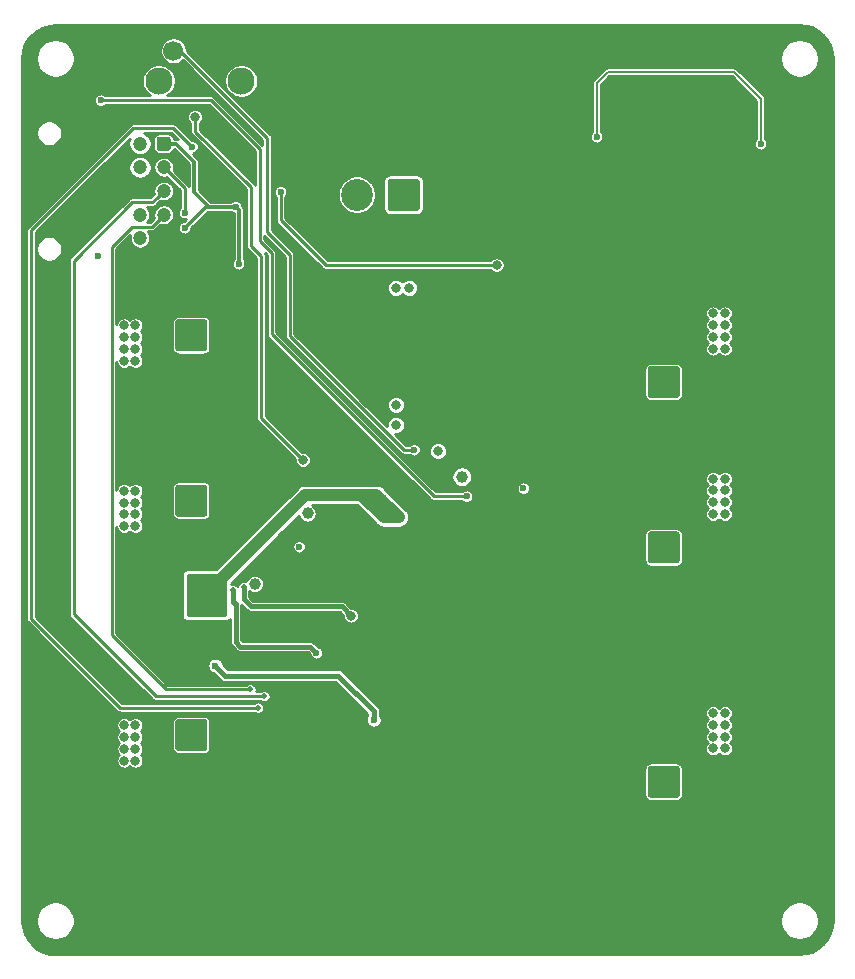
<source format=gbr>
G04 #@! TF.GenerationSoftware,KiCad,Pcbnew,(5.1.0-0)*
G04 #@! TF.CreationDate,2019-06-11T08:39:26-04:00*
G04 #@! TF.ProjectId,Power Board,506f7765-7220-4426-9f61-72642e6b6963,rev?*
G04 #@! TF.SameCoordinates,Original*
G04 #@! TF.FileFunction,Copper,L3,Inr*
G04 #@! TF.FilePolarity,Positive*
%FSLAX46Y46*%
G04 Gerber Fmt 4.6, Leading zero omitted, Abs format (unit mm)*
G04 Created by KiCad (PCBNEW (5.1.0-0)) date 2019-06-11 08:39:26*
%MOMM*%
%LPD*%
G04 APERTURE LIST*
%ADD10C,0.400000*%
%ADD11C,0.500000*%
%ADD12C,1.200000*%
%ADD13C,0.100000*%
%ADD14C,0.508000*%
%ADD15C,2.300000*%
%ADD16C,1.700000*%
%ADD17R,1.700000X1.700000*%
%ADD18C,2.700000*%
%ADD19C,0.600000*%
%ADD20C,1.000000*%
%ADD21C,0.800000*%
%ADD22C,0.254000*%
%ADD23C,1.000000*%
%ADD24C,0.200000*%
%ADD25C,0.400000*%
%ADD26C,0.300000*%
G04 APERTURE END LIST*
D10*
X105532000Y-81534000D03*
X106737000Y-82862000D03*
X106737000Y-81534000D03*
X106737000Y-80206000D03*
X108147000Y-80206000D03*
X108147000Y-82862000D03*
X109352000Y-81534000D03*
X108147000Y-81534000D03*
D11*
X96529000Y-85797000D03*
X96529000Y-86977000D03*
X97709000Y-85797000D03*
X97709000Y-86977000D03*
D12*
X87662000Y-53720000D03*
X87662000Y-51720000D03*
X87662000Y-49720000D03*
X87662000Y-47720000D03*
X87662000Y-45720000D03*
X89662000Y-53720000D03*
X89662000Y-51720000D03*
X89662000Y-49720000D03*
X89662000Y-47720000D03*
D13*
G36*
X90036505Y-45121204D02*
G01*
X90060773Y-45124804D01*
X90084572Y-45130765D01*
X90107671Y-45139030D01*
X90129850Y-45149520D01*
X90150893Y-45162132D01*
X90170599Y-45176747D01*
X90188777Y-45193223D01*
X90205253Y-45211401D01*
X90219868Y-45231107D01*
X90232480Y-45252150D01*
X90242970Y-45274329D01*
X90251235Y-45297428D01*
X90257196Y-45321227D01*
X90260796Y-45345495D01*
X90262000Y-45369999D01*
X90262000Y-46070001D01*
X90260796Y-46094505D01*
X90257196Y-46118773D01*
X90251235Y-46142572D01*
X90242970Y-46165671D01*
X90232480Y-46187850D01*
X90219868Y-46208893D01*
X90205253Y-46228599D01*
X90188777Y-46246777D01*
X90170599Y-46263253D01*
X90150893Y-46277868D01*
X90129850Y-46290480D01*
X90107671Y-46300970D01*
X90084572Y-46309235D01*
X90060773Y-46315196D01*
X90036505Y-46318796D01*
X90012001Y-46320000D01*
X89311999Y-46320000D01*
X89287495Y-46318796D01*
X89263227Y-46315196D01*
X89239428Y-46309235D01*
X89216329Y-46300970D01*
X89194150Y-46290480D01*
X89173107Y-46277868D01*
X89153401Y-46263253D01*
X89135223Y-46246777D01*
X89118747Y-46228599D01*
X89104132Y-46208893D01*
X89091520Y-46187850D01*
X89081030Y-46165671D01*
X89072765Y-46142572D01*
X89066804Y-46118773D01*
X89063204Y-46094505D01*
X89062000Y-46070001D01*
X89062000Y-45369999D01*
X89063204Y-45345495D01*
X89066804Y-45321227D01*
X89072765Y-45297428D01*
X89081030Y-45274329D01*
X89091520Y-45252150D01*
X89104132Y-45231107D01*
X89118747Y-45211401D01*
X89135223Y-45193223D01*
X89153401Y-45176747D01*
X89173107Y-45162132D01*
X89194150Y-45149520D01*
X89216329Y-45139030D01*
X89239428Y-45130765D01*
X89263227Y-45124804D01*
X89287495Y-45121204D01*
X89311999Y-45120000D01*
X90012001Y-45120000D01*
X90036505Y-45121204D01*
X90036505Y-45121204D01*
G37*
D12*
X89662000Y-45720000D03*
D14*
X130370000Y-51660000D03*
X130370000Y-53460000D03*
X130320000Y-49860000D03*
X134620000Y-53460000D03*
X132470000Y-53460000D03*
X132470000Y-49860000D03*
X134620000Y-49860000D03*
X132470000Y-51660000D03*
X134620000Y-51660000D03*
X136720000Y-49860000D03*
X136720000Y-51660000D03*
X136720000Y-53460000D03*
D15*
X89246000Y-40396000D03*
X96246000Y-40396000D03*
D16*
X90496000Y-37846000D03*
D17*
X94996000Y-37846000D03*
D18*
X132000000Y-95780000D03*
D13*
G36*
X133124503Y-98391204D02*
G01*
X133148772Y-98394804D01*
X133172570Y-98400765D01*
X133195670Y-98409030D01*
X133217849Y-98419520D01*
X133238892Y-98432133D01*
X133258598Y-98446748D01*
X133276776Y-98463224D01*
X133293252Y-98481402D01*
X133307867Y-98501108D01*
X133320480Y-98522151D01*
X133330970Y-98544330D01*
X133339235Y-98567430D01*
X133345196Y-98591228D01*
X133348796Y-98615497D01*
X133350000Y-98640001D01*
X133350000Y-100839999D01*
X133348796Y-100864503D01*
X133345196Y-100888772D01*
X133339235Y-100912570D01*
X133330970Y-100935670D01*
X133320480Y-100957849D01*
X133307867Y-100978892D01*
X133293252Y-100998598D01*
X133276776Y-101016776D01*
X133258598Y-101033252D01*
X133238892Y-101047867D01*
X133217849Y-101060480D01*
X133195670Y-101070970D01*
X133172570Y-101079235D01*
X133148772Y-101085196D01*
X133124503Y-101088796D01*
X133099999Y-101090000D01*
X130900001Y-101090000D01*
X130875497Y-101088796D01*
X130851228Y-101085196D01*
X130827430Y-101079235D01*
X130804330Y-101070970D01*
X130782151Y-101060480D01*
X130761108Y-101047867D01*
X130741402Y-101033252D01*
X130723224Y-101016776D01*
X130706748Y-100998598D01*
X130692133Y-100978892D01*
X130679520Y-100957849D01*
X130669030Y-100935670D01*
X130660765Y-100912570D01*
X130654804Y-100888772D01*
X130651204Y-100864503D01*
X130650000Y-100839999D01*
X130650000Y-98640001D01*
X130651204Y-98615497D01*
X130654804Y-98591228D01*
X130660765Y-98567430D01*
X130669030Y-98544330D01*
X130679520Y-98522151D01*
X130692133Y-98501108D01*
X130706748Y-98481402D01*
X130723224Y-98463224D01*
X130741402Y-98446748D01*
X130761108Y-98432133D01*
X130782151Y-98419520D01*
X130804330Y-98409030D01*
X130827430Y-98400765D01*
X130851228Y-98394804D01*
X130875497Y-98391204D01*
X130900001Y-98390000D01*
X133099999Y-98390000D01*
X133124503Y-98391204D01*
X133124503Y-98391204D01*
G37*
D18*
X132000000Y-99740000D03*
X132000000Y-75938000D03*
D13*
G36*
X133124503Y-78549204D02*
G01*
X133148772Y-78552804D01*
X133172570Y-78558765D01*
X133195670Y-78567030D01*
X133217849Y-78577520D01*
X133238892Y-78590133D01*
X133258598Y-78604748D01*
X133276776Y-78621224D01*
X133293252Y-78639402D01*
X133307867Y-78659108D01*
X133320480Y-78680151D01*
X133330970Y-78702330D01*
X133339235Y-78725430D01*
X133345196Y-78749228D01*
X133348796Y-78773497D01*
X133350000Y-78798001D01*
X133350000Y-80997999D01*
X133348796Y-81022503D01*
X133345196Y-81046772D01*
X133339235Y-81070570D01*
X133330970Y-81093670D01*
X133320480Y-81115849D01*
X133307867Y-81136892D01*
X133293252Y-81156598D01*
X133276776Y-81174776D01*
X133258598Y-81191252D01*
X133238892Y-81205867D01*
X133217849Y-81218480D01*
X133195670Y-81228970D01*
X133172570Y-81237235D01*
X133148772Y-81243196D01*
X133124503Y-81246796D01*
X133099999Y-81248000D01*
X130900001Y-81248000D01*
X130875497Y-81246796D01*
X130851228Y-81243196D01*
X130827430Y-81237235D01*
X130804330Y-81228970D01*
X130782151Y-81218480D01*
X130761108Y-81205867D01*
X130741402Y-81191252D01*
X130723224Y-81174776D01*
X130706748Y-81156598D01*
X130692133Y-81136892D01*
X130679520Y-81115849D01*
X130669030Y-81093670D01*
X130660765Y-81070570D01*
X130654804Y-81046772D01*
X130651204Y-81022503D01*
X130650000Y-80997999D01*
X130650000Y-78798001D01*
X130651204Y-78773497D01*
X130654804Y-78749228D01*
X130660765Y-78725430D01*
X130669030Y-78702330D01*
X130679520Y-78680151D01*
X130692133Y-78659108D01*
X130706748Y-78639402D01*
X130723224Y-78621224D01*
X130741402Y-78604748D01*
X130761108Y-78590133D01*
X130782151Y-78577520D01*
X130804330Y-78567030D01*
X130827430Y-78558765D01*
X130851228Y-78552804D01*
X130875497Y-78549204D01*
X130900001Y-78548000D01*
X133099999Y-78548000D01*
X133124503Y-78549204D01*
X133124503Y-78549204D01*
G37*
D18*
X132000000Y-79898000D03*
X132000000Y-61938000D03*
D13*
G36*
X133124503Y-64549204D02*
G01*
X133148772Y-64552804D01*
X133172570Y-64558765D01*
X133195670Y-64567030D01*
X133217849Y-64577520D01*
X133238892Y-64590133D01*
X133258598Y-64604748D01*
X133276776Y-64621224D01*
X133293252Y-64639402D01*
X133307867Y-64659108D01*
X133320480Y-64680151D01*
X133330970Y-64702330D01*
X133339235Y-64725430D01*
X133345196Y-64749228D01*
X133348796Y-64773497D01*
X133350000Y-64798001D01*
X133350000Y-66997999D01*
X133348796Y-67022503D01*
X133345196Y-67046772D01*
X133339235Y-67070570D01*
X133330970Y-67093670D01*
X133320480Y-67115849D01*
X133307867Y-67136892D01*
X133293252Y-67156598D01*
X133276776Y-67174776D01*
X133258598Y-67191252D01*
X133238892Y-67205867D01*
X133217849Y-67218480D01*
X133195670Y-67228970D01*
X133172570Y-67237235D01*
X133148772Y-67243196D01*
X133124503Y-67246796D01*
X133099999Y-67248000D01*
X130900001Y-67248000D01*
X130875497Y-67246796D01*
X130851228Y-67243196D01*
X130827430Y-67237235D01*
X130804330Y-67228970D01*
X130782151Y-67218480D01*
X130761108Y-67205867D01*
X130741402Y-67191252D01*
X130723224Y-67174776D01*
X130706748Y-67156598D01*
X130692133Y-67136892D01*
X130679520Y-67115849D01*
X130669030Y-67093670D01*
X130660765Y-67070570D01*
X130654804Y-67046772D01*
X130651204Y-67022503D01*
X130650000Y-66997999D01*
X130650000Y-64798001D01*
X130651204Y-64773497D01*
X130654804Y-64749228D01*
X130660765Y-64725430D01*
X130669030Y-64702330D01*
X130679520Y-64680151D01*
X130692133Y-64659108D01*
X130706748Y-64639402D01*
X130723224Y-64621224D01*
X130741402Y-64604748D01*
X130761108Y-64590133D01*
X130782151Y-64577520D01*
X130804330Y-64567030D01*
X130827430Y-64558765D01*
X130851228Y-64552804D01*
X130875497Y-64549204D01*
X130900001Y-64548000D01*
X133099999Y-64548000D01*
X133124503Y-64549204D01*
X133124503Y-64549204D01*
G37*
D18*
X132000000Y-65898000D03*
X92000000Y-99740000D03*
D13*
G36*
X93124503Y-94431204D02*
G01*
X93148772Y-94434804D01*
X93172570Y-94440765D01*
X93195670Y-94449030D01*
X93217849Y-94459520D01*
X93238892Y-94472133D01*
X93258598Y-94486748D01*
X93276776Y-94503224D01*
X93293252Y-94521402D01*
X93307867Y-94541108D01*
X93320480Y-94562151D01*
X93330970Y-94584330D01*
X93339235Y-94607430D01*
X93345196Y-94631228D01*
X93348796Y-94655497D01*
X93350000Y-94680001D01*
X93350000Y-96879999D01*
X93348796Y-96904503D01*
X93345196Y-96928772D01*
X93339235Y-96952570D01*
X93330970Y-96975670D01*
X93320480Y-96997849D01*
X93307867Y-97018892D01*
X93293252Y-97038598D01*
X93276776Y-97056776D01*
X93258598Y-97073252D01*
X93238892Y-97087867D01*
X93217849Y-97100480D01*
X93195670Y-97110970D01*
X93172570Y-97119235D01*
X93148772Y-97125196D01*
X93124503Y-97128796D01*
X93099999Y-97130000D01*
X90900001Y-97130000D01*
X90875497Y-97128796D01*
X90851228Y-97125196D01*
X90827430Y-97119235D01*
X90804330Y-97110970D01*
X90782151Y-97100480D01*
X90761108Y-97087867D01*
X90741402Y-97073252D01*
X90723224Y-97056776D01*
X90706748Y-97038598D01*
X90692133Y-97018892D01*
X90679520Y-96997849D01*
X90669030Y-96975670D01*
X90660765Y-96952570D01*
X90654804Y-96928772D01*
X90651204Y-96904503D01*
X90650000Y-96879999D01*
X90650000Y-94680001D01*
X90651204Y-94655497D01*
X90654804Y-94631228D01*
X90660765Y-94607430D01*
X90669030Y-94584330D01*
X90679520Y-94562151D01*
X90692133Y-94541108D01*
X90706748Y-94521402D01*
X90723224Y-94503224D01*
X90741402Y-94486748D01*
X90761108Y-94472133D01*
X90782151Y-94459520D01*
X90804330Y-94449030D01*
X90827430Y-94440765D01*
X90851228Y-94434804D01*
X90875497Y-94431204D01*
X90900001Y-94430000D01*
X93099999Y-94430000D01*
X93124503Y-94431204D01*
X93124503Y-94431204D01*
G37*
D18*
X92000000Y-95780000D03*
X92000000Y-79898000D03*
D13*
G36*
X93124503Y-74589204D02*
G01*
X93148772Y-74592804D01*
X93172570Y-74598765D01*
X93195670Y-74607030D01*
X93217849Y-74617520D01*
X93238892Y-74630133D01*
X93258598Y-74644748D01*
X93276776Y-74661224D01*
X93293252Y-74679402D01*
X93307867Y-74699108D01*
X93320480Y-74720151D01*
X93330970Y-74742330D01*
X93339235Y-74765430D01*
X93345196Y-74789228D01*
X93348796Y-74813497D01*
X93350000Y-74838001D01*
X93350000Y-77037999D01*
X93348796Y-77062503D01*
X93345196Y-77086772D01*
X93339235Y-77110570D01*
X93330970Y-77133670D01*
X93320480Y-77155849D01*
X93307867Y-77176892D01*
X93293252Y-77196598D01*
X93276776Y-77214776D01*
X93258598Y-77231252D01*
X93238892Y-77245867D01*
X93217849Y-77258480D01*
X93195670Y-77268970D01*
X93172570Y-77277235D01*
X93148772Y-77283196D01*
X93124503Y-77286796D01*
X93099999Y-77288000D01*
X90900001Y-77288000D01*
X90875497Y-77286796D01*
X90851228Y-77283196D01*
X90827430Y-77277235D01*
X90804330Y-77268970D01*
X90782151Y-77258480D01*
X90761108Y-77245867D01*
X90741402Y-77231252D01*
X90723224Y-77214776D01*
X90706748Y-77196598D01*
X90692133Y-77176892D01*
X90679520Y-77155849D01*
X90669030Y-77133670D01*
X90660765Y-77110570D01*
X90654804Y-77086772D01*
X90651204Y-77062503D01*
X90650000Y-77037999D01*
X90650000Y-74838001D01*
X90651204Y-74813497D01*
X90654804Y-74789228D01*
X90660765Y-74765430D01*
X90669030Y-74742330D01*
X90679520Y-74720151D01*
X90692133Y-74699108D01*
X90706748Y-74679402D01*
X90723224Y-74661224D01*
X90741402Y-74644748D01*
X90761108Y-74630133D01*
X90782151Y-74617520D01*
X90804330Y-74607030D01*
X90827430Y-74598765D01*
X90851228Y-74592804D01*
X90875497Y-74589204D01*
X90900001Y-74588000D01*
X93099999Y-74588000D01*
X93124503Y-74589204D01*
X93124503Y-74589204D01*
G37*
D18*
X92000000Y-75938000D03*
X92000000Y-65898000D03*
D13*
G36*
X93124503Y-60589204D02*
G01*
X93148772Y-60592804D01*
X93172570Y-60598765D01*
X93195670Y-60607030D01*
X93217849Y-60617520D01*
X93238892Y-60630133D01*
X93258598Y-60644748D01*
X93276776Y-60661224D01*
X93293252Y-60679402D01*
X93307867Y-60699108D01*
X93320480Y-60720151D01*
X93330970Y-60742330D01*
X93339235Y-60765430D01*
X93345196Y-60789228D01*
X93348796Y-60813497D01*
X93350000Y-60838001D01*
X93350000Y-63037999D01*
X93348796Y-63062503D01*
X93345196Y-63086772D01*
X93339235Y-63110570D01*
X93330970Y-63133670D01*
X93320480Y-63155849D01*
X93307867Y-63176892D01*
X93293252Y-63196598D01*
X93276776Y-63214776D01*
X93258598Y-63231252D01*
X93238892Y-63245867D01*
X93217849Y-63258480D01*
X93195670Y-63268970D01*
X93172570Y-63277235D01*
X93148772Y-63283196D01*
X93124503Y-63286796D01*
X93099999Y-63288000D01*
X90900001Y-63288000D01*
X90875497Y-63286796D01*
X90851228Y-63283196D01*
X90827430Y-63277235D01*
X90804330Y-63268970D01*
X90782151Y-63258480D01*
X90761108Y-63245867D01*
X90741402Y-63231252D01*
X90723224Y-63214776D01*
X90706748Y-63196598D01*
X90692133Y-63176892D01*
X90679520Y-63155849D01*
X90669030Y-63133670D01*
X90660765Y-63110570D01*
X90654804Y-63086772D01*
X90651204Y-63062503D01*
X90650000Y-63037999D01*
X90650000Y-60838001D01*
X90651204Y-60813497D01*
X90654804Y-60789228D01*
X90660765Y-60765430D01*
X90669030Y-60742330D01*
X90679520Y-60720151D01*
X90692133Y-60699108D01*
X90706748Y-60679402D01*
X90723224Y-60661224D01*
X90741402Y-60644748D01*
X90761108Y-60630133D01*
X90782151Y-60617520D01*
X90804330Y-60607030D01*
X90827430Y-60598765D01*
X90851228Y-60592804D01*
X90875497Y-60589204D01*
X90900001Y-60588000D01*
X93099999Y-60588000D01*
X93124503Y-60589204D01*
X93124503Y-60589204D01*
G37*
D18*
X92000000Y-61938000D03*
X102062000Y-50038000D03*
X106022000Y-50038000D03*
D13*
G36*
X111106503Y-48689204D02*
G01*
X111130772Y-48692804D01*
X111154570Y-48698765D01*
X111177670Y-48707030D01*
X111199849Y-48717520D01*
X111220892Y-48730133D01*
X111240598Y-48744748D01*
X111258776Y-48761224D01*
X111275252Y-48779402D01*
X111289867Y-48799108D01*
X111302480Y-48820151D01*
X111312970Y-48842330D01*
X111321235Y-48865430D01*
X111327196Y-48889228D01*
X111330796Y-48913497D01*
X111332000Y-48938001D01*
X111332000Y-51137999D01*
X111330796Y-51162503D01*
X111327196Y-51186772D01*
X111321235Y-51210570D01*
X111312970Y-51233670D01*
X111302480Y-51255849D01*
X111289867Y-51276892D01*
X111275252Y-51296598D01*
X111258776Y-51314776D01*
X111240598Y-51331252D01*
X111220892Y-51345867D01*
X111199849Y-51358480D01*
X111177670Y-51368970D01*
X111154570Y-51377235D01*
X111130772Y-51383196D01*
X111106503Y-51386796D01*
X111081999Y-51388000D01*
X108882001Y-51388000D01*
X108857497Y-51386796D01*
X108833228Y-51383196D01*
X108809430Y-51377235D01*
X108786330Y-51368970D01*
X108764151Y-51358480D01*
X108743108Y-51345867D01*
X108723402Y-51331252D01*
X108705224Y-51314776D01*
X108688748Y-51296598D01*
X108674133Y-51276892D01*
X108661520Y-51255849D01*
X108651030Y-51233670D01*
X108642765Y-51210570D01*
X108636804Y-51186772D01*
X108633204Y-51162503D01*
X108632000Y-51137999D01*
X108632000Y-48938001D01*
X108633204Y-48913497D01*
X108636804Y-48889228D01*
X108642765Y-48865430D01*
X108651030Y-48842330D01*
X108661520Y-48820151D01*
X108674133Y-48799108D01*
X108688748Y-48779402D01*
X108705224Y-48761224D01*
X108723402Y-48744748D01*
X108743108Y-48730133D01*
X108764151Y-48717520D01*
X108786330Y-48707030D01*
X108809430Y-48698765D01*
X108833228Y-48692804D01*
X108857497Y-48689204D01*
X108882001Y-48688000D01*
X111081999Y-48688000D01*
X111106503Y-48689204D01*
X111106503Y-48689204D01*
G37*
D18*
X109982000Y-50038000D03*
D19*
X110871000Y-71628000D03*
X84079410Y-55245000D03*
X120120000Y-74889000D03*
D20*
X108130000Y-75901000D03*
X106855000Y-75901000D03*
X108305000Y-77351000D03*
D21*
X92150000Y-83050000D03*
X93319000Y-83050000D03*
X94488000Y-83050000D03*
X94488000Y-84070000D03*
D20*
X109580000Y-77351000D03*
X114900000Y-73900000D03*
D21*
X94488000Y-85090000D03*
X112903000Y-71755000D03*
X109320000Y-69542000D03*
X110458000Y-57912000D03*
X109320000Y-57912000D03*
X109347000Y-67818000D03*
D19*
X129267500Y-61176000D03*
X100953000Y-98576000D03*
X100953000Y-100176000D03*
X100953000Y-99376000D03*
X104562000Y-92054000D03*
X95104000Y-94100000D03*
X113751000Y-82495000D03*
X115351000Y-82495000D03*
X114551000Y-82495000D03*
X96668000Y-68834000D03*
X96668000Y-69634000D03*
X96668000Y-70434000D03*
X118618000Y-75822000D03*
X90159000Y-86475000D03*
X90159000Y-87275000D03*
X90159000Y-88075000D03*
X94759000Y-78750000D03*
X96359000Y-78750000D03*
X95559000Y-78750000D03*
X127000000Y-101540000D03*
X126000000Y-101540000D03*
X125000000Y-101540000D03*
X125070000Y-89800000D03*
X125870000Y-89800000D03*
X126670000Y-89800000D03*
X118057000Y-54282000D03*
X118057000Y-53482000D03*
X123947000Y-52082000D03*
X123947000Y-51282000D03*
X118148000Y-47482000D03*
X118148000Y-48282000D03*
X118158000Y-50672000D03*
X118158000Y-49072000D03*
X118158000Y-49872000D03*
X131017000Y-43842000D03*
X131017000Y-45442000D03*
X131017000Y-44642000D03*
X131757000Y-41032000D03*
X131757000Y-42632000D03*
X131757000Y-41832000D03*
X129247000Y-59522000D03*
X129247000Y-60349000D03*
X129227000Y-57032000D03*
X129227000Y-58632000D03*
X129227000Y-57832000D03*
X125509000Y-67136000D03*
X125509000Y-65536000D03*
X125509000Y-66336000D03*
X96850000Y-94100000D03*
X95977000Y-94105000D03*
X102850500Y-92054000D03*
X103712500Y-92054000D03*
X89409000Y-85375000D03*
X89409000Y-83775000D03*
X89409000Y-84575000D03*
X100959000Y-95350000D03*
X100959000Y-93750000D03*
X100959000Y-94550000D03*
X112625000Y-82504000D03*
X111025000Y-82504000D03*
X111825000Y-82504000D03*
X118152000Y-70390000D03*
X118152000Y-68790000D03*
X118152000Y-69590000D03*
X118025000Y-58799000D03*
X118025000Y-57199000D03*
X118025000Y-57999000D03*
X96795000Y-58750000D03*
X96795000Y-57150000D03*
X96795000Y-57950000D03*
X140716000Y-49784000D03*
X140716000Y-47752000D03*
D21*
X101392000Y-102492410D03*
D19*
X96358205Y-46643795D03*
D21*
X97028000Y-55913179D03*
D19*
X91028986Y-53975364D03*
X102609000Y-89817000D03*
X100203000Y-51308000D03*
X95000000Y-46000008D03*
D21*
X91567000Y-56134000D03*
D19*
X125500000Y-102500000D03*
X126500000Y-102500000D03*
X130000000Y-37500000D03*
X132500000Y-37500000D03*
X135000000Y-37500000D03*
X137500000Y-37500000D03*
X131250000Y-38750000D03*
X133750000Y-38750000D03*
X136250000Y-38750000D03*
X133750000Y-41250000D03*
X136250000Y-41250000D03*
X141250000Y-41250000D03*
X137500000Y-42500000D03*
X135000000Y-42500000D03*
X133750000Y-43750000D03*
X136250000Y-43750000D03*
X138750000Y-43750000D03*
X141250000Y-43750000D03*
X132500000Y-45000000D03*
X135000000Y-45000000D03*
X137500000Y-45000000D03*
X133750000Y-46250000D03*
X136250000Y-46250000D03*
X138750000Y-46250000D03*
X137500000Y-47500000D03*
X135000000Y-47500000D03*
X132500000Y-47500000D03*
X130000000Y-47500000D03*
X117500000Y-46250000D03*
X101250000Y-46250000D03*
X100000000Y-47500000D03*
X102500000Y-47500000D03*
X103750000Y-46250000D03*
X101250000Y-52500000D03*
X100000000Y-53750000D03*
X95000000Y-61250000D03*
X96250000Y-62500000D03*
X95000000Y-63750000D03*
X96250000Y-65000000D03*
X98750000Y-65000000D03*
X100000000Y-66250000D03*
X95000000Y-66250000D03*
X96250000Y-67500000D03*
X98750000Y-67500000D03*
X93750000Y-67500000D03*
X95000000Y-68750000D03*
X92500000Y-68750000D03*
X90000000Y-68750000D03*
X100000000Y-68750000D03*
X91250000Y-70000000D03*
X93750000Y-70000000D03*
X95000000Y-71250000D03*
X97500000Y-71250000D03*
X98750000Y-72500000D03*
X96250000Y-72500000D03*
X97500000Y-73750000D03*
X100000000Y-73750000D03*
X98750000Y-75000000D03*
X96250000Y-75000000D03*
X97500000Y-76250000D03*
X96250000Y-77500000D03*
X96250000Y-77500000D03*
X95000000Y-96250000D03*
X96250000Y-95000000D03*
X97500000Y-96250000D03*
X98750000Y-95000000D03*
X100000000Y-96250000D03*
X102500000Y-96250000D03*
X101250000Y-97500000D03*
X98750000Y-97500000D03*
X96250000Y-97500000D03*
X95000000Y-98750000D03*
X97500000Y-98750000D03*
X100000000Y-98750000D03*
X98750000Y-100000000D03*
X96250000Y-100000000D03*
X95000000Y-101250000D03*
X97500000Y-101250000D03*
X100000000Y-101250000D03*
X98750000Y-102500000D03*
X96250000Y-102500000D03*
X93750000Y-102500000D03*
X91250000Y-102500000D03*
X90000000Y-103750000D03*
X92500000Y-103750000D03*
X95000000Y-103750000D03*
X97500000Y-103750000D03*
X100000000Y-103750000D03*
X102500000Y-103750000D03*
X125000000Y-103750000D03*
X127500000Y-103750000D03*
X130000000Y-103750000D03*
X128750000Y-98750000D03*
X130000000Y-97500000D03*
X128750000Y-96250000D03*
X130000000Y-95000000D03*
X128750000Y-93750000D03*
X131250000Y-93750000D03*
X132500000Y-92500000D03*
X130000000Y-92500000D03*
X128750000Y-91250000D03*
X131250000Y-91250000D03*
X132500000Y-90000000D03*
X130000000Y-90000000D03*
X128750000Y-88750000D03*
X131250000Y-88750000D03*
X133750000Y-88750000D03*
X126250000Y-88750000D03*
X125000000Y-87500000D03*
X127500000Y-87500000D03*
X130000000Y-87500000D03*
X132500000Y-87500000D03*
X133750000Y-86250000D03*
X131250000Y-86250000D03*
X128750000Y-86250000D03*
X126250000Y-86250000D03*
X125000000Y-85000000D03*
X127500000Y-85000000D03*
X130000000Y-85000000D03*
X132500000Y-85000000D03*
X128750000Y-83750000D03*
X126250000Y-83750000D03*
X123750000Y-83750000D03*
X121250000Y-83750000D03*
X118750000Y-83750000D03*
X116250000Y-83750000D03*
X113750000Y-83750000D03*
X117500000Y-82500000D03*
X120000000Y-82500000D03*
X122500000Y-82500000D03*
X125000000Y-82500000D03*
X127500000Y-82500000D03*
X116250000Y-81250000D03*
X118750000Y-81250000D03*
X121250000Y-81250000D03*
X123750000Y-81250000D03*
X126250000Y-81250000D03*
X128750000Y-81250000D03*
X127500000Y-80000000D03*
X125000000Y-80000000D03*
X122500000Y-80000000D03*
X120000000Y-80000000D03*
X117500000Y-80000000D03*
X118750000Y-78750000D03*
X121250000Y-78750000D03*
X123750000Y-78750000D03*
X126250000Y-78750000D03*
X128750000Y-78750000D03*
X127500000Y-77500000D03*
X125000000Y-77500000D03*
X122500000Y-77500000D03*
X120000000Y-77500000D03*
X117500000Y-77500000D03*
X123750000Y-76250000D03*
X126250000Y-76250000D03*
X128750000Y-76250000D03*
X127500000Y-75000000D03*
X125000000Y-75000000D03*
X126250000Y-73750000D03*
X128750000Y-73750000D03*
X131250000Y-73750000D03*
X132500000Y-72500000D03*
X130000000Y-72500000D03*
X127500000Y-72500000D03*
X126250000Y-71250000D03*
X128750000Y-71250000D03*
X131250000Y-71250000D03*
X130000000Y-70000000D03*
X127500000Y-70000000D03*
X126250000Y-68750000D03*
X128750000Y-68750000D03*
X128750000Y-63750000D03*
X126250000Y-63750000D03*
X127500000Y-62500000D03*
X130000000Y-62500000D03*
X131250000Y-58750000D03*
X132500000Y-57500000D03*
X132500000Y-55000000D03*
X131250000Y-56250000D03*
X130000000Y-55000000D03*
X138750000Y-48750000D03*
X138750000Y-51250000D03*
X138750000Y-53750000D03*
X140000000Y-55000000D03*
X137500000Y-55000000D03*
X135000000Y-55000000D03*
X140000000Y-52500000D03*
X99682530Y-75932530D03*
X98432530Y-77182530D03*
X97182530Y-78432530D03*
D21*
X101450002Y-72500000D03*
D19*
X126320000Y-45130000D03*
X140208000Y-45720000D03*
D21*
X92329000Y-43434002D03*
D19*
X84328000Y-42037000D03*
X115316000Y-75565000D03*
D14*
X95550000Y-83514000D03*
D19*
X102584000Y-88812000D03*
X101135500Y-79840010D03*
X107442000Y-94488000D03*
X94037500Y-89900000D03*
D21*
X86330000Y-62100000D03*
X86330000Y-63100000D03*
X87279410Y-61100000D03*
X86330000Y-61100000D03*
X87279410Y-62100000D03*
X86330000Y-64100000D03*
X87279410Y-63100000D03*
X87279410Y-64100000D03*
X87279410Y-78100000D03*
X87279410Y-75100000D03*
X86330000Y-76100000D03*
X87279410Y-76100000D03*
X87279410Y-77100000D03*
X86330000Y-77100000D03*
X86330000Y-78100000D03*
X86330000Y-75100000D03*
X86330000Y-94942000D03*
X86330000Y-97942000D03*
X86330000Y-96942000D03*
X87279410Y-96942000D03*
X87279410Y-95942000D03*
X86330000Y-95942000D03*
X87279410Y-94942000D03*
X87279410Y-97942000D03*
X137179410Y-63080000D03*
X137179410Y-60080000D03*
X136179410Y-61080000D03*
X137179410Y-61080000D03*
X137179410Y-62080000D03*
X136179410Y-62080000D03*
X136179410Y-63080000D03*
X136179410Y-60080000D03*
X137179410Y-77080000D03*
X137179410Y-74080000D03*
X136179410Y-75080000D03*
X137179410Y-75080000D03*
X137179410Y-76080000D03*
X136179410Y-76080000D03*
X136179410Y-77080000D03*
X136179410Y-74080000D03*
X137179410Y-96922000D03*
X137179410Y-93922000D03*
X136179410Y-94922000D03*
X137179410Y-94922000D03*
X137179410Y-95922000D03*
X136179410Y-95922000D03*
X136179410Y-96922000D03*
X136179410Y-93922000D03*
D14*
X97002590Y-91922582D03*
D20*
X97384000Y-82975000D03*
X101846252Y-77021531D03*
D14*
X96439000Y-83225000D03*
D21*
X105534000Y-85675000D03*
D19*
X95758000Y-51054000D03*
X96012000Y-55880000D03*
X91440000Y-52832000D03*
D14*
X98194801Y-92502104D03*
D19*
X91440000Y-51562000D03*
X92075000Y-45974000D03*
D14*
X97663000Y-93472000D03*
D21*
X117856000Y-56007000D03*
D19*
X99568000Y-49784000D03*
D22*
X98425000Y-53213000D02*
X98425000Y-45225000D01*
X109982000Y-71628000D02*
X100330000Y-61976000D01*
X100330000Y-55118000D02*
X98425000Y-53213000D01*
X91046000Y-37846000D02*
X90496000Y-37846000D01*
X98425000Y-45225000D02*
X91046000Y-37846000D01*
X100330000Y-61976000D02*
X100330000Y-55118000D01*
X110871000Y-71628000D02*
X109982000Y-71628000D01*
D23*
X108305000Y-77351000D02*
X109580000Y-77351000D01*
X106404000Y-75450000D02*
X108305000Y-77351000D01*
X107679000Y-75450000D02*
X106404000Y-75450000D01*
X109580000Y-77351000D02*
X107679000Y-75450000D01*
X101650000Y-75450000D02*
X106404000Y-75450000D01*
X94488000Y-85090000D02*
X94488000Y-82612000D01*
X94488000Y-82612000D02*
X101650000Y-75450000D01*
D24*
X126320000Y-45130000D02*
X126320000Y-40558000D01*
X126320000Y-40558000D02*
X127254000Y-39624000D01*
X127254000Y-39624000D02*
X137922000Y-39624000D01*
X140208000Y-41910000D02*
X140208000Y-45720000D01*
X137922000Y-39624000D02*
X140208000Y-41910000D01*
D22*
X92329000Y-43434002D02*
X92329000Y-44686514D01*
X97917000Y-55245000D02*
X97917000Y-68966998D01*
X97917000Y-68966998D02*
X101450002Y-72500000D01*
X97028000Y-54356000D02*
X97917000Y-55245000D01*
X97028000Y-49385514D02*
X97028000Y-54356000D01*
X92329000Y-44686514D02*
X97028000Y-49385514D01*
X114891736Y-75565000D02*
X115316000Y-75565000D01*
X112522000Y-75565000D02*
X114891736Y-75565000D01*
X98806000Y-61849000D02*
X112522000Y-75565000D01*
X97790000Y-53975000D02*
X98806000Y-54991000D01*
X98806000Y-54991000D02*
X98806000Y-61849000D01*
X97790000Y-46190000D02*
X97790000Y-53975000D01*
X93637000Y-42037000D02*
X97790000Y-46190000D01*
X84328000Y-42037000D02*
X93637000Y-42037000D01*
D25*
X102072000Y-88300000D02*
X96159000Y-88300000D01*
X95758000Y-84709000D02*
X95550000Y-84501000D01*
X95550000Y-84501000D02*
X95550000Y-83638000D01*
X95758000Y-87899000D02*
X95758000Y-84709000D01*
X96159000Y-88300000D02*
X95758000Y-87899000D01*
X102584000Y-88812000D02*
X102072000Y-88300000D01*
X107442000Y-93742000D02*
X104450000Y-90750000D01*
X94887500Y-90750000D02*
X94037500Y-89900000D01*
X104450000Y-90750000D02*
X94887500Y-90750000D01*
X107442000Y-94488000D02*
X107442000Y-93742000D01*
D22*
X88646000Y-52736000D02*
X89662000Y-51720000D01*
X86964000Y-52736000D02*
X88646000Y-52736000D01*
X85250000Y-54450000D02*
X86964000Y-52736000D01*
X85250000Y-87350000D02*
X85250000Y-54450000D01*
X89822582Y-91922582D02*
X85250000Y-87350000D01*
X97002590Y-91922582D02*
X89822582Y-91922582D01*
D25*
X96439000Y-83225000D02*
X96439000Y-84280000D01*
X96439000Y-84280000D02*
X97059000Y-84900000D01*
X104759000Y-84900000D02*
X105534000Y-85675000D01*
X97059000Y-84900000D02*
X104759000Y-84900000D01*
D26*
X89662000Y-45720000D02*
X90678000Y-45720000D01*
X90678000Y-45720000D02*
X92202000Y-47244000D01*
X92202000Y-47244000D02*
X92202000Y-49784000D01*
X92202000Y-49784000D02*
X93472000Y-51054000D01*
X93472000Y-51054000D02*
X95758000Y-51054000D01*
X95758000Y-51054000D02*
X96012000Y-51308000D01*
X96012000Y-51308000D02*
X96012000Y-55880000D01*
D22*
X93218000Y-51054000D02*
X93472000Y-51054000D01*
D26*
X91440000Y-52832000D02*
X93218000Y-51054000D01*
D22*
X89062001Y-50319999D02*
X89662000Y-49720000D01*
X88709000Y-50673000D02*
X89062001Y-50319999D01*
X86995000Y-50673000D02*
X88709000Y-50673000D01*
X82050000Y-55618000D02*
X86995000Y-50673000D01*
X82050000Y-85550000D02*
X82050000Y-55618000D01*
X89002104Y-92502104D02*
X82050000Y-85550000D01*
X98194801Y-92502104D02*
X89002104Y-92502104D01*
X89662000Y-47720000D02*
X91440000Y-49498000D01*
X91440000Y-49498000D02*
X91440000Y-51137736D01*
X91440000Y-51137736D02*
X91440000Y-51562000D01*
X87112335Y-44392989D02*
X89958266Y-44392989D01*
X90860599Y-48918599D02*
X90261999Y-48319999D01*
X90261999Y-48319999D02*
X89662000Y-47720000D01*
X90493989Y-44392989D02*
X87112335Y-44392989D01*
X92075000Y-45974000D02*
X90493989Y-44392989D01*
X82000000Y-49505324D02*
X87112335Y-44392989D01*
X78450000Y-53055324D02*
X82000000Y-49505324D01*
X78450000Y-85950000D02*
X78450000Y-53055324D01*
X85972000Y-93472000D02*
X78450000Y-85950000D01*
X97663000Y-93472000D02*
X85972000Y-93472000D01*
X99568000Y-50208264D02*
X99568000Y-49784000D01*
X117856000Y-56007000D02*
X103378000Y-56007000D01*
X99568000Y-52197000D02*
X99568000Y-50208264D01*
X103378000Y-56007000D02*
X99568000Y-52197000D01*
G36*
X144050930Y-35717586D02*
G01*
X144580884Y-35877589D01*
X145069658Y-36137475D01*
X145498649Y-36487351D01*
X145851510Y-36913887D01*
X146114804Y-37400839D01*
X146278500Y-37929657D01*
X146339600Y-38510983D01*
X146339601Y-111467692D01*
X146282414Y-112050931D01*
X146122413Y-112580880D01*
X145862526Y-113069657D01*
X145512651Y-113498647D01*
X145086112Y-113851511D01*
X144599164Y-114114802D01*
X144070343Y-114278500D01*
X143489017Y-114339600D01*
X80532297Y-114339600D01*
X79949069Y-114282414D01*
X79419120Y-114122413D01*
X78930343Y-113862526D01*
X78501353Y-113512651D01*
X78148489Y-113086112D01*
X77885198Y-112599164D01*
X77721500Y-112070343D01*
X77660400Y-111489017D01*
X77660400Y-111339518D01*
X78870600Y-111339518D01*
X78870600Y-111660482D01*
X78933217Y-111975278D01*
X79056044Y-112271810D01*
X79234362Y-112538682D01*
X79461318Y-112765638D01*
X79728190Y-112943956D01*
X80024722Y-113066783D01*
X80339518Y-113129400D01*
X80660482Y-113129400D01*
X80975278Y-113066783D01*
X81271810Y-112943956D01*
X81538682Y-112765638D01*
X81765638Y-112538682D01*
X81943956Y-112271810D01*
X82066783Y-111975278D01*
X82129400Y-111660482D01*
X82129400Y-111339518D01*
X141870600Y-111339518D01*
X141870600Y-111660482D01*
X141933217Y-111975278D01*
X142056044Y-112271810D01*
X142234362Y-112538682D01*
X142461318Y-112765638D01*
X142728190Y-112943956D01*
X143024722Y-113066783D01*
X143339518Y-113129400D01*
X143660482Y-113129400D01*
X143975278Y-113066783D01*
X144271810Y-112943956D01*
X144538682Y-112765638D01*
X144765638Y-112538682D01*
X144943956Y-112271810D01*
X145066783Y-111975278D01*
X145129400Y-111660482D01*
X145129400Y-111339518D01*
X145066783Y-111024722D01*
X144943956Y-110728190D01*
X144765638Y-110461318D01*
X144538682Y-110234362D01*
X144271810Y-110056044D01*
X143975278Y-109933217D01*
X143660482Y-109870600D01*
X143339518Y-109870600D01*
X143024722Y-109933217D01*
X142728190Y-110056044D01*
X142461318Y-110234362D01*
X142234362Y-110461318D01*
X142056044Y-110728190D01*
X141933217Y-111024722D01*
X141870600Y-111339518D01*
X82129400Y-111339518D01*
X82066783Y-111024722D01*
X81943956Y-110728190D01*
X81765638Y-110461318D01*
X81538682Y-110234362D01*
X81271810Y-110056044D01*
X80975278Y-109933217D01*
X80660482Y-109870600D01*
X80339518Y-109870600D01*
X80024722Y-109933217D01*
X79728190Y-110056044D01*
X79461318Y-110234362D01*
X79234362Y-110461318D01*
X79056044Y-110728190D01*
X78933217Y-111024722D01*
X78870600Y-111339518D01*
X77660400Y-111339518D01*
X77660400Y-98640001D01*
X130369249Y-98640001D01*
X130369249Y-100839999D01*
X130379447Y-100943544D01*
X130409650Y-101043109D01*
X130458697Y-101134869D01*
X130524703Y-101215297D01*
X130605131Y-101281303D01*
X130696891Y-101330350D01*
X130796456Y-101360553D01*
X130900001Y-101370751D01*
X133099999Y-101370751D01*
X133203544Y-101360553D01*
X133303109Y-101330350D01*
X133394869Y-101281303D01*
X133475297Y-101215297D01*
X133541303Y-101134869D01*
X133590350Y-101043109D01*
X133620553Y-100943544D01*
X133630751Y-100839999D01*
X133630751Y-98640001D01*
X133620553Y-98536456D01*
X133590350Y-98436891D01*
X133541303Y-98345131D01*
X133475297Y-98264703D01*
X133394869Y-98198697D01*
X133303109Y-98149650D01*
X133203544Y-98119447D01*
X133099999Y-98109249D01*
X130900001Y-98109249D01*
X130796456Y-98119447D01*
X130696891Y-98149650D01*
X130605131Y-98198697D01*
X130524703Y-98264703D01*
X130458697Y-98345131D01*
X130409650Y-98436891D01*
X130379447Y-98536456D01*
X130369249Y-98640001D01*
X77660400Y-98640001D01*
X77660400Y-94875085D01*
X85650600Y-94875085D01*
X85650600Y-95008915D01*
X85676709Y-95140174D01*
X85727924Y-95263816D01*
X85802276Y-95375092D01*
X85869184Y-95442000D01*
X85802276Y-95508908D01*
X85727924Y-95620184D01*
X85676709Y-95743826D01*
X85650600Y-95875085D01*
X85650600Y-96008915D01*
X85676709Y-96140174D01*
X85727924Y-96263816D01*
X85802276Y-96375092D01*
X85869184Y-96442000D01*
X85802276Y-96508908D01*
X85727924Y-96620184D01*
X85676709Y-96743826D01*
X85650600Y-96875085D01*
X85650600Y-97008915D01*
X85676709Y-97140174D01*
X85727924Y-97263816D01*
X85802276Y-97375092D01*
X85869184Y-97442000D01*
X85802276Y-97508908D01*
X85727924Y-97620184D01*
X85676709Y-97743826D01*
X85650600Y-97875085D01*
X85650600Y-98008915D01*
X85676709Y-98140174D01*
X85727924Y-98263816D01*
X85802276Y-98375092D01*
X85896908Y-98469724D01*
X86008184Y-98544076D01*
X86131826Y-98595291D01*
X86263085Y-98621400D01*
X86396915Y-98621400D01*
X86528174Y-98595291D01*
X86651816Y-98544076D01*
X86763092Y-98469724D01*
X86804705Y-98428111D01*
X86846318Y-98469724D01*
X86957594Y-98544076D01*
X87081236Y-98595291D01*
X87212495Y-98621400D01*
X87346325Y-98621400D01*
X87477584Y-98595291D01*
X87601226Y-98544076D01*
X87712502Y-98469724D01*
X87807134Y-98375092D01*
X87881486Y-98263816D01*
X87932701Y-98140174D01*
X87958810Y-98008915D01*
X87958810Y-97875085D01*
X87932701Y-97743826D01*
X87881486Y-97620184D01*
X87807134Y-97508908D01*
X87740226Y-97442000D01*
X87807134Y-97375092D01*
X87881486Y-97263816D01*
X87932701Y-97140174D01*
X87958810Y-97008915D01*
X87958810Y-96875085D01*
X87932701Y-96743826D01*
X87881486Y-96620184D01*
X87807134Y-96508908D01*
X87740226Y-96442000D01*
X87807134Y-96375092D01*
X87881486Y-96263816D01*
X87932701Y-96140174D01*
X87958810Y-96008915D01*
X87958810Y-95875085D01*
X87932701Y-95743826D01*
X87881486Y-95620184D01*
X87807134Y-95508908D01*
X87740226Y-95442000D01*
X87807134Y-95375092D01*
X87881486Y-95263816D01*
X87932701Y-95140174D01*
X87958810Y-95008915D01*
X87958810Y-94875085D01*
X87932701Y-94743826D01*
X87906264Y-94680001D01*
X90369249Y-94680001D01*
X90369249Y-96879999D01*
X90379447Y-96983544D01*
X90409650Y-97083109D01*
X90458697Y-97174869D01*
X90524703Y-97255297D01*
X90605131Y-97321303D01*
X90696891Y-97370350D01*
X90796456Y-97400553D01*
X90900001Y-97410751D01*
X93099999Y-97410751D01*
X93203544Y-97400553D01*
X93303109Y-97370350D01*
X93394869Y-97321303D01*
X93475297Y-97255297D01*
X93541303Y-97174869D01*
X93590350Y-97083109D01*
X93620553Y-96983544D01*
X93630751Y-96879999D01*
X93630751Y-94680001D01*
X93620553Y-94576456D01*
X93590350Y-94476891D01*
X93541303Y-94385131D01*
X93475297Y-94304703D01*
X93394869Y-94238697D01*
X93303109Y-94189650D01*
X93203544Y-94159447D01*
X93099999Y-94149249D01*
X90900001Y-94149249D01*
X90796456Y-94159447D01*
X90696891Y-94189650D01*
X90605131Y-94238697D01*
X90524703Y-94304703D01*
X90458697Y-94385131D01*
X90409650Y-94476891D01*
X90379447Y-94576456D01*
X90369249Y-94680001D01*
X87906264Y-94680001D01*
X87881486Y-94620184D01*
X87807134Y-94508908D01*
X87712502Y-94414276D01*
X87601226Y-94339924D01*
X87477584Y-94288709D01*
X87346325Y-94262600D01*
X87212495Y-94262600D01*
X87081236Y-94288709D01*
X86957594Y-94339924D01*
X86846318Y-94414276D01*
X86804705Y-94455889D01*
X86763092Y-94414276D01*
X86651816Y-94339924D01*
X86528174Y-94288709D01*
X86396915Y-94262600D01*
X86263085Y-94262600D01*
X86131826Y-94288709D01*
X86008184Y-94339924D01*
X85896908Y-94414276D01*
X85802276Y-94508908D01*
X85727924Y-94620184D01*
X85676709Y-94743826D01*
X85650600Y-94875085D01*
X77660400Y-94875085D01*
X77660400Y-53055324D01*
X78041635Y-53055324D01*
X78043601Y-53075287D01*
X78043600Y-85930047D01*
X78041635Y-85950000D01*
X78043600Y-85969953D01*
X78043600Y-85969959D01*
X78048098Y-86015627D01*
X78049481Y-86029668D01*
X78070301Y-86098303D01*
X78072719Y-86106274D01*
X78110456Y-86176875D01*
X78161242Y-86238758D01*
X78176746Y-86251482D01*
X85670518Y-93745254D01*
X85683242Y-93760758D01*
X85745124Y-93811544D01*
X85815725Y-93849281D01*
X85869093Y-93865470D01*
X85892331Y-93872519D01*
X85900335Y-93873307D01*
X85952040Y-93878400D01*
X85952046Y-93878400D01*
X85971999Y-93880365D01*
X85991952Y-93878400D01*
X97315058Y-93878400D01*
X97322977Y-93886319D01*
X97410340Y-93944693D01*
X97507413Y-93984902D01*
X97610465Y-94005400D01*
X97715535Y-94005400D01*
X97818587Y-93984902D01*
X97915660Y-93944693D01*
X98003023Y-93886319D01*
X98077319Y-93812023D01*
X98135693Y-93724660D01*
X98175902Y-93627587D01*
X98196400Y-93524535D01*
X98196400Y-93419465D01*
X98175902Y-93316413D01*
X98135693Y-93219340D01*
X98077319Y-93131977D01*
X98003023Y-93057681D01*
X97915660Y-92999307D01*
X97818587Y-92959098D01*
X97715535Y-92938600D01*
X97610465Y-92938600D01*
X97507413Y-92959098D01*
X97410340Y-92999307D01*
X97322977Y-93057681D01*
X97315058Y-93065600D01*
X86140336Y-93065600D01*
X78856400Y-85781664D01*
X78856400Y-54511226D01*
X78857600Y-54511226D01*
X78857600Y-54728774D01*
X78900041Y-54942142D01*
X78983293Y-55143130D01*
X79104156Y-55324014D01*
X79257986Y-55477844D01*
X79438870Y-55598707D01*
X79639858Y-55681959D01*
X79853226Y-55724400D01*
X80070774Y-55724400D01*
X80284142Y-55681959D01*
X80438552Y-55618000D01*
X81641635Y-55618000D01*
X81643601Y-55637963D01*
X81643600Y-85530047D01*
X81641635Y-85550000D01*
X81643600Y-85569953D01*
X81643600Y-85569959D01*
X81649481Y-85629667D01*
X81672719Y-85706274D01*
X81710456Y-85776875D01*
X81761242Y-85838758D01*
X81776746Y-85851482D01*
X88700627Y-92775364D01*
X88713346Y-92790862D01*
X88728844Y-92803581D01*
X88728849Y-92803586D01*
X88749850Y-92820821D01*
X88775228Y-92841648D01*
X88845829Y-92879385D01*
X88922435Y-92902623D01*
X88929708Y-92903339D01*
X88982144Y-92908504D01*
X88982151Y-92908504D01*
X89002104Y-92910469D01*
X89022057Y-92908504D01*
X97846859Y-92908504D01*
X97854778Y-92916423D01*
X97942141Y-92974797D01*
X98039214Y-93015006D01*
X98142266Y-93035504D01*
X98247336Y-93035504D01*
X98350388Y-93015006D01*
X98447461Y-92974797D01*
X98534824Y-92916423D01*
X98609120Y-92842127D01*
X98667494Y-92754764D01*
X98707703Y-92657691D01*
X98728201Y-92554639D01*
X98728201Y-92449569D01*
X98707703Y-92346517D01*
X98667494Y-92249444D01*
X98609120Y-92162081D01*
X98534824Y-92087785D01*
X98447461Y-92029411D01*
X98350388Y-91989202D01*
X98247336Y-91968704D01*
X98142266Y-91968704D01*
X98039214Y-91989202D01*
X97942141Y-92029411D01*
X97854778Y-92087785D01*
X97846859Y-92095704D01*
X97508229Y-92095704D01*
X97515492Y-92078169D01*
X97535990Y-91975117D01*
X97535990Y-91870047D01*
X97515492Y-91766995D01*
X97475283Y-91669922D01*
X97416909Y-91582559D01*
X97342613Y-91508263D01*
X97255250Y-91449889D01*
X97158177Y-91409680D01*
X97055125Y-91389182D01*
X96950055Y-91389182D01*
X96847003Y-91409680D01*
X96749930Y-91449889D01*
X96662567Y-91508263D01*
X96654648Y-91516182D01*
X89990918Y-91516182D01*
X88308057Y-89833321D01*
X93360500Y-89833321D01*
X93360500Y-89966679D01*
X93386516Y-90097474D01*
X93437550Y-90220680D01*
X93511640Y-90331563D01*
X93605937Y-90425860D01*
X93716820Y-90499950D01*
X93840026Y-90550984D01*
X93880542Y-90559043D01*
X94459461Y-91137962D01*
X94477526Y-91159974D01*
X94565385Y-91232079D01*
X94639728Y-91271816D01*
X94665623Y-91285657D01*
X94774388Y-91318651D01*
X94887500Y-91329791D01*
X94915839Y-91327000D01*
X104210999Y-91327000D01*
X106865000Y-93981002D01*
X106865000Y-94132973D01*
X106842050Y-94167320D01*
X106791016Y-94290526D01*
X106765000Y-94421321D01*
X106765000Y-94554679D01*
X106791016Y-94685474D01*
X106842050Y-94808680D01*
X106916140Y-94919563D01*
X107010437Y-95013860D01*
X107121320Y-95087950D01*
X107244526Y-95138984D01*
X107375321Y-95165000D01*
X107508679Y-95165000D01*
X107639474Y-95138984D01*
X107762680Y-95087950D01*
X107873563Y-95013860D01*
X107967860Y-94919563D01*
X108041950Y-94808680D01*
X108092984Y-94685474D01*
X108119000Y-94554679D01*
X108119000Y-94421321D01*
X108092984Y-94290526D01*
X108041950Y-94167320D01*
X108019000Y-94132973D01*
X108019000Y-93855085D01*
X135500010Y-93855085D01*
X135500010Y-93988915D01*
X135526119Y-94120174D01*
X135577334Y-94243816D01*
X135651686Y-94355092D01*
X135718594Y-94422000D01*
X135651686Y-94488908D01*
X135577334Y-94600184D01*
X135526119Y-94723826D01*
X135500010Y-94855085D01*
X135500010Y-94988915D01*
X135526119Y-95120174D01*
X135577334Y-95243816D01*
X135651686Y-95355092D01*
X135718594Y-95422000D01*
X135651686Y-95488908D01*
X135577334Y-95600184D01*
X135526119Y-95723826D01*
X135500010Y-95855085D01*
X135500010Y-95988915D01*
X135526119Y-96120174D01*
X135577334Y-96243816D01*
X135651686Y-96355092D01*
X135718594Y-96422000D01*
X135651686Y-96488908D01*
X135577334Y-96600184D01*
X135526119Y-96723826D01*
X135500010Y-96855085D01*
X135500010Y-96988915D01*
X135526119Y-97120174D01*
X135577334Y-97243816D01*
X135651686Y-97355092D01*
X135746318Y-97449724D01*
X135857594Y-97524076D01*
X135981236Y-97575291D01*
X136112495Y-97601400D01*
X136246325Y-97601400D01*
X136377584Y-97575291D01*
X136501226Y-97524076D01*
X136612502Y-97449724D01*
X136679410Y-97382816D01*
X136746318Y-97449724D01*
X136857594Y-97524076D01*
X136981236Y-97575291D01*
X137112495Y-97601400D01*
X137246325Y-97601400D01*
X137377584Y-97575291D01*
X137501226Y-97524076D01*
X137612502Y-97449724D01*
X137707134Y-97355092D01*
X137781486Y-97243816D01*
X137832701Y-97120174D01*
X137858810Y-96988915D01*
X137858810Y-96855085D01*
X137832701Y-96723826D01*
X137781486Y-96600184D01*
X137707134Y-96488908D01*
X137640226Y-96422000D01*
X137707134Y-96355092D01*
X137781486Y-96243816D01*
X137832701Y-96120174D01*
X137858810Y-95988915D01*
X137858810Y-95855085D01*
X137832701Y-95723826D01*
X137781486Y-95600184D01*
X137707134Y-95488908D01*
X137640226Y-95422000D01*
X137707134Y-95355092D01*
X137781486Y-95243816D01*
X137832701Y-95120174D01*
X137858810Y-94988915D01*
X137858810Y-94855085D01*
X137832701Y-94723826D01*
X137781486Y-94600184D01*
X137707134Y-94488908D01*
X137640226Y-94422000D01*
X137707134Y-94355092D01*
X137781486Y-94243816D01*
X137832701Y-94120174D01*
X137858810Y-93988915D01*
X137858810Y-93855085D01*
X137832701Y-93723826D01*
X137781486Y-93600184D01*
X137707134Y-93488908D01*
X137612502Y-93394276D01*
X137501226Y-93319924D01*
X137377584Y-93268709D01*
X137246325Y-93242600D01*
X137112495Y-93242600D01*
X136981236Y-93268709D01*
X136857594Y-93319924D01*
X136746318Y-93394276D01*
X136679410Y-93461184D01*
X136612502Y-93394276D01*
X136501226Y-93319924D01*
X136377584Y-93268709D01*
X136246325Y-93242600D01*
X136112495Y-93242600D01*
X135981236Y-93268709D01*
X135857594Y-93319924D01*
X135746318Y-93394276D01*
X135651686Y-93488908D01*
X135577334Y-93600184D01*
X135526119Y-93723826D01*
X135500010Y-93855085D01*
X108019000Y-93855085D01*
X108019000Y-93770331D01*
X108021790Y-93742000D01*
X108010651Y-93628888D01*
X107987226Y-93551668D01*
X107977657Y-93520124D01*
X107924079Y-93419885D01*
X107851974Y-93332026D01*
X107829967Y-93313965D01*
X104878037Y-90362036D01*
X104859974Y-90340026D01*
X104772115Y-90267921D01*
X104671876Y-90214343D01*
X104607770Y-90194897D01*
X104563111Y-90181349D01*
X104508045Y-90175926D01*
X104478336Y-90173000D01*
X104478331Y-90173000D01*
X104450000Y-90170210D01*
X104421669Y-90173000D01*
X95126501Y-90173000D01*
X94696543Y-89743042D01*
X94688484Y-89702526D01*
X94637450Y-89579320D01*
X94563360Y-89468437D01*
X94469063Y-89374140D01*
X94358180Y-89300050D01*
X94234974Y-89249016D01*
X94104179Y-89223000D01*
X93970821Y-89223000D01*
X93840026Y-89249016D01*
X93716820Y-89300050D01*
X93605937Y-89374140D01*
X93511640Y-89468437D01*
X93437550Y-89579320D01*
X93386516Y-89702526D01*
X93360500Y-89833321D01*
X88308057Y-89833321D01*
X85656400Y-87181664D01*
X85656400Y-82125000D01*
X91223000Y-82125000D01*
X91223000Y-85750000D01*
X91230244Y-85823549D01*
X91251697Y-85894272D01*
X91286536Y-85959450D01*
X91333421Y-86016579D01*
X91390550Y-86063464D01*
X91455728Y-86098303D01*
X91526451Y-86119756D01*
X91600000Y-86127000D01*
X95000000Y-86127000D01*
X95073549Y-86119756D01*
X95144272Y-86098303D01*
X95209450Y-86063464D01*
X95266579Y-86016579D01*
X95278601Y-86001931D01*
X95278600Y-87875455D01*
X95276281Y-87899000D01*
X95278600Y-87922545D01*
X95285537Y-87992978D01*
X95312950Y-88083345D01*
X95357465Y-88166629D01*
X95417373Y-88239627D01*
X95435669Y-88254643D01*
X95803361Y-88622335D01*
X95818373Y-88640627D01*
X95891371Y-88700535D01*
X95974654Y-88745050D01*
X96065021Y-88772463D01*
X96159000Y-88781719D01*
X96182545Y-88779400D01*
X101873427Y-88779400D01*
X102014906Y-88920880D01*
X102026866Y-88981005D01*
X102070543Y-89086449D01*
X102133951Y-89181346D01*
X102214654Y-89262049D01*
X102309551Y-89325457D01*
X102414995Y-89369134D01*
X102526934Y-89391400D01*
X102641066Y-89391400D01*
X102753005Y-89369134D01*
X102858449Y-89325457D01*
X102953346Y-89262049D01*
X103034049Y-89181346D01*
X103097457Y-89086449D01*
X103141134Y-88981005D01*
X103163400Y-88869066D01*
X103163400Y-88754934D01*
X103141134Y-88642995D01*
X103097457Y-88537551D01*
X103034049Y-88442654D01*
X102953346Y-88361951D01*
X102858449Y-88298543D01*
X102753005Y-88254866D01*
X102692880Y-88242906D01*
X102427643Y-87977670D01*
X102412627Y-87959373D01*
X102339629Y-87899465D01*
X102256346Y-87854950D01*
X102165979Y-87827537D01*
X102095546Y-87820600D01*
X102095545Y-87820600D01*
X102072000Y-87818281D01*
X102048455Y-87820600D01*
X96357574Y-87820600D01*
X96237400Y-87700427D01*
X96237400Y-84756373D01*
X96703361Y-85222335D01*
X96718373Y-85240627D01*
X96791371Y-85300535D01*
X96874654Y-85345050D01*
X96943988Y-85366082D01*
X96965020Y-85372463D01*
X97058999Y-85381719D01*
X97082545Y-85379400D01*
X104560427Y-85379400D01*
X104854600Y-85673574D01*
X104854600Y-85741915D01*
X104880709Y-85873174D01*
X104931924Y-85996816D01*
X105006276Y-86108092D01*
X105100908Y-86202724D01*
X105212184Y-86277076D01*
X105335826Y-86328291D01*
X105467085Y-86354400D01*
X105600915Y-86354400D01*
X105732174Y-86328291D01*
X105855816Y-86277076D01*
X105967092Y-86202724D01*
X106061724Y-86108092D01*
X106136076Y-85996816D01*
X106187291Y-85873174D01*
X106213400Y-85741915D01*
X106213400Y-85608085D01*
X106187291Y-85476826D01*
X106136076Y-85353184D01*
X106061724Y-85241908D01*
X105967092Y-85147276D01*
X105855816Y-85072924D01*
X105732174Y-85021709D01*
X105600915Y-84995600D01*
X105532574Y-84995600D01*
X105114643Y-84577670D01*
X105099627Y-84559373D01*
X105026629Y-84499465D01*
X104943346Y-84454950D01*
X104852979Y-84427537D01*
X104782546Y-84420600D01*
X104782545Y-84420600D01*
X104759000Y-84418281D01*
X104735455Y-84420600D01*
X97257574Y-84420600D01*
X96918400Y-84081427D01*
X96918400Y-83601272D01*
X97014816Y-83665695D01*
X97156657Y-83724448D01*
X97307236Y-83754400D01*
X97460764Y-83754400D01*
X97611343Y-83724448D01*
X97753184Y-83665695D01*
X97880838Y-83580399D01*
X97989399Y-83471838D01*
X98074695Y-83344184D01*
X98133448Y-83202343D01*
X98163400Y-83051764D01*
X98163400Y-82898236D01*
X98133448Y-82747657D01*
X98074695Y-82605816D01*
X97989399Y-82478162D01*
X97880838Y-82369601D01*
X97753184Y-82284305D01*
X97611343Y-82225552D01*
X97460764Y-82195600D01*
X97307236Y-82195600D01*
X97156657Y-82225552D01*
X97014816Y-82284305D01*
X96887162Y-82369601D01*
X96778601Y-82478162D01*
X96693305Y-82605816D01*
X96641271Y-82731435D01*
X96594587Y-82712098D01*
X96491535Y-82691600D01*
X96386465Y-82691600D01*
X96283413Y-82712098D01*
X96186340Y-82752307D01*
X96098977Y-82810681D01*
X96024681Y-82884977D01*
X95966307Y-82972340D01*
X95926098Y-83069413D01*
X95915091Y-83124749D01*
X95890023Y-83099681D01*
X95802660Y-83041307D01*
X95705587Y-83001098D01*
X95602535Y-82980600D01*
X95497465Y-82980600D01*
X95394413Y-83001098D01*
X95377000Y-83008311D01*
X95377000Y-82963265D01*
X98557321Y-79782944D01*
X100556100Y-79782944D01*
X100556100Y-79897076D01*
X100578366Y-80009015D01*
X100622043Y-80114459D01*
X100685451Y-80209356D01*
X100766154Y-80290059D01*
X100861051Y-80353467D01*
X100966495Y-80397144D01*
X101078434Y-80419410D01*
X101192566Y-80419410D01*
X101304505Y-80397144D01*
X101409949Y-80353467D01*
X101504846Y-80290059D01*
X101585549Y-80209356D01*
X101648957Y-80114459D01*
X101692634Y-80009015D01*
X101714900Y-79897076D01*
X101714900Y-79782944D01*
X101692634Y-79671005D01*
X101648957Y-79565561D01*
X101585549Y-79470664D01*
X101504846Y-79389961D01*
X101409949Y-79326553D01*
X101304505Y-79282876D01*
X101192566Y-79260610D01*
X101078434Y-79260610D01*
X100966495Y-79282876D01*
X100861051Y-79326553D01*
X100766154Y-79389961D01*
X100685451Y-79470664D01*
X100622043Y-79565561D01*
X100578366Y-79671005D01*
X100556100Y-79782944D01*
X98557321Y-79782944D01*
X99542264Y-78798001D01*
X130369249Y-78798001D01*
X130369249Y-80997999D01*
X130379447Y-81101544D01*
X130409650Y-81201109D01*
X130458697Y-81292869D01*
X130524703Y-81373297D01*
X130605131Y-81439303D01*
X130696891Y-81488350D01*
X130796456Y-81518553D01*
X130900001Y-81528751D01*
X133099999Y-81528751D01*
X133203544Y-81518553D01*
X133303109Y-81488350D01*
X133394869Y-81439303D01*
X133475297Y-81373297D01*
X133541303Y-81292869D01*
X133590350Y-81201109D01*
X133620553Y-81101544D01*
X133630751Y-80997999D01*
X133630751Y-78798001D01*
X133620553Y-78694456D01*
X133590350Y-78594891D01*
X133541303Y-78503131D01*
X133475297Y-78422703D01*
X133394869Y-78356697D01*
X133303109Y-78307650D01*
X133203544Y-78277447D01*
X133099999Y-78267249D01*
X130900001Y-78267249D01*
X130796456Y-78277447D01*
X130696891Y-78307650D01*
X130605131Y-78356697D01*
X130524703Y-78422703D01*
X130458697Y-78503131D01*
X130409650Y-78594891D01*
X130379447Y-78694456D01*
X130369249Y-78798001D01*
X99542264Y-78798001D01*
X101095906Y-77244359D01*
X101096804Y-77248874D01*
X101155557Y-77390715D01*
X101240853Y-77518369D01*
X101349414Y-77626930D01*
X101477068Y-77712226D01*
X101618909Y-77770979D01*
X101769488Y-77800931D01*
X101923016Y-77800931D01*
X102073595Y-77770979D01*
X102215436Y-77712226D01*
X102343090Y-77626930D01*
X102451651Y-77518369D01*
X102536947Y-77390715D01*
X102595700Y-77248874D01*
X102625652Y-77098295D01*
X102625652Y-76944767D01*
X102595700Y-76794188D01*
X102536947Y-76652347D01*
X102451651Y-76524693D01*
X102343090Y-76416132D01*
X102215436Y-76330836D01*
X102206175Y-76327000D01*
X106040735Y-76327000D01*
X107654408Y-77940674D01*
X107681867Y-77974133D01*
X107715332Y-78001597D01*
X107745945Y-78032210D01*
X107781943Y-78056263D01*
X107815408Y-78083727D01*
X107853587Y-78104134D01*
X107889585Y-78128187D01*
X107929585Y-78144755D01*
X107967763Y-78165162D01*
X108009190Y-78177729D01*
X108049189Y-78194297D01*
X108091650Y-78202743D01*
X108133077Y-78215310D01*
X108176159Y-78219553D01*
X108218623Y-78228000D01*
X108261920Y-78228000D01*
X108305000Y-78232243D01*
X108348079Y-78228000D01*
X109536920Y-78228000D01*
X109580000Y-78232243D01*
X109623079Y-78228000D01*
X109666377Y-78228000D01*
X109708842Y-78219553D01*
X109751922Y-78215310D01*
X109793348Y-78202744D01*
X109835811Y-78194297D01*
X109875811Y-78177729D01*
X109917237Y-78165162D01*
X109955415Y-78144755D01*
X109995415Y-78128187D01*
X110031413Y-78104134D01*
X110069592Y-78083727D01*
X110103057Y-78056263D01*
X110139055Y-78032210D01*
X110169668Y-78001597D01*
X110203133Y-77974133D01*
X110230597Y-77940668D01*
X110261210Y-77910055D01*
X110285263Y-77874057D01*
X110312727Y-77840592D01*
X110333134Y-77802413D01*
X110357187Y-77766415D01*
X110373755Y-77726415D01*
X110394162Y-77688237D01*
X110406729Y-77646811D01*
X110423297Y-77606811D01*
X110431744Y-77564348D01*
X110444310Y-77522922D01*
X110448553Y-77479842D01*
X110457000Y-77437377D01*
X110457000Y-77394079D01*
X110461243Y-77351000D01*
X110457000Y-77307921D01*
X110457000Y-77264623D01*
X110448553Y-77222158D01*
X110444310Y-77179078D01*
X110440621Y-77166915D01*
X110431743Y-77137650D01*
X110423297Y-77095189D01*
X110406729Y-77055190D01*
X110394162Y-77013763D01*
X110373756Y-76975586D01*
X110357187Y-76935585D01*
X110333134Y-76899587D01*
X110312727Y-76861408D01*
X110285263Y-76827943D01*
X110261210Y-76791945D01*
X110230599Y-76761334D01*
X110230594Y-76761328D01*
X110230592Y-76761326D01*
X110203133Y-76727867D01*
X110169674Y-76700408D01*
X108329597Y-74860332D01*
X108302133Y-74826867D01*
X108168592Y-74717273D01*
X108016237Y-74635838D01*
X107850922Y-74585690D01*
X107722079Y-74573000D01*
X107679000Y-74568757D01*
X107635921Y-74573000D01*
X106447079Y-74573000D01*
X106404000Y-74568757D01*
X106360921Y-74573000D01*
X101693079Y-74573000D01*
X101650000Y-74568757D01*
X101478077Y-74585690D01*
X101382936Y-74614551D01*
X101312763Y-74635838D01*
X101160408Y-74717273D01*
X101026867Y-74826867D01*
X100999403Y-74860332D01*
X94111735Y-81748000D01*
X91600000Y-81748000D01*
X91526451Y-81755244D01*
X91455728Y-81776697D01*
X91390550Y-81811536D01*
X91333421Y-81858421D01*
X91286536Y-81915550D01*
X91251697Y-81980728D01*
X91230244Y-82051451D01*
X91223000Y-82125000D01*
X85656400Y-82125000D01*
X85656400Y-78196074D01*
X85676709Y-78298174D01*
X85727924Y-78421816D01*
X85802276Y-78533092D01*
X85896908Y-78627724D01*
X86008184Y-78702076D01*
X86131826Y-78753291D01*
X86263085Y-78779400D01*
X86396915Y-78779400D01*
X86528174Y-78753291D01*
X86651816Y-78702076D01*
X86763092Y-78627724D01*
X86804705Y-78586111D01*
X86846318Y-78627724D01*
X86957594Y-78702076D01*
X87081236Y-78753291D01*
X87212495Y-78779400D01*
X87346325Y-78779400D01*
X87477584Y-78753291D01*
X87601226Y-78702076D01*
X87712502Y-78627724D01*
X87807134Y-78533092D01*
X87881486Y-78421816D01*
X87932701Y-78298174D01*
X87958810Y-78166915D01*
X87958810Y-78033085D01*
X87932701Y-77901826D01*
X87881486Y-77778184D01*
X87807134Y-77666908D01*
X87740226Y-77600000D01*
X87807134Y-77533092D01*
X87881486Y-77421816D01*
X87932701Y-77298174D01*
X87958810Y-77166915D01*
X87958810Y-77033085D01*
X87932701Y-76901826D01*
X87881486Y-76778184D01*
X87807134Y-76666908D01*
X87740226Y-76600000D01*
X87807134Y-76533092D01*
X87881486Y-76421816D01*
X87932701Y-76298174D01*
X87958810Y-76166915D01*
X87958810Y-76033085D01*
X87932701Y-75901826D01*
X87881486Y-75778184D01*
X87807134Y-75666908D01*
X87740226Y-75600000D01*
X87807134Y-75533092D01*
X87881486Y-75421816D01*
X87932701Y-75298174D01*
X87958810Y-75166915D01*
X87958810Y-75033085D01*
X87932701Y-74901826D01*
X87906264Y-74838001D01*
X90369249Y-74838001D01*
X90369249Y-77037999D01*
X90379447Y-77141544D01*
X90409650Y-77241109D01*
X90458697Y-77332869D01*
X90524703Y-77413297D01*
X90605131Y-77479303D01*
X90696891Y-77528350D01*
X90796456Y-77558553D01*
X90900001Y-77568751D01*
X93099999Y-77568751D01*
X93203544Y-77558553D01*
X93303109Y-77528350D01*
X93394869Y-77479303D01*
X93475297Y-77413297D01*
X93541303Y-77332869D01*
X93590350Y-77241109D01*
X93620553Y-77141544D01*
X93630751Y-77037999D01*
X93630751Y-74838001D01*
X93620553Y-74734456D01*
X93590350Y-74634891D01*
X93541303Y-74543131D01*
X93475297Y-74462703D01*
X93394869Y-74396697D01*
X93303109Y-74347650D01*
X93203544Y-74317447D01*
X93099999Y-74307249D01*
X90900001Y-74307249D01*
X90796456Y-74317447D01*
X90696891Y-74347650D01*
X90605131Y-74396697D01*
X90524703Y-74462703D01*
X90458697Y-74543131D01*
X90409650Y-74634891D01*
X90379447Y-74734456D01*
X90369249Y-74838001D01*
X87906264Y-74838001D01*
X87881486Y-74778184D01*
X87807134Y-74666908D01*
X87712502Y-74572276D01*
X87601226Y-74497924D01*
X87477584Y-74446709D01*
X87346325Y-74420600D01*
X87212495Y-74420600D01*
X87081236Y-74446709D01*
X86957594Y-74497924D01*
X86846318Y-74572276D01*
X86804705Y-74613889D01*
X86763092Y-74572276D01*
X86651816Y-74497924D01*
X86528174Y-74446709D01*
X86396915Y-74420600D01*
X86263085Y-74420600D01*
X86131826Y-74446709D01*
X86008184Y-74497924D01*
X85896908Y-74572276D01*
X85802276Y-74666908D01*
X85727924Y-74778184D01*
X85676709Y-74901826D01*
X85656400Y-75003926D01*
X85656400Y-64196074D01*
X85676709Y-64298174D01*
X85727924Y-64421816D01*
X85802276Y-64533092D01*
X85896908Y-64627724D01*
X86008184Y-64702076D01*
X86131826Y-64753291D01*
X86263085Y-64779400D01*
X86396915Y-64779400D01*
X86528174Y-64753291D01*
X86651816Y-64702076D01*
X86763092Y-64627724D01*
X86804705Y-64586111D01*
X86846318Y-64627724D01*
X86957594Y-64702076D01*
X87081236Y-64753291D01*
X87212495Y-64779400D01*
X87346325Y-64779400D01*
X87477584Y-64753291D01*
X87601226Y-64702076D01*
X87712502Y-64627724D01*
X87807134Y-64533092D01*
X87881486Y-64421816D01*
X87932701Y-64298174D01*
X87958810Y-64166915D01*
X87958810Y-64033085D01*
X87932701Y-63901826D01*
X87881486Y-63778184D01*
X87807134Y-63666908D01*
X87740226Y-63600000D01*
X87807134Y-63533092D01*
X87881486Y-63421816D01*
X87932701Y-63298174D01*
X87958810Y-63166915D01*
X87958810Y-63033085D01*
X87932701Y-62901826D01*
X87881486Y-62778184D01*
X87807134Y-62666908D01*
X87740226Y-62600000D01*
X87807134Y-62533092D01*
X87881486Y-62421816D01*
X87932701Y-62298174D01*
X87958810Y-62166915D01*
X87958810Y-62033085D01*
X87932701Y-61901826D01*
X87881486Y-61778184D01*
X87807134Y-61666908D01*
X87740226Y-61600000D01*
X87807134Y-61533092D01*
X87881486Y-61421816D01*
X87932701Y-61298174D01*
X87958810Y-61166915D01*
X87958810Y-61033085D01*
X87932701Y-60901826D01*
X87906264Y-60838001D01*
X90369249Y-60838001D01*
X90369249Y-63037999D01*
X90379447Y-63141544D01*
X90409650Y-63241109D01*
X90458697Y-63332869D01*
X90524703Y-63413297D01*
X90605131Y-63479303D01*
X90696891Y-63528350D01*
X90796456Y-63558553D01*
X90900001Y-63568751D01*
X93099999Y-63568751D01*
X93203544Y-63558553D01*
X93303109Y-63528350D01*
X93394869Y-63479303D01*
X93475297Y-63413297D01*
X93541303Y-63332869D01*
X93590350Y-63241109D01*
X93620553Y-63141544D01*
X93630751Y-63037999D01*
X93630751Y-60838001D01*
X93620553Y-60734456D01*
X93590350Y-60634891D01*
X93541303Y-60543131D01*
X93475297Y-60462703D01*
X93394869Y-60396697D01*
X93303109Y-60347650D01*
X93203544Y-60317447D01*
X93099999Y-60307249D01*
X90900001Y-60307249D01*
X90796456Y-60317447D01*
X90696891Y-60347650D01*
X90605131Y-60396697D01*
X90524703Y-60462703D01*
X90458697Y-60543131D01*
X90409650Y-60634891D01*
X90379447Y-60734456D01*
X90369249Y-60838001D01*
X87906264Y-60838001D01*
X87881486Y-60778184D01*
X87807134Y-60666908D01*
X87712502Y-60572276D01*
X87601226Y-60497924D01*
X87477584Y-60446709D01*
X87346325Y-60420600D01*
X87212495Y-60420600D01*
X87081236Y-60446709D01*
X86957594Y-60497924D01*
X86846318Y-60572276D01*
X86804705Y-60613889D01*
X86763092Y-60572276D01*
X86651816Y-60497924D01*
X86528174Y-60446709D01*
X86396915Y-60420600D01*
X86263085Y-60420600D01*
X86131826Y-60446709D01*
X86008184Y-60497924D01*
X85896908Y-60572276D01*
X85802276Y-60666908D01*
X85727924Y-60778184D01*
X85676709Y-60901826D01*
X85656400Y-61003926D01*
X85656400Y-54618336D01*
X86820034Y-53454703D01*
X86816395Y-53463488D01*
X86782600Y-53633387D01*
X86782600Y-53806613D01*
X86816395Y-53976512D01*
X86882686Y-54136552D01*
X86978925Y-54280585D01*
X87101415Y-54403075D01*
X87245448Y-54499314D01*
X87405488Y-54565605D01*
X87575387Y-54599400D01*
X87748613Y-54599400D01*
X87918512Y-54565605D01*
X88078552Y-54499314D01*
X88222585Y-54403075D01*
X88345075Y-54280585D01*
X88441314Y-54136552D01*
X88507605Y-53976512D01*
X88541400Y-53806613D01*
X88541400Y-53633387D01*
X88507605Y-53463488D01*
X88441314Y-53303448D01*
X88345075Y-53159415D01*
X88328060Y-53142400D01*
X88626047Y-53142400D01*
X88646000Y-53144365D01*
X88665953Y-53142400D01*
X88665960Y-53142400D01*
X88725668Y-53136519D01*
X88802275Y-53113281D01*
X88872876Y-53075544D01*
X88934758Y-53024758D01*
X88947482Y-53009254D01*
X89395336Y-52561400D01*
X89405488Y-52565605D01*
X89575387Y-52599400D01*
X89748613Y-52599400D01*
X89918512Y-52565605D01*
X90078552Y-52499314D01*
X90222585Y-52403075D01*
X90345075Y-52280585D01*
X90441314Y-52136552D01*
X90507605Y-51976512D01*
X90541400Y-51806613D01*
X90541400Y-51633387D01*
X90507605Y-51463488D01*
X90441314Y-51303448D01*
X90345075Y-51159415D01*
X90222585Y-51036925D01*
X90078552Y-50940686D01*
X89918512Y-50874395D01*
X89748613Y-50840600D01*
X89575387Y-50840600D01*
X89405488Y-50874395D01*
X89245448Y-50940686D01*
X89101415Y-51036925D01*
X88978925Y-51159415D01*
X88882686Y-51303448D01*
X88816395Y-51463488D01*
X88782600Y-51633387D01*
X88782600Y-51806613D01*
X88816395Y-51976512D01*
X88820600Y-51986664D01*
X88477664Y-52329600D01*
X88296060Y-52329600D01*
X88345075Y-52280585D01*
X88441314Y-52136552D01*
X88507605Y-51976512D01*
X88541400Y-51806613D01*
X88541400Y-51633387D01*
X88507605Y-51463488D01*
X88441314Y-51303448D01*
X88345075Y-51159415D01*
X88265060Y-51079400D01*
X88689047Y-51079400D01*
X88709000Y-51081365D01*
X88728953Y-51079400D01*
X88728960Y-51079400D01*
X88788668Y-51073519D01*
X88865275Y-51050281D01*
X88935876Y-51012544D01*
X88997758Y-50961758D01*
X89010482Y-50946254D01*
X89363483Y-50593254D01*
X89363487Y-50593249D01*
X89395336Y-50561400D01*
X89405488Y-50565605D01*
X89575387Y-50599400D01*
X89748613Y-50599400D01*
X89918512Y-50565605D01*
X90078552Y-50499314D01*
X90222585Y-50403075D01*
X90345075Y-50280585D01*
X90441314Y-50136552D01*
X90507605Y-49976512D01*
X90541400Y-49806613D01*
X90541400Y-49633387D01*
X90507605Y-49463488D01*
X90441314Y-49303448D01*
X90345075Y-49159415D01*
X90222585Y-49036925D01*
X90078552Y-48940686D01*
X89918512Y-48874395D01*
X89748613Y-48840600D01*
X89575387Y-48840600D01*
X89405488Y-48874395D01*
X89245448Y-48940686D01*
X89101415Y-49036925D01*
X88978925Y-49159415D01*
X88882686Y-49303448D01*
X88816395Y-49463488D01*
X88782600Y-49633387D01*
X88782600Y-49806613D01*
X88816395Y-49976512D01*
X88820600Y-49986664D01*
X88788751Y-50018513D01*
X88788746Y-50018517D01*
X88540664Y-50266600D01*
X87014952Y-50266600D01*
X86994999Y-50264635D01*
X86975046Y-50266600D01*
X86975040Y-50266600D01*
X86923335Y-50271693D01*
X86915331Y-50272481D01*
X86838725Y-50295719D01*
X86768124Y-50333456D01*
X86742746Y-50354283D01*
X86721745Y-50371518D01*
X86721740Y-50371523D01*
X86706242Y-50384242D01*
X86693523Y-50399740D01*
X81776741Y-55316523D01*
X81761243Y-55329242D01*
X81748524Y-55344740D01*
X81748518Y-55344746D01*
X81730630Y-55366543D01*
X81710457Y-55391124D01*
X81698227Y-55414005D01*
X81672719Y-55461726D01*
X81649481Y-55538332D01*
X81641635Y-55618000D01*
X80438552Y-55618000D01*
X80485130Y-55598707D01*
X80666014Y-55477844D01*
X80819844Y-55324014D01*
X80940707Y-55143130D01*
X81023959Y-54942142D01*
X81066400Y-54728774D01*
X81066400Y-54511226D01*
X81023959Y-54297858D01*
X80940707Y-54096870D01*
X80819844Y-53915986D01*
X80666014Y-53762156D01*
X80485130Y-53641293D01*
X80284142Y-53558041D01*
X80070774Y-53515600D01*
X79853226Y-53515600D01*
X79639858Y-53558041D01*
X79438870Y-53641293D01*
X79257986Y-53762156D01*
X79104156Y-53915986D01*
X78983293Y-54096870D01*
X78900041Y-54297858D01*
X78857600Y-54511226D01*
X78856400Y-54511226D01*
X78856400Y-53223660D01*
X84456286Y-47623774D01*
X86685000Y-47623774D01*
X86685000Y-47816226D01*
X86722546Y-48004980D01*
X86796194Y-48182783D01*
X86903115Y-48342801D01*
X87039199Y-48478885D01*
X87199217Y-48585806D01*
X87377020Y-48659454D01*
X87565774Y-48697000D01*
X87758226Y-48697000D01*
X87946980Y-48659454D01*
X88124783Y-48585806D01*
X88284801Y-48478885D01*
X88420885Y-48342801D01*
X88527806Y-48182783D01*
X88601454Y-48004980D01*
X88639000Y-47816226D01*
X88639000Y-47623774D01*
X88601454Y-47435020D01*
X88527806Y-47257217D01*
X88420885Y-47097199D01*
X88284801Y-46961115D01*
X88124783Y-46854194D01*
X87946980Y-46780546D01*
X87758226Y-46743000D01*
X87565774Y-46743000D01*
X87377020Y-46780546D01*
X87199217Y-46854194D01*
X87039199Y-46961115D01*
X86903115Y-47097199D01*
X86796194Y-47257217D01*
X86722546Y-47435020D01*
X86685000Y-47623774D01*
X84456286Y-47623774D01*
X86777350Y-45302710D01*
X86722546Y-45435020D01*
X86685000Y-45623774D01*
X86685000Y-45816226D01*
X86722546Y-46004980D01*
X86796194Y-46182783D01*
X86903115Y-46342801D01*
X87039199Y-46478885D01*
X87199217Y-46585806D01*
X87377020Y-46659454D01*
X87565774Y-46697000D01*
X87758226Y-46697000D01*
X87946980Y-46659454D01*
X88124783Y-46585806D01*
X88284801Y-46478885D01*
X88420885Y-46342801D01*
X88527806Y-46182783D01*
X88601454Y-46004980D01*
X88639000Y-45816226D01*
X88639000Y-45623774D01*
X88601454Y-45435020D01*
X88527806Y-45257217D01*
X88420885Y-45097199D01*
X88284801Y-44961115D01*
X88124783Y-44854194D01*
X87992471Y-44799389D01*
X90325653Y-44799389D01*
X90852812Y-45326548D01*
X90843119Y-45321367D01*
X90762177Y-45296814D01*
X90699087Y-45290600D01*
X90699080Y-45290600D01*
X90678000Y-45288524D01*
X90656920Y-45290600D01*
X90534931Y-45290600D01*
X90532553Y-45266455D01*
X90502350Y-45166890D01*
X90453303Y-45075130D01*
X90387298Y-44994702D01*
X90306870Y-44928697D01*
X90215110Y-44879650D01*
X90115545Y-44849447D01*
X90012001Y-44839249D01*
X89311999Y-44839249D01*
X89208455Y-44849447D01*
X89108890Y-44879650D01*
X89017130Y-44928697D01*
X88936702Y-44994702D01*
X88870697Y-45075130D01*
X88821650Y-45166890D01*
X88791447Y-45266455D01*
X88781249Y-45369999D01*
X88781249Y-46070001D01*
X88791447Y-46173545D01*
X88821650Y-46273110D01*
X88870697Y-46364870D01*
X88936702Y-46445298D01*
X89017130Y-46511303D01*
X89108890Y-46560350D01*
X89208455Y-46590553D01*
X89311999Y-46600751D01*
X90012001Y-46600751D01*
X90115545Y-46590553D01*
X90215110Y-46560350D01*
X90306870Y-46511303D01*
X90387298Y-46445298D01*
X90453303Y-46364870D01*
X90502350Y-46273110D01*
X90530628Y-46179890D01*
X91772600Y-47421864D01*
X91772601Y-49262664D01*
X91747493Y-49232070D01*
X91741482Y-49224745D01*
X91741477Y-49224740D01*
X91728758Y-49209242D01*
X91713261Y-49196524D01*
X90563484Y-48046748D01*
X90563481Y-48046744D01*
X90503400Y-47986663D01*
X90507605Y-47976512D01*
X90541400Y-47806613D01*
X90541400Y-47633387D01*
X90507605Y-47463488D01*
X90441314Y-47303448D01*
X90345075Y-47159415D01*
X90222585Y-47036925D01*
X90078552Y-46940686D01*
X89918512Y-46874395D01*
X89748613Y-46840600D01*
X89575387Y-46840600D01*
X89405488Y-46874395D01*
X89245448Y-46940686D01*
X89101415Y-47036925D01*
X88978925Y-47159415D01*
X88882686Y-47303448D01*
X88816395Y-47463488D01*
X88782600Y-47633387D01*
X88782600Y-47806613D01*
X88816395Y-47976512D01*
X88882686Y-48136552D01*
X88978925Y-48280585D01*
X89101415Y-48403075D01*
X89245448Y-48499314D01*
X89405488Y-48565605D01*
X89575387Y-48599400D01*
X89748613Y-48599400D01*
X89918512Y-48565605D01*
X89928663Y-48561400D01*
X89988744Y-48621481D01*
X89988748Y-48621484D01*
X91033600Y-49666337D01*
X91033601Y-51117767D01*
X91033600Y-51117777D01*
X91033600Y-51149005D01*
X90989951Y-51192654D01*
X90926543Y-51287551D01*
X90882866Y-51392995D01*
X90860600Y-51504934D01*
X90860600Y-51619066D01*
X90882866Y-51731005D01*
X90926543Y-51836449D01*
X90989951Y-51931346D01*
X91070654Y-52012049D01*
X91165551Y-52075457D01*
X91270995Y-52119134D01*
X91382934Y-52141400D01*
X91497066Y-52141400D01*
X91529861Y-52134877D01*
X91412138Y-52252600D01*
X91382934Y-52252600D01*
X91270995Y-52274866D01*
X91165551Y-52318543D01*
X91070654Y-52381951D01*
X90989951Y-52462654D01*
X90926543Y-52557551D01*
X90882866Y-52662995D01*
X90860600Y-52774934D01*
X90860600Y-52889066D01*
X90882866Y-53001005D01*
X90926543Y-53106449D01*
X90989951Y-53201346D01*
X91070654Y-53282049D01*
X91165551Y-53345457D01*
X91270995Y-53389134D01*
X91382934Y-53411400D01*
X91497066Y-53411400D01*
X91609005Y-53389134D01*
X91714449Y-53345457D01*
X91809346Y-53282049D01*
X91890049Y-53201346D01*
X91953457Y-53106449D01*
X91997134Y-53001005D01*
X92019400Y-52889066D01*
X92019400Y-52859862D01*
X93400799Y-51478464D01*
X93450913Y-51483400D01*
X93450919Y-51483400D01*
X93471999Y-51485476D01*
X93493079Y-51483400D01*
X95368005Y-51483400D01*
X95388654Y-51504049D01*
X95483551Y-51567457D01*
X95582600Y-51608485D01*
X95582601Y-55490004D01*
X95561951Y-55510654D01*
X95498543Y-55605551D01*
X95454866Y-55710995D01*
X95432600Y-55822934D01*
X95432600Y-55937066D01*
X95454866Y-56049005D01*
X95498543Y-56154449D01*
X95561951Y-56249346D01*
X95642654Y-56330049D01*
X95737551Y-56393457D01*
X95842995Y-56437134D01*
X95954934Y-56459400D01*
X96069066Y-56459400D01*
X96181005Y-56437134D01*
X96286449Y-56393457D01*
X96381346Y-56330049D01*
X96462049Y-56249346D01*
X96525457Y-56154449D01*
X96569134Y-56049005D01*
X96591400Y-55937066D01*
X96591400Y-55822934D01*
X96569134Y-55710995D01*
X96525457Y-55605551D01*
X96462049Y-55510654D01*
X96441400Y-55490005D01*
X96441400Y-51329079D01*
X96443476Y-51307999D01*
X96441400Y-51286919D01*
X96441400Y-51286913D01*
X96435186Y-51223823D01*
X96410633Y-51142881D01*
X96370760Y-51068284D01*
X96337400Y-51027635D01*
X96337400Y-50996934D01*
X96315134Y-50884995D01*
X96271457Y-50779551D01*
X96208049Y-50684654D01*
X96127346Y-50603951D01*
X96032449Y-50540543D01*
X95927005Y-50496866D01*
X95815066Y-50474600D01*
X95700934Y-50474600D01*
X95588995Y-50496866D01*
X95483551Y-50540543D01*
X95388654Y-50603951D01*
X95368005Y-50624600D01*
X93649864Y-50624600D01*
X92631400Y-49606138D01*
X92631400Y-47265079D01*
X92633476Y-47243999D01*
X92631400Y-47222919D01*
X92631400Y-47222913D01*
X92625186Y-47159823D01*
X92625063Y-47159415D01*
X92617738Y-47135269D01*
X92600633Y-47078881D01*
X92560760Y-47004284D01*
X92525332Y-46961115D01*
X92520542Y-46955278D01*
X92520538Y-46955274D01*
X92507100Y-46938900D01*
X92490727Y-46925463D01*
X92118663Y-46553400D01*
X92132066Y-46553400D01*
X92244005Y-46531134D01*
X92349449Y-46487457D01*
X92444346Y-46424049D01*
X92525049Y-46343346D01*
X92588457Y-46248449D01*
X92632134Y-46143005D01*
X92654400Y-46031066D01*
X92654400Y-45916934D01*
X92632134Y-45804995D01*
X92588457Y-45699551D01*
X92525049Y-45604654D01*
X92444346Y-45523951D01*
X92349449Y-45460543D01*
X92244005Y-45416866D01*
X92132066Y-45394600D01*
X92070336Y-45394600D01*
X90795471Y-44119735D01*
X90782747Y-44104231D01*
X90720865Y-44053445D01*
X90650264Y-44015708D01*
X90573657Y-43992470D01*
X90513949Y-43986589D01*
X90513942Y-43986589D01*
X90493989Y-43984624D01*
X90474036Y-43986589D01*
X87132287Y-43986589D01*
X87112334Y-43984624D01*
X87092381Y-43986589D01*
X87092375Y-43986589D01*
X87040670Y-43991682D01*
X87032666Y-43992470D01*
X87009428Y-43999519D01*
X86956060Y-44015708D01*
X86885459Y-44053445D01*
X86823577Y-44104231D01*
X86810853Y-44119735D01*
X78176741Y-52753847D01*
X78161243Y-52766566D01*
X78148524Y-52782064D01*
X78148518Y-52782070D01*
X78130000Y-52804635D01*
X78110457Y-52828448D01*
X78106571Y-52835719D01*
X78072719Y-52899050D01*
X78049481Y-52975656D01*
X78041635Y-53055324D01*
X77660400Y-53055324D01*
X77660400Y-44711226D01*
X78857600Y-44711226D01*
X78857600Y-44928774D01*
X78900041Y-45142142D01*
X78983293Y-45343130D01*
X79104156Y-45524014D01*
X79257986Y-45677844D01*
X79438870Y-45798707D01*
X79639858Y-45881959D01*
X79853226Y-45924400D01*
X80070774Y-45924400D01*
X80284142Y-45881959D01*
X80485130Y-45798707D01*
X80666014Y-45677844D01*
X80819844Y-45524014D01*
X80940707Y-45343130D01*
X81023959Y-45142142D01*
X81066400Y-44928774D01*
X81066400Y-44711226D01*
X81023959Y-44497858D01*
X80940707Y-44296870D01*
X80819844Y-44115986D01*
X80666014Y-43962156D01*
X80485130Y-43841293D01*
X80284142Y-43758041D01*
X80070774Y-43715600D01*
X79853226Y-43715600D01*
X79639858Y-43758041D01*
X79438870Y-43841293D01*
X79257986Y-43962156D01*
X79104156Y-44115986D01*
X78983293Y-44296870D01*
X78900041Y-44497858D01*
X78857600Y-44711226D01*
X77660400Y-44711226D01*
X77660400Y-41979934D01*
X83748600Y-41979934D01*
X83748600Y-42094066D01*
X83770866Y-42206005D01*
X83814543Y-42311449D01*
X83877951Y-42406346D01*
X83958654Y-42487049D01*
X84053551Y-42550457D01*
X84158995Y-42594134D01*
X84270934Y-42616400D01*
X84385066Y-42616400D01*
X84497005Y-42594134D01*
X84602449Y-42550457D01*
X84697346Y-42487049D01*
X84740995Y-42443400D01*
X93468664Y-42443400D01*
X97383600Y-46358337D01*
X97383600Y-49188677D01*
X97367544Y-49158638D01*
X97342436Y-49128044D01*
X97329482Y-49112259D01*
X97329477Y-49112254D01*
X97316758Y-49096756D01*
X97301261Y-49084038D01*
X92735400Y-44518178D01*
X92735400Y-43979561D01*
X92762092Y-43961726D01*
X92856724Y-43867094D01*
X92931076Y-43755818D01*
X92982291Y-43632176D01*
X93008400Y-43500917D01*
X93008400Y-43367087D01*
X92982291Y-43235828D01*
X92931076Y-43112186D01*
X92856724Y-43000910D01*
X92762092Y-42906278D01*
X92650816Y-42831926D01*
X92527174Y-42780711D01*
X92395915Y-42754602D01*
X92262085Y-42754602D01*
X92130826Y-42780711D01*
X92007184Y-42831926D01*
X91895908Y-42906278D01*
X91801276Y-43000910D01*
X91726924Y-43112186D01*
X91675709Y-43235828D01*
X91649600Y-43367087D01*
X91649600Y-43500917D01*
X91675709Y-43632176D01*
X91726924Y-43755818D01*
X91801276Y-43867094D01*
X91895908Y-43961726D01*
X91922600Y-43979561D01*
X91922601Y-44666552D01*
X91920635Y-44686514D01*
X91928481Y-44766182D01*
X91951719Y-44842788D01*
X91957816Y-44854194D01*
X91989457Y-44913390D01*
X92002083Y-44928774D01*
X92027518Y-44959768D01*
X92027524Y-44959774D01*
X92040243Y-44975272D01*
X92055741Y-44987991D01*
X96621600Y-49553851D01*
X96621601Y-54336037D01*
X96619635Y-54356000D01*
X96627481Y-54435668D01*
X96650719Y-54512274D01*
X96650720Y-54512275D01*
X96688457Y-54582876D01*
X96702018Y-54599400D01*
X96726518Y-54629254D01*
X96726524Y-54629260D01*
X96739243Y-54644758D01*
X96754741Y-54657477D01*
X97510600Y-55413337D01*
X97510601Y-68947035D01*
X97508635Y-68966998D01*
X97516481Y-69046666D01*
X97539719Y-69123272D01*
X97539720Y-69123273D01*
X97577457Y-69193874D01*
X97594549Y-69214700D01*
X97615518Y-69240252D01*
X97615524Y-69240258D01*
X97628243Y-69255756D01*
X97643741Y-69268475D01*
X100776865Y-72401599D01*
X100770602Y-72433085D01*
X100770602Y-72566915D01*
X100796711Y-72698174D01*
X100847926Y-72821816D01*
X100922278Y-72933092D01*
X101016910Y-73027724D01*
X101128186Y-73102076D01*
X101251828Y-73153291D01*
X101383087Y-73179400D01*
X101516917Y-73179400D01*
X101648176Y-73153291D01*
X101771818Y-73102076D01*
X101883094Y-73027724D01*
X101977726Y-72933092D01*
X102052078Y-72821816D01*
X102103293Y-72698174D01*
X102129402Y-72566915D01*
X102129402Y-72433085D01*
X102103293Y-72301826D01*
X102052078Y-72178184D01*
X101977726Y-72066908D01*
X101883094Y-71972276D01*
X101771818Y-71897924D01*
X101648176Y-71846709D01*
X101516917Y-71820600D01*
X101383087Y-71820600D01*
X101351601Y-71826863D01*
X98323400Y-68798662D01*
X98323400Y-55264953D01*
X98325365Y-55245000D01*
X98323400Y-55225047D01*
X98323400Y-55225040D01*
X98317519Y-55165332D01*
X98312042Y-55147274D01*
X98294281Y-55088725D01*
X98256544Y-55018124D01*
X98248107Y-55007844D01*
X98399600Y-55159337D01*
X98399601Y-61829037D01*
X98397635Y-61849000D01*
X98405481Y-61928668D01*
X98428719Y-62005274D01*
X98443585Y-62033085D01*
X98466457Y-62075876D01*
X98483549Y-62096702D01*
X98504518Y-62122254D01*
X98504524Y-62122260D01*
X98517243Y-62137758D01*
X98532741Y-62150477D01*
X112220518Y-75838254D01*
X112233242Y-75853758D01*
X112295124Y-75904544D01*
X112365725Y-75942281D01*
X112424502Y-75960110D01*
X112442331Y-75965519D01*
X112450335Y-75966307D01*
X112502040Y-75971400D01*
X112502046Y-75971400D01*
X112521999Y-75973365D01*
X112541952Y-75971400D01*
X114903005Y-75971400D01*
X114946654Y-76015049D01*
X115041551Y-76078457D01*
X115146995Y-76122134D01*
X115258934Y-76144400D01*
X115373066Y-76144400D01*
X115485005Y-76122134D01*
X115590449Y-76078457D01*
X115685346Y-76015049D01*
X115766049Y-75934346D01*
X115829457Y-75839449D01*
X115873134Y-75734005D01*
X115895400Y-75622066D01*
X115895400Y-75507934D01*
X115873134Y-75395995D01*
X115829457Y-75290551D01*
X115766049Y-75195654D01*
X115685346Y-75114951D01*
X115590449Y-75051543D01*
X115485005Y-75007866D01*
X115373066Y-74985600D01*
X115258934Y-74985600D01*
X115146995Y-75007866D01*
X115041551Y-75051543D01*
X114946654Y-75114951D01*
X114903005Y-75158600D01*
X112690336Y-75158600D01*
X112363670Y-74831934D01*
X119540600Y-74831934D01*
X119540600Y-74946066D01*
X119562866Y-75058005D01*
X119606543Y-75163449D01*
X119669951Y-75258346D01*
X119750654Y-75339049D01*
X119845551Y-75402457D01*
X119950995Y-75446134D01*
X120062934Y-75468400D01*
X120177066Y-75468400D01*
X120289005Y-75446134D01*
X120394449Y-75402457D01*
X120489346Y-75339049D01*
X120570049Y-75258346D01*
X120633457Y-75163449D01*
X120677134Y-75058005D01*
X120699400Y-74946066D01*
X120699400Y-74831934D01*
X120677134Y-74719995D01*
X120633457Y-74614551D01*
X120570049Y-74519654D01*
X120489346Y-74438951D01*
X120394449Y-74375543D01*
X120289005Y-74331866D01*
X120177066Y-74309600D01*
X120062934Y-74309600D01*
X119950995Y-74331866D01*
X119845551Y-74375543D01*
X119750654Y-74438951D01*
X119669951Y-74519654D01*
X119606543Y-74614551D01*
X119562866Y-74719995D01*
X119540600Y-74831934D01*
X112363670Y-74831934D01*
X111345359Y-73813623D01*
X114023000Y-73813623D01*
X114023000Y-73986377D01*
X114056703Y-74155811D01*
X114122813Y-74315415D01*
X114218790Y-74459055D01*
X114340945Y-74581210D01*
X114484585Y-74677187D01*
X114644189Y-74743297D01*
X114813623Y-74777000D01*
X114986377Y-74777000D01*
X115155811Y-74743297D01*
X115315415Y-74677187D01*
X115459055Y-74581210D01*
X115581210Y-74459055D01*
X115677187Y-74315415D01*
X115743297Y-74155811D01*
X115771687Y-74013085D01*
X135500010Y-74013085D01*
X135500010Y-74146915D01*
X135526119Y-74278174D01*
X135577334Y-74401816D01*
X135651686Y-74513092D01*
X135718594Y-74580000D01*
X135651686Y-74646908D01*
X135577334Y-74758184D01*
X135526119Y-74881826D01*
X135500010Y-75013085D01*
X135500010Y-75146915D01*
X135526119Y-75278174D01*
X135577334Y-75401816D01*
X135651686Y-75513092D01*
X135718594Y-75580000D01*
X135651686Y-75646908D01*
X135577334Y-75758184D01*
X135526119Y-75881826D01*
X135500010Y-76013085D01*
X135500010Y-76146915D01*
X135526119Y-76278174D01*
X135577334Y-76401816D01*
X135651686Y-76513092D01*
X135718594Y-76580000D01*
X135651686Y-76646908D01*
X135577334Y-76758184D01*
X135526119Y-76881826D01*
X135500010Y-77013085D01*
X135500010Y-77146915D01*
X135526119Y-77278174D01*
X135577334Y-77401816D01*
X135651686Y-77513092D01*
X135746318Y-77607724D01*
X135857594Y-77682076D01*
X135981236Y-77733291D01*
X136112495Y-77759400D01*
X136246325Y-77759400D01*
X136377584Y-77733291D01*
X136501226Y-77682076D01*
X136612502Y-77607724D01*
X136679410Y-77540816D01*
X136746318Y-77607724D01*
X136857594Y-77682076D01*
X136981236Y-77733291D01*
X137112495Y-77759400D01*
X137246325Y-77759400D01*
X137377584Y-77733291D01*
X137501226Y-77682076D01*
X137612502Y-77607724D01*
X137707134Y-77513092D01*
X137781486Y-77401816D01*
X137832701Y-77278174D01*
X137858810Y-77146915D01*
X137858810Y-77013085D01*
X137832701Y-76881826D01*
X137781486Y-76758184D01*
X137707134Y-76646908D01*
X137640226Y-76580000D01*
X137707134Y-76513092D01*
X137781486Y-76401816D01*
X137832701Y-76278174D01*
X137858810Y-76146915D01*
X137858810Y-76013085D01*
X137832701Y-75881826D01*
X137781486Y-75758184D01*
X137707134Y-75646908D01*
X137640226Y-75580000D01*
X137707134Y-75513092D01*
X137781486Y-75401816D01*
X137832701Y-75278174D01*
X137858810Y-75146915D01*
X137858810Y-75013085D01*
X137832701Y-74881826D01*
X137781486Y-74758184D01*
X137707134Y-74646908D01*
X137640226Y-74580000D01*
X137707134Y-74513092D01*
X137781486Y-74401816D01*
X137832701Y-74278174D01*
X137858810Y-74146915D01*
X137858810Y-74013085D01*
X137832701Y-73881826D01*
X137781486Y-73758184D01*
X137707134Y-73646908D01*
X137612502Y-73552276D01*
X137501226Y-73477924D01*
X137377584Y-73426709D01*
X137246325Y-73400600D01*
X137112495Y-73400600D01*
X136981236Y-73426709D01*
X136857594Y-73477924D01*
X136746318Y-73552276D01*
X136679410Y-73619184D01*
X136612502Y-73552276D01*
X136501226Y-73477924D01*
X136377584Y-73426709D01*
X136246325Y-73400600D01*
X136112495Y-73400600D01*
X135981236Y-73426709D01*
X135857594Y-73477924D01*
X135746318Y-73552276D01*
X135651686Y-73646908D01*
X135577334Y-73758184D01*
X135526119Y-73881826D01*
X135500010Y-74013085D01*
X115771687Y-74013085D01*
X115777000Y-73986377D01*
X115777000Y-73813623D01*
X115743297Y-73644189D01*
X115677187Y-73484585D01*
X115581210Y-73340945D01*
X115459055Y-73218790D01*
X115315415Y-73122813D01*
X115155811Y-73056703D01*
X114986377Y-73023000D01*
X114813623Y-73023000D01*
X114644189Y-73056703D01*
X114484585Y-73122813D01*
X114340945Y-73218790D01*
X114218790Y-73340945D01*
X114122813Y-73484585D01*
X114056703Y-73644189D01*
X114023000Y-73813623D01*
X111345359Y-73813623D01*
X99212400Y-61680664D01*
X99212400Y-55010953D01*
X99214365Y-54991000D01*
X99212400Y-54971047D01*
X99212400Y-54971040D01*
X99206519Y-54911332D01*
X99195697Y-54875654D01*
X99183281Y-54834725D01*
X99162021Y-54794951D01*
X99145544Y-54764124D01*
X99124717Y-54738746D01*
X99107482Y-54717745D01*
X99107477Y-54717740D01*
X99094758Y-54702242D01*
X99079261Y-54689524D01*
X98196400Y-53806664D01*
X98196400Y-53559136D01*
X99923601Y-55286338D01*
X99923600Y-61956047D01*
X99921635Y-61976000D01*
X99923600Y-61995953D01*
X99923600Y-61995959D01*
X99924518Y-62005275D01*
X99929481Y-62055668D01*
X99952719Y-62132274D01*
X99990456Y-62202875D01*
X100041242Y-62264758D01*
X100056746Y-62277482D01*
X109680518Y-71901254D01*
X109693242Y-71916758D01*
X109755124Y-71967544D01*
X109825725Y-72005281D01*
X109879093Y-72021470D01*
X109902331Y-72028519D01*
X109910335Y-72029307D01*
X109962040Y-72034400D01*
X109962046Y-72034400D01*
X109981999Y-72036365D01*
X110001952Y-72034400D01*
X110458005Y-72034400D01*
X110501654Y-72078049D01*
X110596551Y-72141457D01*
X110701995Y-72185134D01*
X110813934Y-72207400D01*
X110928066Y-72207400D01*
X111040005Y-72185134D01*
X111145449Y-72141457D01*
X111240346Y-72078049D01*
X111321049Y-71997346D01*
X111384457Y-71902449D01*
X111428134Y-71797005D01*
X111450400Y-71685066D01*
X111450400Y-71678472D01*
X112126000Y-71678472D01*
X112126000Y-71831528D01*
X112155859Y-71981643D01*
X112214431Y-72123048D01*
X112299464Y-72250309D01*
X112407691Y-72358536D01*
X112534952Y-72443569D01*
X112676357Y-72502141D01*
X112826472Y-72532000D01*
X112979528Y-72532000D01*
X113129643Y-72502141D01*
X113271048Y-72443569D01*
X113398309Y-72358536D01*
X113506536Y-72250309D01*
X113591569Y-72123048D01*
X113650141Y-71981643D01*
X113680000Y-71831528D01*
X113680000Y-71678472D01*
X113650141Y-71528357D01*
X113591569Y-71386952D01*
X113506536Y-71259691D01*
X113398309Y-71151464D01*
X113271048Y-71066431D01*
X113129643Y-71007859D01*
X112979528Y-70978000D01*
X112826472Y-70978000D01*
X112676357Y-71007859D01*
X112534952Y-71066431D01*
X112407691Y-71151464D01*
X112299464Y-71259691D01*
X112214431Y-71386952D01*
X112155859Y-71528357D01*
X112126000Y-71678472D01*
X111450400Y-71678472D01*
X111450400Y-71570934D01*
X111428134Y-71458995D01*
X111384457Y-71353551D01*
X111321049Y-71258654D01*
X111240346Y-71177951D01*
X111145449Y-71114543D01*
X111040005Y-71070866D01*
X110928066Y-71048600D01*
X110813934Y-71048600D01*
X110701995Y-71070866D01*
X110596551Y-71114543D01*
X110501654Y-71177951D01*
X110458005Y-71221600D01*
X110150336Y-71221600D01*
X109247736Y-70319000D01*
X109396528Y-70319000D01*
X109546643Y-70289141D01*
X109688048Y-70230569D01*
X109815309Y-70145536D01*
X109923536Y-70037309D01*
X110008569Y-69910048D01*
X110067141Y-69768643D01*
X110097000Y-69618528D01*
X110097000Y-69465472D01*
X110067141Y-69315357D01*
X110008569Y-69173952D01*
X109923536Y-69046691D01*
X109815309Y-68938464D01*
X109688048Y-68853431D01*
X109546643Y-68794859D01*
X109396528Y-68765000D01*
X109243472Y-68765000D01*
X109093357Y-68794859D01*
X108951952Y-68853431D01*
X108824691Y-68938464D01*
X108716464Y-69046691D01*
X108631431Y-69173952D01*
X108572859Y-69315357D01*
X108543000Y-69465472D01*
X108543000Y-69614264D01*
X106670208Y-67741472D01*
X108570000Y-67741472D01*
X108570000Y-67894528D01*
X108599859Y-68044643D01*
X108658431Y-68186048D01*
X108743464Y-68313309D01*
X108851691Y-68421536D01*
X108978952Y-68506569D01*
X109120357Y-68565141D01*
X109270472Y-68595000D01*
X109423528Y-68595000D01*
X109573643Y-68565141D01*
X109715048Y-68506569D01*
X109842309Y-68421536D01*
X109950536Y-68313309D01*
X110035569Y-68186048D01*
X110094141Y-68044643D01*
X110124000Y-67894528D01*
X110124000Y-67741472D01*
X110094141Y-67591357D01*
X110035569Y-67449952D01*
X109950536Y-67322691D01*
X109842309Y-67214464D01*
X109715048Y-67129431D01*
X109573643Y-67070859D01*
X109423528Y-67041000D01*
X109270472Y-67041000D01*
X109120357Y-67070859D01*
X108978952Y-67129431D01*
X108851691Y-67214464D01*
X108743464Y-67322691D01*
X108658431Y-67449952D01*
X108599859Y-67591357D01*
X108570000Y-67741472D01*
X106670208Y-67741472D01*
X103726737Y-64798001D01*
X130369249Y-64798001D01*
X130369249Y-66997999D01*
X130379447Y-67101544D01*
X130409650Y-67201109D01*
X130458697Y-67292869D01*
X130524703Y-67373297D01*
X130605131Y-67439303D01*
X130696891Y-67488350D01*
X130796456Y-67518553D01*
X130900001Y-67528751D01*
X133099999Y-67528751D01*
X133203544Y-67518553D01*
X133303109Y-67488350D01*
X133394869Y-67439303D01*
X133475297Y-67373297D01*
X133541303Y-67292869D01*
X133590350Y-67201109D01*
X133620553Y-67101544D01*
X133630751Y-66997999D01*
X133630751Y-64798001D01*
X133620553Y-64694456D01*
X133590350Y-64594891D01*
X133541303Y-64503131D01*
X133475297Y-64422703D01*
X133394869Y-64356697D01*
X133303109Y-64307650D01*
X133203544Y-64277447D01*
X133099999Y-64267249D01*
X130900001Y-64267249D01*
X130796456Y-64277447D01*
X130696891Y-64307650D01*
X130605131Y-64356697D01*
X130524703Y-64422703D01*
X130458697Y-64503131D01*
X130409650Y-64594891D01*
X130379447Y-64694456D01*
X130369249Y-64798001D01*
X103726737Y-64798001D01*
X100736400Y-61807664D01*
X100736400Y-60013085D01*
X135500010Y-60013085D01*
X135500010Y-60146915D01*
X135526119Y-60278174D01*
X135577334Y-60401816D01*
X135651686Y-60513092D01*
X135718594Y-60580000D01*
X135651686Y-60646908D01*
X135577334Y-60758184D01*
X135526119Y-60881826D01*
X135500010Y-61013085D01*
X135500010Y-61146915D01*
X135526119Y-61278174D01*
X135577334Y-61401816D01*
X135651686Y-61513092D01*
X135718594Y-61580000D01*
X135651686Y-61646908D01*
X135577334Y-61758184D01*
X135526119Y-61881826D01*
X135500010Y-62013085D01*
X135500010Y-62146915D01*
X135526119Y-62278174D01*
X135577334Y-62401816D01*
X135651686Y-62513092D01*
X135718594Y-62580000D01*
X135651686Y-62646908D01*
X135577334Y-62758184D01*
X135526119Y-62881826D01*
X135500010Y-63013085D01*
X135500010Y-63146915D01*
X135526119Y-63278174D01*
X135577334Y-63401816D01*
X135651686Y-63513092D01*
X135746318Y-63607724D01*
X135857594Y-63682076D01*
X135981236Y-63733291D01*
X136112495Y-63759400D01*
X136246325Y-63759400D01*
X136377584Y-63733291D01*
X136501226Y-63682076D01*
X136612502Y-63607724D01*
X136679410Y-63540816D01*
X136746318Y-63607724D01*
X136857594Y-63682076D01*
X136981236Y-63733291D01*
X137112495Y-63759400D01*
X137246325Y-63759400D01*
X137377584Y-63733291D01*
X137501226Y-63682076D01*
X137612502Y-63607724D01*
X137707134Y-63513092D01*
X137781486Y-63401816D01*
X137832701Y-63278174D01*
X137858810Y-63146915D01*
X137858810Y-63013085D01*
X137832701Y-62881826D01*
X137781486Y-62758184D01*
X137707134Y-62646908D01*
X137640226Y-62580000D01*
X137707134Y-62513092D01*
X137781486Y-62401816D01*
X137832701Y-62278174D01*
X137858810Y-62146915D01*
X137858810Y-62013085D01*
X137832701Y-61881826D01*
X137781486Y-61758184D01*
X137707134Y-61646908D01*
X137640226Y-61580000D01*
X137707134Y-61513092D01*
X137781486Y-61401816D01*
X137832701Y-61278174D01*
X137858810Y-61146915D01*
X137858810Y-61013085D01*
X137832701Y-60881826D01*
X137781486Y-60758184D01*
X137707134Y-60646908D01*
X137640226Y-60580000D01*
X137707134Y-60513092D01*
X137781486Y-60401816D01*
X137832701Y-60278174D01*
X137858810Y-60146915D01*
X137858810Y-60013085D01*
X137832701Y-59881826D01*
X137781486Y-59758184D01*
X137707134Y-59646908D01*
X137612502Y-59552276D01*
X137501226Y-59477924D01*
X137377584Y-59426709D01*
X137246325Y-59400600D01*
X137112495Y-59400600D01*
X136981236Y-59426709D01*
X136857594Y-59477924D01*
X136746318Y-59552276D01*
X136679410Y-59619184D01*
X136612502Y-59552276D01*
X136501226Y-59477924D01*
X136377584Y-59426709D01*
X136246325Y-59400600D01*
X136112495Y-59400600D01*
X135981236Y-59426709D01*
X135857594Y-59477924D01*
X135746318Y-59552276D01*
X135651686Y-59646908D01*
X135577334Y-59758184D01*
X135526119Y-59881826D01*
X135500010Y-60013085D01*
X100736400Y-60013085D01*
X100736400Y-57835472D01*
X108543000Y-57835472D01*
X108543000Y-57988528D01*
X108572859Y-58138643D01*
X108631431Y-58280048D01*
X108716464Y-58407309D01*
X108824691Y-58515536D01*
X108951952Y-58600569D01*
X109093357Y-58659141D01*
X109243472Y-58689000D01*
X109396528Y-58689000D01*
X109546643Y-58659141D01*
X109688048Y-58600569D01*
X109815309Y-58515536D01*
X109889000Y-58441845D01*
X109962691Y-58515536D01*
X110089952Y-58600569D01*
X110231357Y-58659141D01*
X110381472Y-58689000D01*
X110534528Y-58689000D01*
X110684643Y-58659141D01*
X110826048Y-58600569D01*
X110953309Y-58515536D01*
X111061536Y-58407309D01*
X111146569Y-58280048D01*
X111205141Y-58138643D01*
X111235000Y-57988528D01*
X111235000Y-57835472D01*
X111205141Y-57685357D01*
X111146569Y-57543952D01*
X111061536Y-57416691D01*
X110953309Y-57308464D01*
X110826048Y-57223431D01*
X110684643Y-57164859D01*
X110534528Y-57135000D01*
X110381472Y-57135000D01*
X110231357Y-57164859D01*
X110089952Y-57223431D01*
X109962691Y-57308464D01*
X109889000Y-57382155D01*
X109815309Y-57308464D01*
X109688048Y-57223431D01*
X109546643Y-57164859D01*
X109396528Y-57135000D01*
X109243472Y-57135000D01*
X109093357Y-57164859D01*
X108951952Y-57223431D01*
X108824691Y-57308464D01*
X108716464Y-57416691D01*
X108631431Y-57543952D01*
X108572859Y-57685357D01*
X108543000Y-57835472D01*
X100736400Y-57835472D01*
X100736400Y-55137953D01*
X100738365Y-55118000D01*
X100736400Y-55098047D01*
X100736400Y-55098040D01*
X100730519Y-55038332D01*
X100724390Y-55018125D01*
X100707281Y-54961725D01*
X100704350Y-54956242D01*
X100669544Y-54891124D01*
X100636220Y-54850519D01*
X100631482Y-54844745D01*
X100631477Y-54844740D01*
X100618758Y-54829242D01*
X100603260Y-54816523D01*
X98831400Y-53044664D01*
X98831400Y-49726934D01*
X98988600Y-49726934D01*
X98988600Y-49841066D01*
X99010866Y-49953005D01*
X99054543Y-50058449D01*
X99117951Y-50153346D01*
X99161600Y-50196995D01*
X99161600Y-50228223D01*
X99161601Y-50228233D01*
X99161600Y-52177047D01*
X99159635Y-52197000D01*
X99161600Y-52216953D01*
X99161600Y-52216959D01*
X99167481Y-52276667D01*
X99190719Y-52353274D01*
X99228456Y-52423875D01*
X99279242Y-52485758D01*
X99294746Y-52498482D01*
X103076523Y-56280260D01*
X103089242Y-56295758D01*
X103104740Y-56308477D01*
X103104745Y-56308482D01*
X103108395Y-56311477D01*
X103151124Y-56346544D01*
X103221725Y-56384281D01*
X103298331Y-56407519D01*
X103305604Y-56408235D01*
X103358040Y-56413400D01*
X103358047Y-56413400D01*
X103378000Y-56415365D01*
X103397953Y-56413400D01*
X117310441Y-56413400D01*
X117328276Y-56440092D01*
X117422908Y-56534724D01*
X117534184Y-56609076D01*
X117657826Y-56660291D01*
X117789085Y-56686400D01*
X117922915Y-56686400D01*
X118054174Y-56660291D01*
X118177816Y-56609076D01*
X118289092Y-56534724D01*
X118383724Y-56440092D01*
X118458076Y-56328816D01*
X118509291Y-56205174D01*
X118535400Y-56073915D01*
X118535400Y-55940085D01*
X118509291Y-55808826D01*
X118458076Y-55685184D01*
X118383724Y-55573908D01*
X118289092Y-55479276D01*
X118177816Y-55404924D01*
X118054174Y-55353709D01*
X117922915Y-55327600D01*
X117789085Y-55327600D01*
X117657826Y-55353709D01*
X117534184Y-55404924D01*
X117422908Y-55479276D01*
X117328276Y-55573908D01*
X117310441Y-55600600D01*
X103546337Y-55600600D01*
X99974400Y-52028664D01*
X99974400Y-50196995D01*
X100018049Y-50153346D01*
X100081457Y-50058449D01*
X100125134Y-49953005D01*
X100140149Y-49877518D01*
X104392600Y-49877518D01*
X104392600Y-50198482D01*
X104455217Y-50513278D01*
X104578044Y-50809810D01*
X104756362Y-51076682D01*
X104983318Y-51303638D01*
X105250190Y-51481956D01*
X105546722Y-51604783D01*
X105861518Y-51667400D01*
X106182482Y-51667400D01*
X106497278Y-51604783D01*
X106793810Y-51481956D01*
X107060682Y-51303638D01*
X107287638Y-51076682D01*
X107465956Y-50809810D01*
X107588783Y-50513278D01*
X107651400Y-50198482D01*
X107651400Y-49877518D01*
X107588783Y-49562722D01*
X107465956Y-49266190D01*
X107287638Y-48999318D01*
X107226321Y-48938001D01*
X108253176Y-48938001D01*
X108253176Y-51137999D01*
X108265259Y-51260677D01*
X108301042Y-51378640D01*
X108359152Y-51487355D01*
X108437355Y-51582645D01*
X108532645Y-51660848D01*
X108641360Y-51718958D01*
X108759323Y-51754741D01*
X108882001Y-51766824D01*
X111081999Y-51766824D01*
X111204677Y-51754741D01*
X111322640Y-51718958D01*
X111431355Y-51660848D01*
X111526645Y-51582645D01*
X111604848Y-51487355D01*
X111662958Y-51378640D01*
X111698741Y-51260677D01*
X111710824Y-51137999D01*
X111710824Y-48938001D01*
X111698741Y-48815323D01*
X111662958Y-48697360D01*
X111604848Y-48588645D01*
X111526645Y-48493355D01*
X111431355Y-48415152D01*
X111322640Y-48357042D01*
X111204677Y-48321259D01*
X111081999Y-48309176D01*
X108882001Y-48309176D01*
X108759323Y-48321259D01*
X108641360Y-48357042D01*
X108532645Y-48415152D01*
X108437355Y-48493355D01*
X108359152Y-48588645D01*
X108301042Y-48697360D01*
X108265259Y-48815323D01*
X108253176Y-48938001D01*
X107226321Y-48938001D01*
X107060682Y-48772362D01*
X106793810Y-48594044D01*
X106497278Y-48471217D01*
X106182482Y-48408600D01*
X105861518Y-48408600D01*
X105546722Y-48471217D01*
X105250190Y-48594044D01*
X104983318Y-48772362D01*
X104756362Y-48999318D01*
X104578044Y-49266190D01*
X104455217Y-49562722D01*
X104392600Y-49877518D01*
X100140149Y-49877518D01*
X100147400Y-49841066D01*
X100147400Y-49726934D01*
X100125134Y-49614995D01*
X100081457Y-49509551D01*
X100018049Y-49414654D01*
X99937346Y-49333951D01*
X99842449Y-49270543D01*
X99737005Y-49226866D01*
X99625066Y-49204600D01*
X99510934Y-49204600D01*
X99398995Y-49226866D01*
X99293551Y-49270543D01*
X99198654Y-49333951D01*
X99117951Y-49414654D01*
X99054543Y-49509551D01*
X99010866Y-49614995D01*
X98988600Y-49726934D01*
X98831400Y-49726934D01*
X98831400Y-45244953D01*
X98833365Y-45225000D01*
X98831400Y-45205047D01*
X98831400Y-45205040D01*
X98825519Y-45145332D01*
X98824552Y-45142142D01*
X98803558Y-45072934D01*
X125740600Y-45072934D01*
X125740600Y-45187066D01*
X125762866Y-45299005D01*
X125806543Y-45404449D01*
X125869951Y-45499346D01*
X125950654Y-45580049D01*
X126045551Y-45643457D01*
X126150995Y-45687134D01*
X126262934Y-45709400D01*
X126377066Y-45709400D01*
X126489005Y-45687134D01*
X126594449Y-45643457D01*
X126689346Y-45580049D01*
X126770049Y-45499346D01*
X126833457Y-45404449D01*
X126877134Y-45299005D01*
X126899400Y-45187066D01*
X126899400Y-45072934D01*
X126877134Y-44960995D01*
X126833457Y-44855551D01*
X126770049Y-44760654D01*
X126699400Y-44690005D01*
X126699400Y-40715152D01*
X127411152Y-40003400D01*
X137764848Y-40003400D01*
X139828600Y-42067152D01*
X139828601Y-45280004D01*
X139757951Y-45350654D01*
X139694543Y-45445551D01*
X139650866Y-45550995D01*
X139628600Y-45662934D01*
X139628600Y-45777066D01*
X139650866Y-45889005D01*
X139694543Y-45994449D01*
X139757951Y-46089346D01*
X139838654Y-46170049D01*
X139933551Y-46233457D01*
X140038995Y-46277134D01*
X140150934Y-46299400D01*
X140265066Y-46299400D01*
X140377005Y-46277134D01*
X140482449Y-46233457D01*
X140577346Y-46170049D01*
X140658049Y-46089346D01*
X140721457Y-45994449D01*
X140765134Y-45889005D01*
X140787400Y-45777066D01*
X140787400Y-45662934D01*
X140765134Y-45550995D01*
X140721457Y-45445551D01*
X140658049Y-45350654D01*
X140587400Y-45280005D01*
X140587400Y-41928628D01*
X140589235Y-41909999D01*
X140586352Y-41880726D01*
X140581910Y-41835625D01*
X140560215Y-41764108D01*
X140524986Y-41698198D01*
X140524985Y-41698196D01*
X140493407Y-41659719D01*
X140477574Y-41640426D01*
X140463099Y-41628547D01*
X138203454Y-39368902D01*
X138191574Y-39354426D01*
X138133803Y-39307015D01*
X138067892Y-39271785D01*
X137996375Y-39250090D01*
X137940632Y-39244600D01*
X137940629Y-39244600D01*
X137922000Y-39242765D01*
X137903371Y-39244600D01*
X127272621Y-39244600D01*
X127253999Y-39242766D01*
X127235377Y-39244600D01*
X127235368Y-39244600D01*
X127179625Y-39250090D01*
X127108108Y-39271785D01*
X127077426Y-39288185D01*
X127042196Y-39307015D01*
X127019639Y-39325527D01*
X126984426Y-39354426D01*
X126972546Y-39368902D01*
X126064898Y-40276550D01*
X126050427Y-40288426D01*
X126038551Y-40302897D01*
X126038549Y-40302899D01*
X126003015Y-40346197D01*
X125967786Y-40412108D01*
X125946091Y-40483626D01*
X125938765Y-40558000D01*
X125940601Y-40576639D01*
X125940600Y-44690005D01*
X125869951Y-44760654D01*
X125806543Y-44855551D01*
X125762866Y-44960995D01*
X125740600Y-45072934D01*
X98803558Y-45072934D01*
X98802281Y-45068725D01*
X98799646Y-45063795D01*
X98764544Y-44998124D01*
X98743717Y-44972746D01*
X98726482Y-44951745D01*
X98726477Y-44951740D01*
X98713758Y-44936242D01*
X98698260Y-44923523D01*
X94029953Y-40255216D01*
X94816600Y-40255216D01*
X94816600Y-40536784D01*
X94871531Y-40812941D01*
X94979282Y-41073075D01*
X95135713Y-41307189D01*
X95334811Y-41506287D01*
X95568925Y-41662718D01*
X95829059Y-41770469D01*
X96105216Y-41825400D01*
X96386784Y-41825400D01*
X96662941Y-41770469D01*
X96923075Y-41662718D01*
X97157189Y-41506287D01*
X97356287Y-41307189D01*
X97512718Y-41073075D01*
X97620469Y-40812941D01*
X97675400Y-40536784D01*
X97675400Y-40255216D01*
X97620469Y-39979059D01*
X97512718Y-39718925D01*
X97356287Y-39484811D01*
X97157189Y-39285713D01*
X96923075Y-39129282D01*
X96662941Y-39021531D01*
X96386784Y-38966600D01*
X96105216Y-38966600D01*
X95829059Y-39021531D01*
X95568925Y-39129282D01*
X95334811Y-39285713D01*
X95135713Y-39484811D01*
X94979282Y-39718925D01*
X94871531Y-39979059D01*
X94816600Y-40255216D01*
X94029953Y-40255216D01*
X92114255Y-38339518D01*
X141870600Y-38339518D01*
X141870600Y-38660482D01*
X141933217Y-38975278D01*
X142056044Y-39271810D01*
X142234362Y-39538682D01*
X142461318Y-39765638D01*
X142728190Y-39943956D01*
X143024722Y-40066783D01*
X143339518Y-40129400D01*
X143660482Y-40129400D01*
X143975278Y-40066783D01*
X144271810Y-39943956D01*
X144538682Y-39765638D01*
X144765638Y-39538682D01*
X144943956Y-39271810D01*
X145066783Y-38975278D01*
X145129400Y-38660482D01*
X145129400Y-38339518D01*
X145066783Y-38024722D01*
X144943956Y-37728190D01*
X144765638Y-37461318D01*
X144538682Y-37234362D01*
X144271810Y-37056044D01*
X143975278Y-36933217D01*
X143660482Y-36870600D01*
X143339518Y-36870600D01*
X143024722Y-36933217D01*
X142728190Y-37056044D01*
X142461318Y-37234362D01*
X142234362Y-37461318D01*
X142056044Y-37728190D01*
X141933217Y-38024722D01*
X141870600Y-38339518D01*
X92114255Y-38339518D01*
X91625400Y-37850664D01*
X91625400Y-37734764D01*
X91581998Y-37516566D01*
X91496862Y-37311028D01*
X91373263Y-37126049D01*
X91215951Y-36968737D01*
X91030972Y-36845138D01*
X90825434Y-36760002D01*
X90607236Y-36716600D01*
X90384764Y-36716600D01*
X90166566Y-36760002D01*
X89961028Y-36845138D01*
X89776049Y-36968737D01*
X89618737Y-37126049D01*
X89495138Y-37311028D01*
X89410002Y-37516566D01*
X89366600Y-37734764D01*
X89366600Y-37957236D01*
X89410002Y-38175434D01*
X89495138Y-38380972D01*
X89618737Y-38565951D01*
X89776049Y-38723263D01*
X89961028Y-38846862D01*
X90166566Y-38931998D01*
X90384764Y-38975400D01*
X90607236Y-38975400D01*
X90825434Y-38931998D01*
X91030972Y-38846862D01*
X91215951Y-38723263D01*
X91282239Y-38656975D01*
X98018601Y-45393338D01*
X98018601Y-45843864D01*
X93938482Y-41763746D01*
X93925758Y-41748242D01*
X93863876Y-41697456D01*
X93793275Y-41659719D01*
X93716668Y-41636481D01*
X93656960Y-41630600D01*
X93656953Y-41630600D01*
X93637000Y-41628635D01*
X93617047Y-41630600D01*
X89971143Y-41630600D01*
X90157189Y-41506287D01*
X90356287Y-41307189D01*
X90512718Y-41073075D01*
X90620469Y-40812941D01*
X90675400Y-40536784D01*
X90675400Y-40255216D01*
X90620469Y-39979059D01*
X90512718Y-39718925D01*
X90356287Y-39484811D01*
X90157189Y-39285713D01*
X89923075Y-39129282D01*
X89662941Y-39021531D01*
X89386784Y-38966600D01*
X89105216Y-38966600D01*
X88829059Y-39021531D01*
X88568925Y-39129282D01*
X88334811Y-39285713D01*
X88135713Y-39484811D01*
X87979282Y-39718925D01*
X87871531Y-39979059D01*
X87816600Y-40255216D01*
X87816600Y-40536784D01*
X87871531Y-40812941D01*
X87979282Y-41073075D01*
X88135713Y-41307189D01*
X88334811Y-41506287D01*
X88520857Y-41630600D01*
X84740995Y-41630600D01*
X84697346Y-41586951D01*
X84602449Y-41523543D01*
X84497005Y-41479866D01*
X84385066Y-41457600D01*
X84270934Y-41457600D01*
X84158995Y-41479866D01*
X84053551Y-41523543D01*
X83958654Y-41586951D01*
X83877951Y-41667654D01*
X83814543Y-41762551D01*
X83770866Y-41867995D01*
X83748600Y-41979934D01*
X77660400Y-41979934D01*
X77660400Y-38532297D01*
X77679302Y-38339518D01*
X78870600Y-38339518D01*
X78870600Y-38660482D01*
X78933217Y-38975278D01*
X79056044Y-39271810D01*
X79234362Y-39538682D01*
X79461318Y-39765638D01*
X79728190Y-39943956D01*
X80024722Y-40066783D01*
X80339518Y-40129400D01*
X80660482Y-40129400D01*
X80975278Y-40066783D01*
X81271810Y-39943956D01*
X81538682Y-39765638D01*
X81765638Y-39538682D01*
X81943956Y-39271810D01*
X82066783Y-38975278D01*
X82129400Y-38660482D01*
X82129400Y-38339518D01*
X82066783Y-38024722D01*
X81943956Y-37728190D01*
X81765638Y-37461318D01*
X81538682Y-37234362D01*
X81271810Y-37056044D01*
X80975278Y-36933217D01*
X80660482Y-36870600D01*
X80339518Y-36870600D01*
X80024722Y-36933217D01*
X79728190Y-37056044D01*
X79461318Y-37234362D01*
X79234362Y-37461318D01*
X79056044Y-37728190D01*
X78933217Y-38024722D01*
X78870600Y-38339518D01*
X77679302Y-38339518D01*
X77717586Y-37949070D01*
X77877589Y-37419116D01*
X78137475Y-36930342D01*
X78487351Y-36501351D01*
X78913887Y-36148490D01*
X79400839Y-35885196D01*
X79929657Y-35721500D01*
X80510983Y-35660400D01*
X143467703Y-35660400D01*
X144050930Y-35717586D01*
X144050930Y-35717586D01*
G37*
X144050930Y-35717586D02*
X144580884Y-35877589D01*
X145069658Y-36137475D01*
X145498649Y-36487351D01*
X145851510Y-36913887D01*
X146114804Y-37400839D01*
X146278500Y-37929657D01*
X146339600Y-38510983D01*
X146339601Y-111467692D01*
X146282414Y-112050931D01*
X146122413Y-112580880D01*
X145862526Y-113069657D01*
X145512651Y-113498647D01*
X145086112Y-113851511D01*
X144599164Y-114114802D01*
X144070343Y-114278500D01*
X143489017Y-114339600D01*
X80532297Y-114339600D01*
X79949069Y-114282414D01*
X79419120Y-114122413D01*
X78930343Y-113862526D01*
X78501353Y-113512651D01*
X78148489Y-113086112D01*
X77885198Y-112599164D01*
X77721500Y-112070343D01*
X77660400Y-111489017D01*
X77660400Y-111339518D01*
X78870600Y-111339518D01*
X78870600Y-111660482D01*
X78933217Y-111975278D01*
X79056044Y-112271810D01*
X79234362Y-112538682D01*
X79461318Y-112765638D01*
X79728190Y-112943956D01*
X80024722Y-113066783D01*
X80339518Y-113129400D01*
X80660482Y-113129400D01*
X80975278Y-113066783D01*
X81271810Y-112943956D01*
X81538682Y-112765638D01*
X81765638Y-112538682D01*
X81943956Y-112271810D01*
X82066783Y-111975278D01*
X82129400Y-111660482D01*
X82129400Y-111339518D01*
X141870600Y-111339518D01*
X141870600Y-111660482D01*
X141933217Y-111975278D01*
X142056044Y-112271810D01*
X142234362Y-112538682D01*
X142461318Y-112765638D01*
X142728190Y-112943956D01*
X143024722Y-113066783D01*
X143339518Y-113129400D01*
X143660482Y-113129400D01*
X143975278Y-113066783D01*
X144271810Y-112943956D01*
X144538682Y-112765638D01*
X144765638Y-112538682D01*
X144943956Y-112271810D01*
X145066783Y-111975278D01*
X145129400Y-111660482D01*
X145129400Y-111339518D01*
X145066783Y-111024722D01*
X144943956Y-110728190D01*
X144765638Y-110461318D01*
X144538682Y-110234362D01*
X144271810Y-110056044D01*
X143975278Y-109933217D01*
X143660482Y-109870600D01*
X143339518Y-109870600D01*
X143024722Y-109933217D01*
X142728190Y-110056044D01*
X142461318Y-110234362D01*
X142234362Y-110461318D01*
X142056044Y-110728190D01*
X141933217Y-111024722D01*
X141870600Y-111339518D01*
X82129400Y-111339518D01*
X82066783Y-111024722D01*
X81943956Y-110728190D01*
X81765638Y-110461318D01*
X81538682Y-110234362D01*
X81271810Y-110056044D01*
X80975278Y-109933217D01*
X80660482Y-109870600D01*
X80339518Y-109870600D01*
X80024722Y-109933217D01*
X79728190Y-110056044D01*
X79461318Y-110234362D01*
X79234362Y-110461318D01*
X79056044Y-110728190D01*
X78933217Y-111024722D01*
X78870600Y-111339518D01*
X77660400Y-111339518D01*
X77660400Y-98640001D01*
X130369249Y-98640001D01*
X130369249Y-100839999D01*
X130379447Y-100943544D01*
X130409650Y-101043109D01*
X130458697Y-101134869D01*
X130524703Y-101215297D01*
X130605131Y-101281303D01*
X130696891Y-101330350D01*
X130796456Y-101360553D01*
X130900001Y-101370751D01*
X133099999Y-101370751D01*
X133203544Y-101360553D01*
X133303109Y-101330350D01*
X133394869Y-101281303D01*
X133475297Y-101215297D01*
X133541303Y-101134869D01*
X133590350Y-101043109D01*
X133620553Y-100943544D01*
X133630751Y-100839999D01*
X133630751Y-98640001D01*
X133620553Y-98536456D01*
X133590350Y-98436891D01*
X133541303Y-98345131D01*
X133475297Y-98264703D01*
X133394869Y-98198697D01*
X133303109Y-98149650D01*
X133203544Y-98119447D01*
X133099999Y-98109249D01*
X130900001Y-98109249D01*
X130796456Y-98119447D01*
X130696891Y-98149650D01*
X130605131Y-98198697D01*
X130524703Y-98264703D01*
X130458697Y-98345131D01*
X130409650Y-98436891D01*
X130379447Y-98536456D01*
X130369249Y-98640001D01*
X77660400Y-98640001D01*
X77660400Y-94875085D01*
X85650600Y-94875085D01*
X85650600Y-95008915D01*
X85676709Y-95140174D01*
X85727924Y-95263816D01*
X85802276Y-95375092D01*
X85869184Y-95442000D01*
X85802276Y-95508908D01*
X85727924Y-95620184D01*
X85676709Y-95743826D01*
X85650600Y-95875085D01*
X85650600Y-96008915D01*
X85676709Y-96140174D01*
X85727924Y-96263816D01*
X85802276Y-96375092D01*
X85869184Y-96442000D01*
X85802276Y-96508908D01*
X85727924Y-96620184D01*
X85676709Y-96743826D01*
X85650600Y-96875085D01*
X85650600Y-97008915D01*
X85676709Y-97140174D01*
X85727924Y-97263816D01*
X85802276Y-97375092D01*
X85869184Y-97442000D01*
X85802276Y-97508908D01*
X85727924Y-97620184D01*
X85676709Y-97743826D01*
X85650600Y-97875085D01*
X85650600Y-98008915D01*
X85676709Y-98140174D01*
X85727924Y-98263816D01*
X85802276Y-98375092D01*
X85896908Y-98469724D01*
X86008184Y-98544076D01*
X86131826Y-98595291D01*
X86263085Y-98621400D01*
X86396915Y-98621400D01*
X86528174Y-98595291D01*
X86651816Y-98544076D01*
X86763092Y-98469724D01*
X86804705Y-98428111D01*
X86846318Y-98469724D01*
X86957594Y-98544076D01*
X87081236Y-98595291D01*
X87212495Y-98621400D01*
X87346325Y-98621400D01*
X87477584Y-98595291D01*
X87601226Y-98544076D01*
X87712502Y-98469724D01*
X87807134Y-98375092D01*
X87881486Y-98263816D01*
X87932701Y-98140174D01*
X87958810Y-98008915D01*
X87958810Y-97875085D01*
X87932701Y-97743826D01*
X87881486Y-97620184D01*
X87807134Y-97508908D01*
X87740226Y-97442000D01*
X87807134Y-97375092D01*
X87881486Y-97263816D01*
X87932701Y-97140174D01*
X87958810Y-97008915D01*
X87958810Y-96875085D01*
X87932701Y-96743826D01*
X87881486Y-96620184D01*
X87807134Y-96508908D01*
X87740226Y-96442000D01*
X87807134Y-96375092D01*
X87881486Y-96263816D01*
X87932701Y-96140174D01*
X87958810Y-96008915D01*
X87958810Y-95875085D01*
X87932701Y-95743826D01*
X87881486Y-95620184D01*
X87807134Y-95508908D01*
X87740226Y-95442000D01*
X87807134Y-95375092D01*
X87881486Y-95263816D01*
X87932701Y-95140174D01*
X87958810Y-95008915D01*
X87958810Y-94875085D01*
X87932701Y-94743826D01*
X87906264Y-94680001D01*
X90369249Y-94680001D01*
X90369249Y-96879999D01*
X90379447Y-96983544D01*
X90409650Y-97083109D01*
X90458697Y-97174869D01*
X90524703Y-97255297D01*
X90605131Y-97321303D01*
X90696891Y-97370350D01*
X90796456Y-97400553D01*
X90900001Y-97410751D01*
X93099999Y-97410751D01*
X93203544Y-97400553D01*
X93303109Y-97370350D01*
X93394869Y-97321303D01*
X93475297Y-97255297D01*
X93541303Y-97174869D01*
X93590350Y-97083109D01*
X93620553Y-96983544D01*
X93630751Y-96879999D01*
X93630751Y-94680001D01*
X93620553Y-94576456D01*
X93590350Y-94476891D01*
X93541303Y-94385131D01*
X93475297Y-94304703D01*
X93394869Y-94238697D01*
X93303109Y-94189650D01*
X93203544Y-94159447D01*
X93099999Y-94149249D01*
X90900001Y-94149249D01*
X90796456Y-94159447D01*
X90696891Y-94189650D01*
X90605131Y-94238697D01*
X90524703Y-94304703D01*
X90458697Y-94385131D01*
X90409650Y-94476891D01*
X90379447Y-94576456D01*
X90369249Y-94680001D01*
X87906264Y-94680001D01*
X87881486Y-94620184D01*
X87807134Y-94508908D01*
X87712502Y-94414276D01*
X87601226Y-94339924D01*
X87477584Y-94288709D01*
X87346325Y-94262600D01*
X87212495Y-94262600D01*
X87081236Y-94288709D01*
X86957594Y-94339924D01*
X86846318Y-94414276D01*
X86804705Y-94455889D01*
X86763092Y-94414276D01*
X86651816Y-94339924D01*
X86528174Y-94288709D01*
X86396915Y-94262600D01*
X86263085Y-94262600D01*
X86131826Y-94288709D01*
X86008184Y-94339924D01*
X85896908Y-94414276D01*
X85802276Y-94508908D01*
X85727924Y-94620184D01*
X85676709Y-94743826D01*
X85650600Y-94875085D01*
X77660400Y-94875085D01*
X77660400Y-53055324D01*
X78041635Y-53055324D01*
X78043601Y-53075287D01*
X78043600Y-85930047D01*
X78041635Y-85950000D01*
X78043600Y-85969953D01*
X78043600Y-85969959D01*
X78048098Y-86015627D01*
X78049481Y-86029668D01*
X78070301Y-86098303D01*
X78072719Y-86106274D01*
X78110456Y-86176875D01*
X78161242Y-86238758D01*
X78176746Y-86251482D01*
X85670518Y-93745254D01*
X85683242Y-93760758D01*
X85745124Y-93811544D01*
X85815725Y-93849281D01*
X85869093Y-93865470D01*
X85892331Y-93872519D01*
X85900335Y-93873307D01*
X85952040Y-93878400D01*
X85952046Y-93878400D01*
X85971999Y-93880365D01*
X85991952Y-93878400D01*
X97315058Y-93878400D01*
X97322977Y-93886319D01*
X97410340Y-93944693D01*
X97507413Y-93984902D01*
X97610465Y-94005400D01*
X97715535Y-94005400D01*
X97818587Y-93984902D01*
X97915660Y-93944693D01*
X98003023Y-93886319D01*
X98077319Y-93812023D01*
X98135693Y-93724660D01*
X98175902Y-93627587D01*
X98196400Y-93524535D01*
X98196400Y-93419465D01*
X98175902Y-93316413D01*
X98135693Y-93219340D01*
X98077319Y-93131977D01*
X98003023Y-93057681D01*
X97915660Y-92999307D01*
X97818587Y-92959098D01*
X97715535Y-92938600D01*
X97610465Y-92938600D01*
X97507413Y-92959098D01*
X97410340Y-92999307D01*
X97322977Y-93057681D01*
X97315058Y-93065600D01*
X86140336Y-93065600D01*
X78856400Y-85781664D01*
X78856400Y-54511226D01*
X78857600Y-54511226D01*
X78857600Y-54728774D01*
X78900041Y-54942142D01*
X78983293Y-55143130D01*
X79104156Y-55324014D01*
X79257986Y-55477844D01*
X79438870Y-55598707D01*
X79639858Y-55681959D01*
X79853226Y-55724400D01*
X80070774Y-55724400D01*
X80284142Y-55681959D01*
X80438552Y-55618000D01*
X81641635Y-55618000D01*
X81643601Y-55637963D01*
X81643600Y-85530047D01*
X81641635Y-85550000D01*
X81643600Y-85569953D01*
X81643600Y-85569959D01*
X81649481Y-85629667D01*
X81672719Y-85706274D01*
X81710456Y-85776875D01*
X81761242Y-85838758D01*
X81776746Y-85851482D01*
X88700627Y-92775364D01*
X88713346Y-92790862D01*
X88728844Y-92803581D01*
X88728849Y-92803586D01*
X88749850Y-92820821D01*
X88775228Y-92841648D01*
X88845829Y-92879385D01*
X88922435Y-92902623D01*
X88929708Y-92903339D01*
X88982144Y-92908504D01*
X88982151Y-92908504D01*
X89002104Y-92910469D01*
X89022057Y-92908504D01*
X97846859Y-92908504D01*
X97854778Y-92916423D01*
X97942141Y-92974797D01*
X98039214Y-93015006D01*
X98142266Y-93035504D01*
X98247336Y-93035504D01*
X98350388Y-93015006D01*
X98447461Y-92974797D01*
X98534824Y-92916423D01*
X98609120Y-92842127D01*
X98667494Y-92754764D01*
X98707703Y-92657691D01*
X98728201Y-92554639D01*
X98728201Y-92449569D01*
X98707703Y-92346517D01*
X98667494Y-92249444D01*
X98609120Y-92162081D01*
X98534824Y-92087785D01*
X98447461Y-92029411D01*
X98350388Y-91989202D01*
X98247336Y-91968704D01*
X98142266Y-91968704D01*
X98039214Y-91989202D01*
X97942141Y-92029411D01*
X97854778Y-92087785D01*
X97846859Y-92095704D01*
X97508229Y-92095704D01*
X97515492Y-92078169D01*
X97535990Y-91975117D01*
X97535990Y-91870047D01*
X97515492Y-91766995D01*
X97475283Y-91669922D01*
X97416909Y-91582559D01*
X97342613Y-91508263D01*
X97255250Y-91449889D01*
X97158177Y-91409680D01*
X97055125Y-91389182D01*
X96950055Y-91389182D01*
X96847003Y-91409680D01*
X96749930Y-91449889D01*
X96662567Y-91508263D01*
X96654648Y-91516182D01*
X89990918Y-91516182D01*
X88308057Y-89833321D01*
X93360500Y-89833321D01*
X93360500Y-89966679D01*
X93386516Y-90097474D01*
X93437550Y-90220680D01*
X93511640Y-90331563D01*
X93605937Y-90425860D01*
X93716820Y-90499950D01*
X93840026Y-90550984D01*
X93880542Y-90559043D01*
X94459461Y-91137962D01*
X94477526Y-91159974D01*
X94565385Y-91232079D01*
X94639728Y-91271816D01*
X94665623Y-91285657D01*
X94774388Y-91318651D01*
X94887500Y-91329791D01*
X94915839Y-91327000D01*
X104210999Y-91327000D01*
X106865000Y-93981002D01*
X106865000Y-94132973D01*
X106842050Y-94167320D01*
X106791016Y-94290526D01*
X106765000Y-94421321D01*
X106765000Y-94554679D01*
X106791016Y-94685474D01*
X106842050Y-94808680D01*
X106916140Y-94919563D01*
X107010437Y-95013860D01*
X107121320Y-95087950D01*
X107244526Y-95138984D01*
X107375321Y-95165000D01*
X107508679Y-95165000D01*
X107639474Y-95138984D01*
X107762680Y-95087950D01*
X107873563Y-95013860D01*
X107967860Y-94919563D01*
X108041950Y-94808680D01*
X108092984Y-94685474D01*
X108119000Y-94554679D01*
X108119000Y-94421321D01*
X108092984Y-94290526D01*
X108041950Y-94167320D01*
X108019000Y-94132973D01*
X108019000Y-93855085D01*
X135500010Y-93855085D01*
X135500010Y-93988915D01*
X135526119Y-94120174D01*
X135577334Y-94243816D01*
X135651686Y-94355092D01*
X135718594Y-94422000D01*
X135651686Y-94488908D01*
X135577334Y-94600184D01*
X135526119Y-94723826D01*
X135500010Y-94855085D01*
X135500010Y-94988915D01*
X135526119Y-95120174D01*
X135577334Y-95243816D01*
X135651686Y-95355092D01*
X135718594Y-95422000D01*
X135651686Y-95488908D01*
X135577334Y-95600184D01*
X135526119Y-95723826D01*
X135500010Y-95855085D01*
X135500010Y-95988915D01*
X135526119Y-96120174D01*
X135577334Y-96243816D01*
X135651686Y-96355092D01*
X135718594Y-96422000D01*
X135651686Y-96488908D01*
X135577334Y-96600184D01*
X135526119Y-96723826D01*
X135500010Y-96855085D01*
X135500010Y-96988915D01*
X135526119Y-97120174D01*
X135577334Y-97243816D01*
X135651686Y-97355092D01*
X135746318Y-97449724D01*
X135857594Y-97524076D01*
X135981236Y-97575291D01*
X136112495Y-97601400D01*
X136246325Y-97601400D01*
X136377584Y-97575291D01*
X136501226Y-97524076D01*
X136612502Y-97449724D01*
X136679410Y-97382816D01*
X136746318Y-97449724D01*
X136857594Y-97524076D01*
X136981236Y-97575291D01*
X137112495Y-97601400D01*
X137246325Y-97601400D01*
X137377584Y-97575291D01*
X137501226Y-97524076D01*
X137612502Y-97449724D01*
X137707134Y-97355092D01*
X137781486Y-97243816D01*
X137832701Y-97120174D01*
X137858810Y-96988915D01*
X137858810Y-96855085D01*
X137832701Y-96723826D01*
X137781486Y-96600184D01*
X137707134Y-96488908D01*
X137640226Y-96422000D01*
X137707134Y-96355092D01*
X137781486Y-96243816D01*
X137832701Y-96120174D01*
X137858810Y-95988915D01*
X137858810Y-95855085D01*
X137832701Y-95723826D01*
X137781486Y-95600184D01*
X137707134Y-95488908D01*
X137640226Y-95422000D01*
X137707134Y-95355092D01*
X137781486Y-95243816D01*
X137832701Y-95120174D01*
X137858810Y-94988915D01*
X137858810Y-94855085D01*
X137832701Y-94723826D01*
X137781486Y-94600184D01*
X137707134Y-94488908D01*
X137640226Y-94422000D01*
X137707134Y-94355092D01*
X137781486Y-94243816D01*
X137832701Y-94120174D01*
X137858810Y-93988915D01*
X137858810Y-93855085D01*
X137832701Y-93723826D01*
X137781486Y-93600184D01*
X137707134Y-93488908D01*
X137612502Y-93394276D01*
X137501226Y-93319924D01*
X137377584Y-93268709D01*
X137246325Y-93242600D01*
X137112495Y-93242600D01*
X136981236Y-93268709D01*
X136857594Y-93319924D01*
X136746318Y-93394276D01*
X136679410Y-93461184D01*
X136612502Y-93394276D01*
X136501226Y-93319924D01*
X136377584Y-93268709D01*
X136246325Y-93242600D01*
X136112495Y-93242600D01*
X135981236Y-93268709D01*
X135857594Y-93319924D01*
X135746318Y-93394276D01*
X135651686Y-93488908D01*
X135577334Y-93600184D01*
X135526119Y-93723826D01*
X135500010Y-93855085D01*
X108019000Y-93855085D01*
X108019000Y-93770331D01*
X108021790Y-93742000D01*
X108010651Y-93628888D01*
X107987226Y-93551668D01*
X107977657Y-93520124D01*
X107924079Y-93419885D01*
X107851974Y-93332026D01*
X107829967Y-93313965D01*
X104878037Y-90362036D01*
X104859974Y-90340026D01*
X104772115Y-90267921D01*
X104671876Y-90214343D01*
X104607770Y-90194897D01*
X104563111Y-90181349D01*
X104508045Y-90175926D01*
X104478336Y-90173000D01*
X104478331Y-90173000D01*
X104450000Y-90170210D01*
X104421669Y-90173000D01*
X95126501Y-90173000D01*
X94696543Y-89743042D01*
X94688484Y-89702526D01*
X94637450Y-89579320D01*
X94563360Y-89468437D01*
X94469063Y-89374140D01*
X94358180Y-89300050D01*
X94234974Y-89249016D01*
X94104179Y-89223000D01*
X93970821Y-89223000D01*
X93840026Y-89249016D01*
X93716820Y-89300050D01*
X93605937Y-89374140D01*
X93511640Y-89468437D01*
X93437550Y-89579320D01*
X93386516Y-89702526D01*
X93360500Y-89833321D01*
X88308057Y-89833321D01*
X85656400Y-87181664D01*
X85656400Y-82125000D01*
X91223000Y-82125000D01*
X91223000Y-85750000D01*
X91230244Y-85823549D01*
X91251697Y-85894272D01*
X91286536Y-85959450D01*
X91333421Y-86016579D01*
X91390550Y-86063464D01*
X91455728Y-86098303D01*
X91526451Y-86119756D01*
X91600000Y-86127000D01*
X95000000Y-86127000D01*
X95073549Y-86119756D01*
X95144272Y-86098303D01*
X95209450Y-86063464D01*
X95266579Y-86016579D01*
X95278601Y-86001931D01*
X95278600Y-87875455D01*
X95276281Y-87899000D01*
X95278600Y-87922545D01*
X95285537Y-87992978D01*
X95312950Y-88083345D01*
X95357465Y-88166629D01*
X95417373Y-88239627D01*
X95435669Y-88254643D01*
X95803361Y-88622335D01*
X95818373Y-88640627D01*
X95891371Y-88700535D01*
X95974654Y-88745050D01*
X96065021Y-88772463D01*
X96159000Y-88781719D01*
X96182545Y-88779400D01*
X101873427Y-88779400D01*
X102014906Y-88920880D01*
X102026866Y-88981005D01*
X102070543Y-89086449D01*
X102133951Y-89181346D01*
X102214654Y-89262049D01*
X102309551Y-89325457D01*
X102414995Y-89369134D01*
X102526934Y-89391400D01*
X102641066Y-89391400D01*
X102753005Y-89369134D01*
X102858449Y-89325457D01*
X102953346Y-89262049D01*
X103034049Y-89181346D01*
X103097457Y-89086449D01*
X103141134Y-88981005D01*
X103163400Y-88869066D01*
X103163400Y-88754934D01*
X103141134Y-88642995D01*
X103097457Y-88537551D01*
X103034049Y-88442654D01*
X102953346Y-88361951D01*
X102858449Y-88298543D01*
X102753005Y-88254866D01*
X102692880Y-88242906D01*
X102427643Y-87977670D01*
X102412627Y-87959373D01*
X102339629Y-87899465D01*
X102256346Y-87854950D01*
X102165979Y-87827537D01*
X102095546Y-87820600D01*
X102095545Y-87820600D01*
X102072000Y-87818281D01*
X102048455Y-87820600D01*
X96357574Y-87820600D01*
X96237400Y-87700427D01*
X96237400Y-84756373D01*
X96703361Y-85222335D01*
X96718373Y-85240627D01*
X96791371Y-85300535D01*
X96874654Y-85345050D01*
X96943988Y-85366082D01*
X96965020Y-85372463D01*
X97058999Y-85381719D01*
X97082545Y-85379400D01*
X104560427Y-85379400D01*
X104854600Y-85673574D01*
X104854600Y-85741915D01*
X104880709Y-85873174D01*
X104931924Y-85996816D01*
X105006276Y-86108092D01*
X105100908Y-86202724D01*
X105212184Y-86277076D01*
X105335826Y-86328291D01*
X105467085Y-86354400D01*
X105600915Y-86354400D01*
X105732174Y-86328291D01*
X105855816Y-86277076D01*
X105967092Y-86202724D01*
X106061724Y-86108092D01*
X106136076Y-85996816D01*
X106187291Y-85873174D01*
X106213400Y-85741915D01*
X106213400Y-85608085D01*
X106187291Y-85476826D01*
X106136076Y-85353184D01*
X106061724Y-85241908D01*
X105967092Y-85147276D01*
X105855816Y-85072924D01*
X105732174Y-85021709D01*
X105600915Y-84995600D01*
X105532574Y-84995600D01*
X105114643Y-84577670D01*
X105099627Y-84559373D01*
X105026629Y-84499465D01*
X104943346Y-84454950D01*
X104852979Y-84427537D01*
X104782546Y-84420600D01*
X104782545Y-84420600D01*
X104759000Y-84418281D01*
X104735455Y-84420600D01*
X97257574Y-84420600D01*
X96918400Y-84081427D01*
X96918400Y-83601272D01*
X97014816Y-83665695D01*
X97156657Y-83724448D01*
X97307236Y-83754400D01*
X97460764Y-83754400D01*
X97611343Y-83724448D01*
X97753184Y-83665695D01*
X97880838Y-83580399D01*
X97989399Y-83471838D01*
X98074695Y-83344184D01*
X98133448Y-83202343D01*
X98163400Y-83051764D01*
X98163400Y-82898236D01*
X98133448Y-82747657D01*
X98074695Y-82605816D01*
X97989399Y-82478162D01*
X97880838Y-82369601D01*
X97753184Y-82284305D01*
X97611343Y-82225552D01*
X97460764Y-82195600D01*
X97307236Y-82195600D01*
X97156657Y-82225552D01*
X97014816Y-82284305D01*
X96887162Y-82369601D01*
X96778601Y-82478162D01*
X96693305Y-82605816D01*
X96641271Y-82731435D01*
X96594587Y-82712098D01*
X96491535Y-82691600D01*
X96386465Y-82691600D01*
X96283413Y-82712098D01*
X96186340Y-82752307D01*
X96098977Y-82810681D01*
X96024681Y-82884977D01*
X95966307Y-82972340D01*
X95926098Y-83069413D01*
X95915091Y-83124749D01*
X95890023Y-83099681D01*
X95802660Y-83041307D01*
X95705587Y-83001098D01*
X95602535Y-82980600D01*
X95497465Y-82980600D01*
X95394413Y-83001098D01*
X95377000Y-83008311D01*
X95377000Y-82963265D01*
X98557321Y-79782944D01*
X100556100Y-79782944D01*
X100556100Y-79897076D01*
X100578366Y-80009015D01*
X100622043Y-80114459D01*
X100685451Y-80209356D01*
X100766154Y-80290059D01*
X100861051Y-80353467D01*
X100966495Y-80397144D01*
X101078434Y-80419410D01*
X101192566Y-80419410D01*
X101304505Y-80397144D01*
X101409949Y-80353467D01*
X101504846Y-80290059D01*
X101585549Y-80209356D01*
X101648957Y-80114459D01*
X101692634Y-80009015D01*
X101714900Y-79897076D01*
X101714900Y-79782944D01*
X101692634Y-79671005D01*
X101648957Y-79565561D01*
X101585549Y-79470664D01*
X101504846Y-79389961D01*
X101409949Y-79326553D01*
X101304505Y-79282876D01*
X101192566Y-79260610D01*
X101078434Y-79260610D01*
X100966495Y-79282876D01*
X100861051Y-79326553D01*
X100766154Y-79389961D01*
X100685451Y-79470664D01*
X100622043Y-79565561D01*
X100578366Y-79671005D01*
X100556100Y-79782944D01*
X98557321Y-79782944D01*
X99542264Y-78798001D01*
X130369249Y-78798001D01*
X130369249Y-80997999D01*
X130379447Y-81101544D01*
X130409650Y-81201109D01*
X130458697Y-81292869D01*
X130524703Y-81373297D01*
X130605131Y-81439303D01*
X130696891Y-81488350D01*
X130796456Y-81518553D01*
X130900001Y-81528751D01*
X133099999Y-81528751D01*
X133203544Y-81518553D01*
X133303109Y-81488350D01*
X133394869Y-81439303D01*
X133475297Y-81373297D01*
X133541303Y-81292869D01*
X133590350Y-81201109D01*
X133620553Y-81101544D01*
X133630751Y-80997999D01*
X133630751Y-78798001D01*
X133620553Y-78694456D01*
X133590350Y-78594891D01*
X133541303Y-78503131D01*
X133475297Y-78422703D01*
X133394869Y-78356697D01*
X133303109Y-78307650D01*
X133203544Y-78277447D01*
X133099999Y-78267249D01*
X130900001Y-78267249D01*
X130796456Y-78277447D01*
X130696891Y-78307650D01*
X130605131Y-78356697D01*
X130524703Y-78422703D01*
X130458697Y-78503131D01*
X130409650Y-78594891D01*
X130379447Y-78694456D01*
X130369249Y-78798001D01*
X99542264Y-78798001D01*
X101095906Y-77244359D01*
X101096804Y-77248874D01*
X101155557Y-77390715D01*
X101240853Y-77518369D01*
X101349414Y-77626930D01*
X101477068Y-77712226D01*
X101618909Y-77770979D01*
X101769488Y-77800931D01*
X101923016Y-77800931D01*
X102073595Y-77770979D01*
X102215436Y-77712226D01*
X102343090Y-77626930D01*
X102451651Y-77518369D01*
X102536947Y-77390715D01*
X102595700Y-77248874D01*
X102625652Y-77098295D01*
X102625652Y-76944767D01*
X102595700Y-76794188D01*
X102536947Y-76652347D01*
X102451651Y-76524693D01*
X102343090Y-76416132D01*
X102215436Y-76330836D01*
X102206175Y-76327000D01*
X106040735Y-76327000D01*
X107654408Y-77940674D01*
X107681867Y-77974133D01*
X107715332Y-78001597D01*
X107745945Y-78032210D01*
X107781943Y-78056263D01*
X107815408Y-78083727D01*
X107853587Y-78104134D01*
X107889585Y-78128187D01*
X107929585Y-78144755D01*
X107967763Y-78165162D01*
X108009190Y-78177729D01*
X108049189Y-78194297D01*
X108091650Y-78202743D01*
X108133077Y-78215310D01*
X108176159Y-78219553D01*
X108218623Y-78228000D01*
X108261920Y-78228000D01*
X108305000Y-78232243D01*
X108348079Y-78228000D01*
X109536920Y-78228000D01*
X109580000Y-78232243D01*
X109623079Y-78228000D01*
X109666377Y-78228000D01*
X109708842Y-78219553D01*
X109751922Y-78215310D01*
X109793348Y-78202744D01*
X109835811Y-78194297D01*
X109875811Y-78177729D01*
X109917237Y-78165162D01*
X109955415Y-78144755D01*
X109995415Y-78128187D01*
X110031413Y-78104134D01*
X110069592Y-78083727D01*
X110103057Y-78056263D01*
X110139055Y-78032210D01*
X110169668Y-78001597D01*
X110203133Y-77974133D01*
X110230597Y-77940668D01*
X110261210Y-77910055D01*
X110285263Y-77874057D01*
X110312727Y-77840592D01*
X110333134Y-77802413D01*
X110357187Y-77766415D01*
X110373755Y-77726415D01*
X110394162Y-77688237D01*
X110406729Y-77646811D01*
X110423297Y-77606811D01*
X110431744Y-77564348D01*
X110444310Y-77522922D01*
X110448553Y-77479842D01*
X110457000Y-77437377D01*
X110457000Y-77394079D01*
X110461243Y-77351000D01*
X110457000Y-77307921D01*
X110457000Y-77264623D01*
X110448553Y-77222158D01*
X110444310Y-77179078D01*
X110440621Y-77166915D01*
X110431743Y-77137650D01*
X110423297Y-77095189D01*
X110406729Y-77055190D01*
X110394162Y-77013763D01*
X110373756Y-76975586D01*
X110357187Y-76935585D01*
X110333134Y-76899587D01*
X110312727Y-76861408D01*
X110285263Y-76827943D01*
X110261210Y-76791945D01*
X110230599Y-76761334D01*
X110230594Y-76761328D01*
X110230592Y-76761326D01*
X110203133Y-76727867D01*
X110169674Y-76700408D01*
X108329597Y-74860332D01*
X108302133Y-74826867D01*
X108168592Y-74717273D01*
X108016237Y-74635838D01*
X107850922Y-74585690D01*
X107722079Y-74573000D01*
X107679000Y-74568757D01*
X107635921Y-74573000D01*
X106447079Y-74573000D01*
X106404000Y-74568757D01*
X106360921Y-74573000D01*
X101693079Y-74573000D01*
X101650000Y-74568757D01*
X101478077Y-74585690D01*
X101382936Y-74614551D01*
X101312763Y-74635838D01*
X101160408Y-74717273D01*
X101026867Y-74826867D01*
X100999403Y-74860332D01*
X94111735Y-81748000D01*
X91600000Y-81748000D01*
X91526451Y-81755244D01*
X91455728Y-81776697D01*
X91390550Y-81811536D01*
X91333421Y-81858421D01*
X91286536Y-81915550D01*
X91251697Y-81980728D01*
X91230244Y-82051451D01*
X91223000Y-82125000D01*
X85656400Y-82125000D01*
X85656400Y-78196074D01*
X85676709Y-78298174D01*
X85727924Y-78421816D01*
X85802276Y-78533092D01*
X85896908Y-78627724D01*
X86008184Y-78702076D01*
X86131826Y-78753291D01*
X86263085Y-78779400D01*
X86396915Y-78779400D01*
X86528174Y-78753291D01*
X86651816Y-78702076D01*
X86763092Y-78627724D01*
X86804705Y-78586111D01*
X86846318Y-78627724D01*
X86957594Y-78702076D01*
X87081236Y-78753291D01*
X87212495Y-78779400D01*
X87346325Y-78779400D01*
X87477584Y-78753291D01*
X87601226Y-78702076D01*
X87712502Y-78627724D01*
X87807134Y-78533092D01*
X87881486Y-78421816D01*
X87932701Y-78298174D01*
X87958810Y-78166915D01*
X87958810Y-78033085D01*
X87932701Y-77901826D01*
X87881486Y-77778184D01*
X87807134Y-77666908D01*
X87740226Y-77600000D01*
X87807134Y-77533092D01*
X87881486Y-77421816D01*
X87932701Y-77298174D01*
X87958810Y-77166915D01*
X87958810Y-77033085D01*
X87932701Y-76901826D01*
X87881486Y-76778184D01*
X87807134Y-76666908D01*
X87740226Y-76600000D01*
X87807134Y-76533092D01*
X87881486Y-76421816D01*
X87932701Y-76298174D01*
X87958810Y-76166915D01*
X87958810Y-76033085D01*
X87932701Y-75901826D01*
X87881486Y-75778184D01*
X87807134Y-75666908D01*
X87740226Y-75600000D01*
X87807134Y-75533092D01*
X87881486Y-75421816D01*
X87932701Y-75298174D01*
X87958810Y-75166915D01*
X87958810Y-75033085D01*
X87932701Y-74901826D01*
X87906264Y-74838001D01*
X90369249Y-74838001D01*
X90369249Y-77037999D01*
X90379447Y-77141544D01*
X90409650Y-77241109D01*
X90458697Y-77332869D01*
X90524703Y-77413297D01*
X90605131Y-77479303D01*
X90696891Y-77528350D01*
X90796456Y-77558553D01*
X90900001Y-77568751D01*
X93099999Y-77568751D01*
X93203544Y-77558553D01*
X93303109Y-77528350D01*
X93394869Y-77479303D01*
X93475297Y-77413297D01*
X93541303Y-77332869D01*
X93590350Y-77241109D01*
X93620553Y-77141544D01*
X93630751Y-77037999D01*
X93630751Y-74838001D01*
X93620553Y-74734456D01*
X93590350Y-74634891D01*
X93541303Y-74543131D01*
X93475297Y-74462703D01*
X93394869Y-74396697D01*
X93303109Y-74347650D01*
X93203544Y-74317447D01*
X93099999Y-74307249D01*
X90900001Y-74307249D01*
X90796456Y-74317447D01*
X90696891Y-74347650D01*
X90605131Y-74396697D01*
X90524703Y-74462703D01*
X90458697Y-74543131D01*
X90409650Y-74634891D01*
X90379447Y-74734456D01*
X90369249Y-74838001D01*
X87906264Y-74838001D01*
X87881486Y-74778184D01*
X87807134Y-74666908D01*
X87712502Y-74572276D01*
X87601226Y-74497924D01*
X87477584Y-74446709D01*
X87346325Y-74420600D01*
X87212495Y-74420600D01*
X87081236Y-74446709D01*
X86957594Y-74497924D01*
X86846318Y-74572276D01*
X86804705Y-74613889D01*
X86763092Y-74572276D01*
X86651816Y-74497924D01*
X86528174Y-74446709D01*
X86396915Y-74420600D01*
X86263085Y-74420600D01*
X86131826Y-74446709D01*
X86008184Y-74497924D01*
X85896908Y-74572276D01*
X85802276Y-74666908D01*
X85727924Y-74778184D01*
X85676709Y-74901826D01*
X85656400Y-75003926D01*
X85656400Y-64196074D01*
X85676709Y-64298174D01*
X85727924Y-64421816D01*
X85802276Y-64533092D01*
X85896908Y-64627724D01*
X86008184Y-64702076D01*
X86131826Y-64753291D01*
X86263085Y-64779400D01*
X86396915Y-64779400D01*
X86528174Y-64753291D01*
X86651816Y-64702076D01*
X86763092Y-64627724D01*
X86804705Y-64586111D01*
X86846318Y-64627724D01*
X86957594Y-64702076D01*
X87081236Y-64753291D01*
X87212495Y-64779400D01*
X87346325Y-64779400D01*
X87477584Y-64753291D01*
X87601226Y-64702076D01*
X87712502Y-64627724D01*
X87807134Y-64533092D01*
X87881486Y-64421816D01*
X87932701Y-64298174D01*
X87958810Y-64166915D01*
X87958810Y-64033085D01*
X87932701Y-63901826D01*
X87881486Y-63778184D01*
X87807134Y-63666908D01*
X87740226Y-63600000D01*
X87807134Y-63533092D01*
X87881486Y-63421816D01*
X87932701Y-63298174D01*
X87958810Y-63166915D01*
X87958810Y-63033085D01*
X87932701Y-62901826D01*
X87881486Y-62778184D01*
X87807134Y-62666908D01*
X87740226Y-62600000D01*
X87807134Y-62533092D01*
X87881486Y-62421816D01*
X87932701Y-62298174D01*
X87958810Y-62166915D01*
X87958810Y-62033085D01*
X87932701Y-61901826D01*
X87881486Y-61778184D01*
X87807134Y-61666908D01*
X87740226Y-61600000D01*
X87807134Y-61533092D01*
X87881486Y-61421816D01*
X87932701Y-61298174D01*
X87958810Y-61166915D01*
X87958810Y-61033085D01*
X87932701Y-60901826D01*
X87906264Y-60838001D01*
X90369249Y-60838001D01*
X90369249Y-63037999D01*
X90379447Y-63141544D01*
X90409650Y-63241109D01*
X90458697Y-63332869D01*
X90524703Y-63413297D01*
X90605131Y-63479303D01*
X90696891Y-63528350D01*
X90796456Y-63558553D01*
X90900001Y-63568751D01*
X93099999Y-63568751D01*
X93203544Y-63558553D01*
X93303109Y-63528350D01*
X93394869Y-63479303D01*
X93475297Y-63413297D01*
X93541303Y-63332869D01*
X93590350Y-63241109D01*
X93620553Y-63141544D01*
X93630751Y-63037999D01*
X93630751Y-60838001D01*
X93620553Y-60734456D01*
X93590350Y-60634891D01*
X93541303Y-60543131D01*
X93475297Y-60462703D01*
X93394869Y-60396697D01*
X93303109Y-60347650D01*
X93203544Y-60317447D01*
X93099999Y-60307249D01*
X90900001Y-60307249D01*
X90796456Y-60317447D01*
X90696891Y-60347650D01*
X90605131Y-60396697D01*
X90524703Y-60462703D01*
X90458697Y-60543131D01*
X90409650Y-60634891D01*
X90379447Y-60734456D01*
X90369249Y-60838001D01*
X87906264Y-60838001D01*
X87881486Y-60778184D01*
X87807134Y-60666908D01*
X87712502Y-60572276D01*
X87601226Y-60497924D01*
X87477584Y-60446709D01*
X87346325Y-60420600D01*
X87212495Y-60420600D01*
X87081236Y-60446709D01*
X86957594Y-60497924D01*
X86846318Y-60572276D01*
X86804705Y-60613889D01*
X86763092Y-60572276D01*
X86651816Y-60497924D01*
X86528174Y-60446709D01*
X86396915Y-60420600D01*
X86263085Y-60420600D01*
X86131826Y-60446709D01*
X86008184Y-60497924D01*
X85896908Y-60572276D01*
X85802276Y-60666908D01*
X85727924Y-60778184D01*
X85676709Y-60901826D01*
X85656400Y-61003926D01*
X85656400Y-54618336D01*
X86820034Y-53454703D01*
X86816395Y-53463488D01*
X86782600Y-53633387D01*
X86782600Y-53806613D01*
X86816395Y-53976512D01*
X86882686Y-54136552D01*
X86978925Y-54280585D01*
X87101415Y-54403075D01*
X87245448Y-54499314D01*
X87405488Y-54565605D01*
X87575387Y-54599400D01*
X87748613Y-54599400D01*
X87918512Y-54565605D01*
X88078552Y-54499314D01*
X88222585Y-54403075D01*
X88345075Y-54280585D01*
X88441314Y-54136552D01*
X88507605Y-53976512D01*
X88541400Y-53806613D01*
X88541400Y-53633387D01*
X88507605Y-53463488D01*
X88441314Y-53303448D01*
X88345075Y-53159415D01*
X88328060Y-53142400D01*
X88626047Y-53142400D01*
X88646000Y-53144365D01*
X88665953Y-53142400D01*
X88665960Y-53142400D01*
X88725668Y-53136519D01*
X88802275Y-53113281D01*
X88872876Y-53075544D01*
X88934758Y-53024758D01*
X88947482Y-53009254D01*
X89395336Y-52561400D01*
X89405488Y-52565605D01*
X89575387Y-52599400D01*
X89748613Y-52599400D01*
X89918512Y-52565605D01*
X90078552Y-52499314D01*
X90222585Y-52403075D01*
X90345075Y-52280585D01*
X90441314Y-52136552D01*
X90507605Y-51976512D01*
X90541400Y-51806613D01*
X90541400Y-51633387D01*
X90507605Y-51463488D01*
X90441314Y-51303448D01*
X90345075Y-51159415D01*
X90222585Y-51036925D01*
X90078552Y-50940686D01*
X89918512Y-50874395D01*
X89748613Y-50840600D01*
X89575387Y-50840600D01*
X89405488Y-50874395D01*
X89245448Y-50940686D01*
X89101415Y-51036925D01*
X88978925Y-51159415D01*
X88882686Y-51303448D01*
X88816395Y-51463488D01*
X88782600Y-51633387D01*
X88782600Y-51806613D01*
X88816395Y-51976512D01*
X88820600Y-51986664D01*
X88477664Y-52329600D01*
X88296060Y-52329600D01*
X88345075Y-52280585D01*
X88441314Y-52136552D01*
X88507605Y-51976512D01*
X88541400Y-51806613D01*
X88541400Y-51633387D01*
X88507605Y-51463488D01*
X88441314Y-51303448D01*
X88345075Y-51159415D01*
X88265060Y-51079400D01*
X88689047Y-51079400D01*
X88709000Y-51081365D01*
X88728953Y-51079400D01*
X88728960Y-51079400D01*
X88788668Y-51073519D01*
X88865275Y-51050281D01*
X88935876Y-51012544D01*
X88997758Y-50961758D01*
X89010482Y-50946254D01*
X89363483Y-50593254D01*
X89363487Y-50593249D01*
X89395336Y-50561400D01*
X89405488Y-50565605D01*
X89575387Y-50599400D01*
X89748613Y-50599400D01*
X89918512Y-50565605D01*
X90078552Y-50499314D01*
X90222585Y-50403075D01*
X90345075Y-50280585D01*
X90441314Y-50136552D01*
X90507605Y-49976512D01*
X90541400Y-49806613D01*
X90541400Y-49633387D01*
X90507605Y-49463488D01*
X90441314Y-49303448D01*
X90345075Y-49159415D01*
X90222585Y-49036925D01*
X90078552Y-48940686D01*
X89918512Y-48874395D01*
X89748613Y-48840600D01*
X89575387Y-48840600D01*
X89405488Y-48874395D01*
X89245448Y-48940686D01*
X89101415Y-49036925D01*
X88978925Y-49159415D01*
X88882686Y-49303448D01*
X88816395Y-49463488D01*
X88782600Y-49633387D01*
X88782600Y-49806613D01*
X88816395Y-49976512D01*
X88820600Y-49986664D01*
X88788751Y-50018513D01*
X88788746Y-50018517D01*
X88540664Y-50266600D01*
X87014952Y-50266600D01*
X86994999Y-50264635D01*
X86975046Y-50266600D01*
X86975040Y-50266600D01*
X86923335Y-50271693D01*
X86915331Y-50272481D01*
X86838725Y-50295719D01*
X86768124Y-50333456D01*
X86742746Y-50354283D01*
X86721745Y-50371518D01*
X86721740Y-50371523D01*
X86706242Y-50384242D01*
X86693523Y-50399740D01*
X81776741Y-55316523D01*
X81761243Y-55329242D01*
X81748524Y-55344740D01*
X81748518Y-55344746D01*
X81730630Y-55366543D01*
X81710457Y-55391124D01*
X81698227Y-55414005D01*
X81672719Y-55461726D01*
X81649481Y-55538332D01*
X81641635Y-55618000D01*
X80438552Y-55618000D01*
X80485130Y-55598707D01*
X80666014Y-55477844D01*
X80819844Y-55324014D01*
X80940707Y-55143130D01*
X81023959Y-54942142D01*
X81066400Y-54728774D01*
X81066400Y-54511226D01*
X81023959Y-54297858D01*
X80940707Y-54096870D01*
X80819844Y-53915986D01*
X80666014Y-53762156D01*
X80485130Y-53641293D01*
X80284142Y-53558041D01*
X80070774Y-53515600D01*
X79853226Y-53515600D01*
X79639858Y-53558041D01*
X79438870Y-53641293D01*
X79257986Y-53762156D01*
X79104156Y-53915986D01*
X78983293Y-54096870D01*
X78900041Y-54297858D01*
X78857600Y-54511226D01*
X78856400Y-54511226D01*
X78856400Y-53223660D01*
X84456286Y-47623774D01*
X86685000Y-47623774D01*
X86685000Y-47816226D01*
X86722546Y-48004980D01*
X86796194Y-48182783D01*
X86903115Y-48342801D01*
X87039199Y-48478885D01*
X87199217Y-48585806D01*
X87377020Y-48659454D01*
X87565774Y-48697000D01*
X87758226Y-48697000D01*
X87946980Y-48659454D01*
X88124783Y-48585806D01*
X88284801Y-48478885D01*
X88420885Y-48342801D01*
X88527806Y-48182783D01*
X88601454Y-48004980D01*
X88639000Y-47816226D01*
X88639000Y-47623774D01*
X88601454Y-47435020D01*
X88527806Y-47257217D01*
X88420885Y-47097199D01*
X88284801Y-46961115D01*
X88124783Y-46854194D01*
X87946980Y-46780546D01*
X87758226Y-46743000D01*
X87565774Y-46743000D01*
X87377020Y-46780546D01*
X87199217Y-46854194D01*
X87039199Y-46961115D01*
X86903115Y-47097199D01*
X86796194Y-47257217D01*
X86722546Y-47435020D01*
X86685000Y-47623774D01*
X84456286Y-47623774D01*
X86777350Y-45302710D01*
X86722546Y-45435020D01*
X86685000Y-45623774D01*
X86685000Y-45816226D01*
X86722546Y-46004980D01*
X86796194Y-46182783D01*
X86903115Y-46342801D01*
X87039199Y-46478885D01*
X87199217Y-46585806D01*
X87377020Y-46659454D01*
X87565774Y-46697000D01*
X87758226Y-46697000D01*
X87946980Y-46659454D01*
X88124783Y-46585806D01*
X88284801Y-46478885D01*
X88420885Y-46342801D01*
X88527806Y-46182783D01*
X88601454Y-46004980D01*
X88639000Y-45816226D01*
X88639000Y-45623774D01*
X88601454Y-45435020D01*
X88527806Y-45257217D01*
X88420885Y-45097199D01*
X88284801Y-44961115D01*
X88124783Y-44854194D01*
X87992471Y-44799389D01*
X90325653Y-44799389D01*
X90852812Y-45326548D01*
X90843119Y-45321367D01*
X90762177Y-45296814D01*
X90699087Y-45290600D01*
X90699080Y-45290600D01*
X90678000Y-45288524D01*
X90656920Y-45290600D01*
X90534931Y-45290600D01*
X90532553Y-45266455D01*
X90502350Y-45166890D01*
X90453303Y-45075130D01*
X90387298Y-44994702D01*
X90306870Y-44928697D01*
X90215110Y-44879650D01*
X90115545Y-44849447D01*
X90012001Y-44839249D01*
X89311999Y-44839249D01*
X89208455Y-44849447D01*
X89108890Y-44879650D01*
X89017130Y-44928697D01*
X88936702Y-44994702D01*
X88870697Y-45075130D01*
X88821650Y-45166890D01*
X88791447Y-45266455D01*
X88781249Y-45369999D01*
X88781249Y-46070001D01*
X88791447Y-46173545D01*
X88821650Y-46273110D01*
X88870697Y-46364870D01*
X88936702Y-46445298D01*
X89017130Y-46511303D01*
X89108890Y-46560350D01*
X89208455Y-46590553D01*
X89311999Y-46600751D01*
X90012001Y-46600751D01*
X90115545Y-46590553D01*
X90215110Y-46560350D01*
X90306870Y-46511303D01*
X90387298Y-46445298D01*
X90453303Y-46364870D01*
X90502350Y-46273110D01*
X90530628Y-46179890D01*
X91772600Y-47421864D01*
X91772601Y-49262664D01*
X91747493Y-49232070D01*
X91741482Y-49224745D01*
X91741477Y-49224740D01*
X91728758Y-49209242D01*
X91713261Y-49196524D01*
X90563484Y-48046748D01*
X90563481Y-48046744D01*
X90503400Y-47986663D01*
X90507605Y-47976512D01*
X90541400Y-47806613D01*
X90541400Y-47633387D01*
X90507605Y-47463488D01*
X90441314Y-47303448D01*
X90345075Y-47159415D01*
X90222585Y-47036925D01*
X90078552Y-46940686D01*
X89918512Y-46874395D01*
X89748613Y-46840600D01*
X89575387Y-46840600D01*
X89405488Y-46874395D01*
X89245448Y-46940686D01*
X89101415Y-47036925D01*
X88978925Y-47159415D01*
X88882686Y-47303448D01*
X88816395Y-47463488D01*
X88782600Y-47633387D01*
X88782600Y-47806613D01*
X88816395Y-47976512D01*
X88882686Y-48136552D01*
X88978925Y-48280585D01*
X89101415Y-48403075D01*
X89245448Y-48499314D01*
X89405488Y-48565605D01*
X89575387Y-48599400D01*
X89748613Y-48599400D01*
X89918512Y-48565605D01*
X89928663Y-48561400D01*
X89988744Y-48621481D01*
X89988748Y-48621484D01*
X91033600Y-49666337D01*
X91033601Y-51117767D01*
X91033600Y-51117777D01*
X91033600Y-51149005D01*
X90989951Y-51192654D01*
X90926543Y-51287551D01*
X90882866Y-51392995D01*
X90860600Y-51504934D01*
X90860600Y-51619066D01*
X90882866Y-51731005D01*
X90926543Y-51836449D01*
X90989951Y-51931346D01*
X91070654Y-52012049D01*
X91165551Y-52075457D01*
X91270995Y-52119134D01*
X91382934Y-52141400D01*
X91497066Y-52141400D01*
X91529861Y-52134877D01*
X91412138Y-52252600D01*
X91382934Y-52252600D01*
X91270995Y-52274866D01*
X91165551Y-52318543D01*
X91070654Y-52381951D01*
X90989951Y-52462654D01*
X90926543Y-52557551D01*
X90882866Y-52662995D01*
X90860600Y-52774934D01*
X90860600Y-52889066D01*
X90882866Y-53001005D01*
X90926543Y-53106449D01*
X90989951Y-53201346D01*
X91070654Y-53282049D01*
X91165551Y-53345457D01*
X91270995Y-53389134D01*
X91382934Y-53411400D01*
X91497066Y-53411400D01*
X91609005Y-53389134D01*
X91714449Y-53345457D01*
X91809346Y-53282049D01*
X91890049Y-53201346D01*
X91953457Y-53106449D01*
X91997134Y-53001005D01*
X92019400Y-52889066D01*
X92019400Y-52859862D01*
X93400799Y-51478464D01*
X93450913Y-51483400D01*
X93450919Y-51483400D01*
X93471999Y-51485476D01*
X93493079Y-51483400D01*
X95368005Y-51483400D01*
X95388654Y-51504049D01*
X95483551Y-51567457D01*
X95582600Y-51608485D01*
X95582601Y-55490004D01*
X95561951Y-55510654D01*
X95498543Y-55605551D01*
X95454866Y-55710995D01*
X95432600Y-55822934D01*
X95432600Y-55937066D01*
X95454866Y-56049005D01*
X95498543Y-56154449D01*
X95561951Y-56249346D01*
X95642654Y-56330049D01*
X95737551Y-56393457D01*
X95842995Y-56437134D01*
X95954934Y-56459400D01*
X96069066Y-56459400D01*
X96181005Y-56437134D01*
X96286449Y-56393457D01*
X96381346Y-56330049D01*
X96462049Y-56249346D01*
X96525457Y-56154449D01*
X96569134Y-56049005D01*
X96591400Y-55937066D01*
X96591400Y-55822934D01*
X96569134Y-55710995D01*
X96525457Y-55605551D01*
X96462049Y-55510654D01*
X96441400Y-55490005D01*
X96441400Y-51329079D01*
X96443476Y-51307999D01*
X96441400Y-51286919D01*
X96441400Y-51286913D01*
X96435186Y-51223823D01*
X96410633Y-51142881D01*
X96370760Y-51068284D01*
X96337400Y-51027635D01*
X96337400Y-50996934D01*
X96315134Y-50884995D01*
X96271457Y-50779551D01*
X96208049Y-50684654D01*
X96127346Y-50603951D01*
X96032449Y-50540543D01*
X95927005Y-50496866D01*
X95815066Y-50474600D01*
X95700934Y-50474600D01*
X95588995Y-50496866D01*
X95483551Y-50540543D01*
X95388654Y-50603951D01*
X95368005Y-50624600D01*
X93649864Y-50624600D01*
X92631400Y-49606138D01*
X92631400Y-47265079D01*
X92633476Y-47243999D01*
X92631400Y-47222919D01*
X92631400Y-47222913D01*
X92625186Y-47159823D01*
X92625063Y-47159415D01*
X92617738Y-47135269D01*
X92600633Y-47078881D01*
X92560760Y-47004284D01*
X92525332Y-46961115D01*
X92520542Y-46955278D01*
X92520538Y-46955274D01*
X92507100Y-46938900D01*
X92490727Y-46925463D01*
X92118663Y-46553400D01*
X92132066Y-46553400D01*
X92244005Y-46531134D01*
X92349449Y-46487457D01*
X92444346Y-46424049D01*
X92525049Y-46343346D01*
X92588457Y-46248449D01*
X92632134Y-46143005D01*
X92654400Y-46031066D01*
X92654400Y-45916934D01*
X92632134Y-45804995D01*
X92588457Y-45699551D01*
X92525049Y-45604654D01*
X92444346Y-45523951D01*
X92349449Y-45460543D01*
X92244005Y-45416866D01*
X92132066Y-45394600D01*
X92070336Y-45394600D01*
X90795471Y-44119735D01*
X90782747Y-44104231D01*
X90720865Y-44053445D01*
X90650264Y-44015708D01*
X90573657Y-43992470D01*
X90513949Y-43986589D01*
X90513942Y-43986589D01*
X90493989Y-43984624D01*
X90474036Y-43986589D01*
X87132287Y-43986589D01*
X87112334Y-43984624D01*
X87092381Y-43986589D01*
X87092375Y-43986589D01*
X87040670Y-43991682D01*
X87032666Y-43992470D01*
X87009428Y-43999519D01*
X86956060Y-44015708D01*
X86885459Y-44053445D01*
X86823577Y-44104231D01*
X86810853Y-44119735D01*
X78176741Y-52753847D01*
X78161243Y-52766566D01*
X78148524Y-52782064D01*
X78148518Y-52782070D01*
X78130000Y-52804635D01*
X78110457Y-52828448D01*
X78106571Y-52835719D01*
X78072719Y-52899050D01*
X78049481Y-52975656D01*
X78041635Y-53055324D01*
X77660400Y-53055324D01*
X77660400Y-44711226D01*
X78857600Y-44711226D01*
X78857600Y-44928774D01*
X78900041Y-45142142D01*
X78983293Y-45343130D01*
X79104156Y-45524014D01*
X79257986Y-45677844D01*
X79438870Y-45798707D01*
X79639858Y-45881959D01*
X79853226Y-45924400D01*
X80070774Y-45924400D01*
X80284142Y-45881959D01*
X80485130Y-45798707D01*
X80666014Y-45677844D01*
X80819844Y-45524014D01*
X80940707Y-45343130D01*
X81023959Y-45142142D01*
X81066400Y-44928774D01*
X81066400Y-44711226D01*
X81023959Y-44497858D01*
X80940707Y-44296870D01*
X80819844Y-44115986D01*
X80666014Y-43962156D01*
X80485130Y-43841293D01*
X80284142Y-43758041D01*
X80070774Y-43715600D01*
X79853226Y-43715600D01*
X79639858Y-43758041D01*
X79438870Y-43841293D01*
X79257986Y-43962156D01*
X79104156Y-44115986D01*
X78983293Y-44296870D01*
X78900041Y-44497858D01*
X78857600Y-44711226D01*
X77660400Y-44711226D01*
X77660400Y-41979934D01*
X83748600Y-41979934D01*
X83748600Y-42094066D01*
X83770866Y-42206005D01*
X83814543Y-42311449D01*
X83877951Y-42406346D01*
X83958654Y-42487049D01*
X84053551Y-42550457D01*
X84158995Y-42594134D01*
X84270934Y-42616400D01*
X84385066Y-42616400D01*
X84497005Y-42594134D01*
X84602449Y-42550457D01*
X84697346Y-42487049D01*
X84740995Y-42443400D01*
X93468664Y-42443400D01*
X97383600Y-46358337D01*
X97383600Y-49188677D01*
X97367544Y-49158638D01*
X97342436Y-49128044D01*
X97329482Y-49112259D01*
X97329477Y-49112254D01*
X97316758Y-49096756D01*
X97301261Y-49084038D01*
X92735400Y-44518178D01*
X92735400Y-43979561D01*
X92762092Y-43961726D01*
X92856724Y-43867094D01*
X92931076Y-43755818D01*
X92982291Y-43632176D01*
X93008400Y-43500917D01*
X93008400Y-43367087D01*
X92982291Y-43235828D01*
X92931076Y-43112186D01*
X92856724Y-43000910D01*
X92762092Y-42906278D01*
X92650816Y-42831926D01*
X92527174Y-42780711D01*
X92395915Y-42754602D01*
X92262085Y-42754602D01*
X92130826Y-42780711D01*
X92007184Y-42831926D01*
X91895908Y-42906278D01*
X91801276Y-43000910D01*
X91726924Y-43112186D01*
X91675709Y-43235828D01*
X91649600Y-43367087D01*
X91649600Y-43500917D01*
X91675709Y-43632176D01*
X91726924Y-43755818D01*
X91801276Y-43867094D01*
X91895908Y-43961726D01*
X91922600Y-43979561D01*
X91922601Y-44666552D01*
X91920635Y-44686514D01*
X91928481Y-44766182D01*
X91951719Y-44842788D01*
X91957816Y-44854194D01*
X91989457Y-44913390D01*
X92002083Y-44928774D01*
X92027518Y-44959768D01*
X92027524Y-44959774D01*
X92040243Y-44975272D01*
X92055741Y-44987991D01*
X96621600Y-49553851D01*
X96621601Y-54336037D01*
X96619635Y-54356000D01*
X96627481Y-54435668D01*
X96650719Y-54512274D01*
X96650720Y-54512275D01*
X96688457Y-54582876D01*
X96702018Y-54599400D01*
X96726518Y-54629254D01*
X96726524Y-54629260D01*
X96739243Y-54644758D01*
X96754741Y-54657477D01*
X97510600Y-55413337D01*
X97510601Y-68947035D01*
X97508635Y-68966998D01*
X97516481Y-69046666D01*
X97539719Y-69123272D01*
X97539720Y-69123273D01*
X97577457Y-69193874D01*
X97594549Y-69214700D01*
X97615518Y-69240252D01*
X97615524Y-69240258D01*
X97628243Y-69255756D01*
X97643741Y-69268475D01*
X100776865Y-72401599D01*
X100770602Y-72433085D01*
X100770602Y-72566915D01*
X100796711Y-72698174D01*
X100847926Y-72821816D01*
X100922278Y-72933092D01*
X101016910Y-73027724D01*
X101128186Y-73102076D01*
X101251828Y-73153291D01*
X101383087Y-73179400D01*
X101516917Y-73179400D01*
X101648176Y-73153291D01*
X101771818Y-73102076D01*
X101883094Y-73027724D01*
X101977726Y-72933092D01*
X102052078Y-72821816D01*
X102103293Y-72698174D01*
X102129402Y-72566915D01*
X102129402Y-72433085D01*
X102103293Y-72301826D01*
X102052078Y-72178184D01*
X101977726Y-72066908D01*
X101883094Y-71972276D01*
X101771818Y-71897924D01*
X101648176Y-71846709D01*
X101516917Y-71820600D01*
X101383087Y-71820600D01*
X101351601Y-71826863D01*
X98323400Y-68798662D01*
X98323400Y-55264953D01*
X98325365Y-55245000D01*
X98323400Y-55225047D01*
X98323400Y-55225040D01*
X98317519Y-55165332D01*
X98312042Y-55147274D01*
X98294281Y-55088725D01*
X98256544Y-55018124D01*
X98248107Y-55007844D01*
X98399600Y-55159337D01*
X98399601Y-61829037D01*
X98397635Y-61849000D01*
X98405481Y-61928668D01*
X98428719Y-62005274D01*
X98443585Y-62033085D01*
X98466457Y-62075876D01*
X98483549Y-62096702D01*
X98504518Y-62122254D01*
X98504524Y-62122260D01*
X98517243Y-62137758D01*
X98532741Y-62150477D01*
X112220518Y-75838254D01*
X112233242Y-75853758D01*
X112295124Y-75904544D01*
X112365725Y-75942281D01*
X112424502Y-75960110D01*
X112442331Y-75965519D01*
X112450335Y-75966307D01*
X112502040Y-75971400D01*
X112502046Y-75971400D01*
X112521999Y-75973365D01*
X112541952Y-75971400D01*
X114903005Y-75971400D01*
X114946654Y-76015049D01*
X115041551Y-76078457D01*
X115146995Y-76122134D01*
X115258934Y-76144400D01*
X115373066Y-76144400D01*
X115485005Y-76122134D01*
X115590449Y-76078457D01*
X115685346Y-76015049D01*
X115766049Y-75934346D01*
X115829457Y-75839449D01*
X115873134Y-75734005D01*
X115895400Y-75622066D01*
X115895400Y-75507934D01*
X115873134Y-75395995D01*
X115829457Y-75290551D01*
X115766049Y-75195654D01*
X115685346Y-75114951D01*
X115590449Y-75051543D01*
X115485005Y-75007866D01*
X115373066Y-74985600D01*
X115258934Y-74985600D01*
X115146995Y-75007866D01*
X115041551Y-75051543D01*
X114946654Y-75114951D01*
X114903005Y-75158600D01*
X112690336Y-75158600D01*
X112363670Y-74831934D01*
X119540600Y-74831934D01*
X119540600Y-74946066D01*
X119562866Y-75058005D01*
X119606543Y-75163449D01*
X119669951Y-75258346D01*
X119750654Y-75339049D01*
X119845551Y-75402457D01*
X119950995Y-75446134D01*
X120062934Y-75468400D01*
X120177066Y-75468400D01*
X120289005Y-75446134D01*
X120394449Y-75402457D01*
X120489346Y-75339049D01*
X120570049Y-75258346D01*
X120633457Y-75163449D01*
X120677134Y-75058005D01*
X120699400Y-74946066D01*
X120699400Y-74831934D01*
X120677134Y-74719995D01*
X120633457Y-74614551D01*
X120570049Y-74519654D01*
X120489346Y-74438951D01*
X120394449Y-74375543D01*
X120289005Y-74331866D01*
X120177066Y-74309600D01*
X120062934Y-74309600D01*
X119950995Y-74331866D01*
X119845551Y-74375543D01*
X119750654Y-74438951D01*
X119669951Y-74519654D01*
X119606543Y-74614551D01*
X119562866Y-74719995D01*
X119540600Y-74831934D01*
X112363670Y-74831934D01*
X111345359Y-73813623D01*
X114023000Y-73813623D01*
X114023000Y-73986377D01*
X114056703Y-74155811D01*
X114122813Y-74315415D01*
X114218790Y-74459055D01*
X114340945Y-74581210D01*
X114484585Y-74677187D01*
X114644189Y-74743297D01*
X114813623Y-74777000D01*
X114986377Y-74777000D01*
X115155811Y-74743297D01*
X115315415Y-74677187D01*
X115459055Y-74581210D01*
X115581210Y-74459055D01*
X115677187Y-74315415D01*
X115743297Y-74155811D01*
X115771687Y-74013085D01*
X135500010Y-74013085D01*
X135500010Y-74146915D01*
X135526119Y-74278174D01*
X135577334Y-74401816D01*
X135651686Y-74513092D01*
X135718594Y-74580000D01*
X135651686Y-74646908D01*
X135577334Y-74758184D01*
X135526119Y-74881826D01*
X135500010Y-75013085D01*
X135500010Y-75146915D01*
X135526119Y-75278174D01*
X135577334Y-75401816D01*
X135651686Y-75513092D01*
X135718594Y-75580000D01*
X135651686Y-75646908D01*
X135577334Y-75758184D01*
X135526119Y-75881826D01*
X135500010Y-76013085D01*
X135500010Y-76146915D01*
X135526119Y-76278174D01*
X135577334Y-76401816D01*
X135651686Y-76513092D01*
X135718594Y-76580000D01*
X135651686Y-76646908D01*
X135577334Y-76758184D01*
X135526119Y-76881826D01*
X135500010Y-77013085D01*
X135500010Y-77146915D01*
X135526119Y-77278174D01*
X135577334Y-77401816D01*
X135651686Y-77513092D01*
X135746318Y-77607724D01*
X135857594Y-77682076D01*
X135981236Y-77733291D01*
X136112495Y-77759400D01*
X136246325Y-77759400D01*
X136377584Y-77733291D01*
X136501226Y-77682076D01*
X136612502Y-77607724D01*
X136679410Y-77540816D01*
X136746318Y-77607724D01*
X136857594Y-77682076D01*
X136981236Y-77733291D01*
X137112495Y-77759400D01*
X137246325Y-77759400D01*
X137377584Y-77733291D01*
X137501226Y-77682076D01*
X137612502Y-77607724D01*
X137707134Y-77513092D01*
X137781486Y-77401816D01*
X137832701Y-77278174D01*
X137858810Y-77146915D01*
X137858810Y-77013085D01*
X137832701Y-76881826D01*
X137781486Y-76758184D01*
X137707134Y-76646908D01*
X137640226Y-76580000D01*
X137707134Y-76513092D01*
X137781486Y-76401816D01*
X137832701Y-76278174D01*
X137858810Y-76146915D01*
X137858810Y-76013085D01*
X137832701Y-75881826D01*
X137781486Y-75758184D01*
X137707134Y-75646908D01*
X137640226Y-75580000D01*
X137707134Y-75513092D01*
X137781486Y-75401816D01*
X137832701Y-75278174D01*
X137858810Y-75146915D01*
X137858810Y-75013085D01*
X137832701Y-74881826D01*
X137781486Y-74758184D01*
X137707134Y-74646908D01*
X137640226Y-74580000D01*
X137707134Y-74513092D01*
X137781486Y-74401816D01*
X137832701Y-74278174D01*
X137858810Y-74146915D01*
X137858810Y-74013085D01*
X137832701Y-73881826D01*
X137781486Y-73758184D01*
X137707134Y-73646908D01*
X137612502Y-73552276D01*
X137501226Y-73477924D01*
X137377584Y-73426709D01*
X137246325Y-73400600D01*
X137112495Y-73400600D01*
X136981236Y-73426709D01*
X136857594Y-73477924D01*
X136746318Y-73552276D01*
X136679410Y-73619184D01*
X136612502Y-73552276D01*
X136501226Y-73477924D01*
X136377584Y-73426709D01*
X136246325Y-73400600D01*
X136112495Y-73400600D01*
X135981236Y-73426709D01*
X135857594Y-73477924D01*
X135746318Y-73552276D01*
X135651686Y-73646908D01*
X135577334Y-73758184D01*
X135526119Y-73881826D01*
X135500010Y-74013085D01*
X115771687Y-74013085D01*
X115777000Y-73986377D01*
X115777000Y-73813623D01*
X115743297Y-73644189D01*
X115677187Y-73484585D01*
X115581210Y-73340945D01*
X115459055Y-73218790D01*
X115315415Y-73122813D01*
X115155811Y-73056703D01*
X114986377Y-73023000D01*
X114813623Y-73023000D01*
X114644189Y-73056703D01*
X114484585Y-73122813D01*
X114340945Y-73218790D01*
X114218790Y-73340945D01*
X114122813Y-73484585D01*
X114056703Y-73644189D01*
X114023000Y-73813623D01*
X111345359Y-73813623D01*
X99212400Y-61680664D01*
X99212400Y-55010953D01*
X99214365Y-54991000D01*
X99212400Y-54971047D01*
X99212400Y-54971040D01*
X99206519Y-54911332D01*
X99195697Y-54875654D01*
X99183281Y-54834725D01*
X99162021Y-54794951D01*
X99145544Y-54764124D01*
X99124717Y-54738746D01*
X99107482Y-54717745D01*
X99107477Y-54717740D01*
X99094758Y-54702242D01*
X99079261Y-54689524D01*
X98196400Y-53806664D01*
X98196400Y-53559136D01*
X99923601Y-55286338D01*
X99923600Y-61956047D01*
X99921635Y-61976000D01*
X99923600Y-61995953D01*
X99923600Y-61995959D01*
X99924518Y-62005275D01*
X99929481Y-62055668D01*
X99952719Y-62132274D01*
X99990456Y-62202875D01*
X100041242Y-62264758D01*
X100056746Y-62277482D01*
X109680518Y-71901254D01*
X109693242Y-71916758D01*
X109755124Y-71967544D01*
X109825725Y-72005281D01*
X109879093Y-72021470D01*
X109902331Y-72028519D01*
X109910335Y-72029307D01*
X109962040Y-72034400D01*
X109962046Y-72034400D01*
X109981999Y-72036365D01*
X110001952Y-72034400D01*
X110458005Y-72034400D01*
X110501654Y-72078049D01*
X110596551Y-72141457D01*
X110701995Y-72185134D01*
X110813934Y-72207400D01*
X110928066Y-72207400D01*
X111040005Y-72185134D01*
X111145449Y-72141457D01*
X111240346Y-72078049D01*
X111321049Y-71997346D01*
X111384457Y-71902449D01*
X111428134Y-71797005D01*
X111450400Y-71685066D01*
X111450400Y-71678472D01*
X112126000Y-71678472D01*
X112126000Y-71831528D01*
X112155859Y-71981643D01*
X112214431Y-72123048D01*
X112299464Y-72250309D01*
X112407691Y-72358536D01*
X112534952Y-72443569D01*
X112676357Y-72502141D01*
X112826472Y-72532000D01*
X112979528Y-72532000D01*
X113129643Y-72502141D01*
X113271048Y-72443569D01*
X113398309Y-72358536D01*
X113506536Y-72250309D01*
X113591569Y-72123048D01*
X113650141Y-71981643D01*
X113680000Y-71831528D01*
X113680000Y-71678472D01*
X113650141Y-71528357D01*
X113591569Y-71386952D01*
X113506536Y-71259691D01*
X113398309Y-71151464D01*
X113271048Y-71066431D01*
X113129643Y-71007859D01*
X112979528Y-70978000D01*
X112826472Y-70978000D01*
X112676357Y-71007859D01*
X112534952Y-71066431D01*
X112407691Y-71151464D01*
X112299464Y-71259691D01*
X112214431Y-71386952D01*
X112155859Y-71528357D01*
X112126000Y-71678472D01*
X111450400Y-71678472D01*
X111450400Y-71570934D01*
X111428134Y-71458995D01*
X111384457Y-71353551D01*
X111321049Y-71258654D01*
X111240346Y-71177951D01*
X111145449Y-71114543D01*
X111040005Y-71070866D01*
X110928066Y-71048600D01*
X110813934Y-71048600D01*
X110701995Y-71070866D01*
X110596551Y-71114543D01*
X110501654Y-71177951D01*
X110458005Y-71221600D01*
X110150336Y-71221600D01*
X109247736Y-70319000D01*
X109396528Y-70319000D01*
X109546643Y-70289141D01*
X109688048Y-70230569D01*
X109815309Y-70145536D01*
X109923536Y-70037309D01*
X110008569Y-69910048D01*
X110067141Y-69768643D01*
X110097000Y-69618528D01*
X110097000Y-69465472D01*
X110067141Y-69315357D01*
X110008569Y-69173952D01*
X109923536Y-69046691D01*
X109815309Y-68938464D01*
X109688048Y-68853431D01*
X109546643Y-68794859D01*
X109396528Y-68765000D01*
X109243472Y-68765000D01*
X109093357Y-68794859D01*
X108951952Y-68853431D01*
X108824691Y-68938464D01*
X108716464Y-69046691D01*
X108631431Y-69173952D01*
X108572859Y-69315357D01*
X108543000Y-69465472D01*
X108543000Y-69614264D01*
X106670208Y-67741472D01*
X108570000Y-67741472D01*
X108570000Y-67894528D01*
X108599859Y-68044643D01*
X108658431Y-68186048D01*
X108743464Y-68313309D01*
X108851691Y-68421536D01*
X108978952Y-68506569D01*
X109120357Y-68565141D01*
X109270472Y-68595000D01*
X109423528Y-68595000D01*
X109573643Y-68565141D01*
X109715048Y-68506569D01*
X109842309Y-68421536D01*
X109950536Y-68313309D01*
X110035569Y-68186048D01*
X110094141Y-68044643D01*
X110124000Y-67894528D01*
X110124000Y-67741472D01*
X110094141Y-67591357D01*
X110035569Y-67449952D01*
X109950536Y-67322691D01*
X109842309Y-67214464D01*
X109715048Y-67129431D01*
X109573643Y-67070859D01*
X109423528Y-67041000D01*
X109270472Y-67041000D01*
X109120357Y-67070859D01*
X108978952Y-67129431D01*
X108851691Y-67214464D01*
X108743464Y-67322691D01*
X108658431Y-67449952D01*
X108599859Y-67591357D01*
X108570000Y-67741472D01*
X106670208Y-67741472D01*
X103726737Y-64798001D01*
X130369249Y-64798001D01*
X130369249Y-66997999D01*
X130379447Y-67101544D01*
X130409650Y-67201109D01*
X130458697Y-67292869D01*
X130524703Y-67373297D01*
X130605131Y-67439303D01*
X130696891Y-67488350D01*
X130796456Y-67518553D01*
X130900001Y-67528751D01*
X133099999Y-67528751D01*
X133203544Y-67518553D01*
X133303109Y-67488350D01*
X133394869Y-67439303D01*
X133475297Y-67373297D01*
X133541303Y-67292869D01*
X133590350Y-67201109D01*
X133620553Y-67101544D01*
X133630751Y-66997999D01*
X133630751Y-64798001D01*
X133620553Y-64694456D01*
X133590350Y-64594891D01*
X133541303Y-64503131D01*
X133475297Y-64422703D01*
X133394869Y-64356697D01*
X133303109Y-64307650D01*
X133203544Y-64277447D01*
X133099999Y-64267249D01*
X130900001Y-64267249D01*
X130796456Y-64277447D01*
X130696891Y-64307650D01*
X130605131Y-64356697D01*
X130524703Y-64422703D01*
X130458697Y-64503131D01*
X130409650Y-64594891D01*
X130379447Y-64694456D01*
X130369249Y-64798001D01*
X103726737Y-64798001D01*
X100736400Y-61807664D01*
X100736400Y-60013085D01*
X135500010Y-60013085D01*
X135500010Y-60146915D01*
X135526119Y-60278174D01*
X135577334Y-60401816D01*
X135651686Y-60513092D01*
X135718594Y-60580000D01*
X135651686Y-60646908D01*
X135577334Y-60758184D01*
X135526119Y-60881826D01*
X135500010Y-61013085D01*
X135500010Y-61146915D01*
X135526119Y-61278174D01*
X135577334Y-61401816D01*
X135651686Y-61513092D01*
X135718594Y-61580000D01*
X135651686Y-61646908D01*
X135577334Y-61758184D01*
X135526119Y-61881826D01*
X135500010Y-62013085D01*
X135500010Y-62146915D01*
X135526119Y-62278174D01*
X135577334Y-62401816D01*
X135651686Y-62513092D01*
X135718594Y-62580000D01*
X135651686Y-62646908D01*
X135577334Y-62758184D01*
X135526119Y-62881826D01*
X135500010Y-63013085D01*
X135500010Y-63146915D01*
X135526119Y-63278174D01*
X135577334Y-63401816D01*
X135651686Y-63513092D01*
X135746318Y-63607724D01*
X135857594Y-63682076D01*
X135981236Y-63733291D01*
X136112495Y-63759400D01*
X136246325Y-63759400D01*
X136377584Y-63733291D01*
X136501226Y-63682076D01*
X136612502Y-63607724D01*
X136679410Y-63540816D01*
X136746318Y-63607724D01*
X136857594Y-63682076D01*
X136981236Y-63733291D01*
X137112495Y-63759400D01*
X137246325Y-63759400D01*
X137377584Y-63733291D01*
X137501226Y-63682076D01*
X137612502Y-63607724D01*
X137707134Y-63513092D01*
X137781486Y-63401816D01*
X137832701Y-63278174D01*
X137858810Y-63146915D01*
X137858810Y-63013085D01*
X137832701Y-62881826D01*
X137781486Y-62758184D01*
X137707134Y-62646908D01*
X137640226Y-62580000D01*
X137707134Y-62513092D01*
X137781486Y-62401816D01*
X137832701Y-62278174D01*
X137858810Y-62146915D01*
X137858810Y-62013085D01*
X137832701Y-61881826D01*
X137781486Y-61758184D01*
X137707134Y-61646908D01*
X137640226Y-61580000D01*
X137707134Y-61513092D01*
X137781486Y-61401816D01*
X137832701Y-61278174D01*
X137858810Y-61146915D01*
X137858810Y-61013085D01*
X137832701Y-60881826D01*
X137781486Y-60758184D01*
X137707134Y-60646908D01*
X137640226Y-60580000D01*
X137707134Y-60513092D01*
X137781486Y-60401816D01*
X137832701Y-60278174D01*
X137858810Y-60146915D01*
X137858810Y-60013085D01*
X137832701Y-59881826D01*
X137781486Y-59758184D01*
X137707134Y-59646908D01*
X137612502Y-59552276D01*
X137501226Y-59477924D01*
X137377584Y-59426709D01*
X137246325Y-59400600D01*
X137112495Y-59400600D01*
X136981236Y-59426709D01*
X136857594Y-59477924D01*
X136746318Y-59552276D01*
X136679410Y-59619184D01*
X136612502Y-59552276D01*
X136501226Y-59477924D01*
X136377584Y-59426709D01*
X136246325Y-59400600D01*
X136112495Y-59400600D01*
X135981236Y-59426709D01*
X135857594Y-59477924D01*
X135746318Y-59552276D01*
X135651686Y-59646908D01*
X135577334Y-59758184D01*
X135526119Y-59881826D01*
X135500010Y-60013085D01*
X100736400Y-60013085D01*
X100736400Y-57835472D01*
X108543000Y-57835472D01*
X108543000Y-57988528D01*
X108572859Y-58138643D01*
X108631431Y-58280048D01*
X108716464Y-58407309D01*
X108824691Y-58515536D01*
X108951952Y-58600569D01*
X109093357Y-58659141D01*
X109243472Y-58689000D01*
X109396528Y-58689000D01*
X109546643Y-58659141D01*
X109688048Y-58600569D01*
X109815309Y-58515536D01*
X109889000Y-58441845D01*
X109962691Y-58515536D01*
X110089952Y-58600569D01*
X110231357Y-58659141D01*
X110381472Y-58689000D01*
X110534528Y-58689000D01*
X110684643Y-58659141D01*
X110826048Y-58600569D01*
X110953309Y-58515536D01*
X111061536Y-58407309D01*
X111146569Y-58280048D01*
X111205141Y-58138643D01*
X111235000Y-57988528D01*
X111235000Y-57835472D01*
X111205141Y-57685357D01*
X111146569Y-57543952D01*
X111061536Y-57416691D01*
X110953309Y-57308464D01*
X110826048Y-57223431D01*
X110684643Y-57164859D01*
X110534528Y-57135000D01*
X110381472Y-57135000D01*
X110231357Y-57164859D01*
X110089952Y-57223431D01*
X109962691Y-57308464D01*
X109889000Y-57382155D01*
X109815309Y-57308464D01*
X109688048Y-57223431D01*
X109546643Y-57164859D01*
X109396528Y-57135000D01*
X109243472Y-57135000D01*
X109093357Y-57164859D01*
X108951952Y-57223431D01*
X108824691Y-57308464D01*
X108716464Y-57416691D01*
X108631431Y-57543952D01*
X108572859Y-57685357D01*
X108543000Y-57835472D01*
X100736400Y-57835472D01*
X100736400Y-55137953D01*
X100738365Y-55118000D01*
X100736400Y-55098047D01*
X100736400Y-55098040D01*
X100730519Y-55038332D01*
X100724390Y-55018125D01*
X100707281Y-54961725D01*
X100704350Y-54956242D01*
X100669544Y-54891124D01*
X100636220Y-54850519D01*
X100631482Y-54844745D01*
X100631477Y-54844740D01*
X100618758Y-54829242D01*
X100603260Y-54816523D01*
X98831400Y-53044664D01*
X98831400Y-49726934D01*
X98988600Y-49726934D01*
X98988600Y-49841066D01*
X99010866Y-49953005D01*
X99054543Y-50058449D01*
X99117951Y-50153346D01*
X99161600Y-50196995D01*
X99161600Y-50228223D01*
X99161601Y-50228233D01*
X99161600Y-52177047D01*
X99159635Y-52197000D01*
X99161600Y-52216953D01*
X99161600Y-52216959D01*
X99167481Y-52276667D01*
X99190719Y-52353274D01*
X99228456Y-52423875D01*
X99279242Y-52485758D01*
X99294746Y-52498482D01*
X103076523Y-56280260D01*
X103089242Y-56295758D01*
X103104740Y-56308477D01*
X103104745Y-56308482D01*
X103108395Y-56311477D01*
X103151124Y-56346544D01*
X103221725Y-56384281D01*
X103298331Y-56407519D01*
X103305604Y-56408235D01*
X103358040Y-56413400D01*
X103358047Y-56413400D01*
X103378000Y-56415365D01*
X103397953Y-56413400D01*
X117310441Y-56413400D01*
X117328276Y-56440092D01*
X117422908Y-56534724D01*
X117534184Y-56609076D01*
X117657826Y-56660291D01*
X117789085Y-56686400D01*
X117922915Y-56686400D01*
X118054174Y-56660291D01*
X118177816Y-56609076D01*
X118289092Y-56534724D01*
X118383724Y-56440092D01*
X118458076Y-56328816D01*
X118509291Y-56205174D01*
X118535400Y-56073915D01*
X118535400Y-55940085D01*
X118509291Y-55808826D01*
X118458076Y-55685184D01*
X118383724Y-55573908D01*
X118289092Y-55479276D01*
X118177816Y-55404924D01*
X118054174Y-55353709D01*
X117922915Y-55327600D01*
X117789085Y-55327600D01*
X117657826Y-55353709D01*
X117534184Y-55404924D01*
X117422908Y-55479276D01*
X117328276Y-55573908D01*
X117310441Y-55600600D01*
X103546337Y-55600600D01*
X99974400Y-52028664D01*
X99974400Y-50196995D01*
X100018049Y-50153346D01*
X100081457Y-50058449D01*
X100125134Y-49953005D01*
X100140149Y-49877518D01*
X104392600Y-49877518D01*
X104392600Y-50198482D01*
X104455217Y-50513278D01*
X104578044Y-50809810D01*
X104756362Y-51076682D01*
X104983318Y-51303638D01*
X105250190Y-51481956D01*
X105546722Y-51604783D01*
X105861518Y-51667400D01*
X106182482Y-51667400D01*
X106497278Y-51604783D01*
X106793810Y-51481956D01*
X107060682Y-51303638D01*
X107287638Y-51076682D01*
X107465956Y-50809810D01*
X107588783Y-50513278D01*
X107651400Y-50198482D01*
X107651400Y-49877518D01*
X107588783Y-49562722D01*
X107465956Y-49266190D01*
X107287638Y-48999318D01*
X107226321Y-48938001D01*
X108253176Y-48938001D01*
X108253176Y-51137999D01*
X108265259Y-51260677D01*
X108301042Y-51378640D01*
X108359152Y-51487355D01*
X108437355Y-51582645D01*
X108532645Y-51660848D01*
X108641360Y-51718958D01*
X108759323Y-51754741D01*
X108882001Y-51766824D01*
X111081999Y-51766824D01*
X111204677Y-51754741D01*
X111322640Y-51718958D01*
X111431355Y-51660848D01*
X111526645Y-51582645D01*
X111604848Y-51487355D01*
X111662958Y-51378640D01*
X111698741Y-51260677D01*
X111710824Y-51137999D01*
X111710824Y-48938001D01*
X111698741Y-48815323D01*
X111662958Y-48697360D01*
X111604848Y-48588645D01*
X111526645Y-48493355D01*
X111431355Y-48415152D01*
X111322640Y-48357042D01*
X111204677Y-48321259D01*
X111081999Y-48309176D01*
X108882001Y-48309176D01*
X108759323Y-48321259D01*
X108641360Y-48357042D01*
X108532645Y-48415152D01*
X108437355Y-48493355D01*
X108359152Y-48588645D01*
X108301042Y-48697360D01*
X108265259Y-48815323D01*
X108253176Y-48938001D01*
X107226321Y-48938001D01*
X107060682Y-48772362D01*
X106793810Y-48594044D01*
X106497278Y-48471217D01*
X106182482Y-48408600D01*
X105861518Y-48408600D01*
X105546722Y-48471217D01*
X105250190Y-48594044D01*
X104983318Y-48772362D01*
X104756362Y-48999318D01*
X104578044Y-49266190D01*
X104455217Y-49562722D01*
X104392600Y-49877518D01*
X100140149Y-49877518D01*
X100147400Y-49841066D01*
X100147400Y-49726934D01*
X100125134Y-49614995D01*
X100081457Y-49509551D01*
X100018049Y-49414654D01*
X99937346Y-49333951D01*
X99842449Y-49270543D01*
X99737005Y-49226866D01*
X99625066Y-49204600D01*
X99510934Y-49204600D01*
X99398995Y-49226866D01*
X99293551Y-49270543D01*
X99198654Y-49333951D01*
X99117951Y-49414654D01*
X99054543Y-49509551D01*
X99010866Y-49614995D01*
X98988600Y-49726934D01*
X98831400Y-49726934D01*
X98831400Y-45244953D01*
X98833365Y-45225000D01*
X98831400Y-45205047D01*
X98831400Y-45205040D01*
X98825519Y-45145332D01*
X98824552Y-45142142D01*
X98803558Y-45072934D01*
X125740600Y-45072934D01*
X125740600Y-45187066D01*
X125762866Y-45299005D01*
X125806543Y-45404449D01*
X125869951Y-45499346D01*
X125950654Y-45580049D01*
X126045551Y-45643457D01*
X126150995Y-45687134D01*
X126262934Y-45709400D01*
X126377066Y-45709400D01*
X126489005Y-45687134D01*
X126594449Y-45643457D01*
X126689346Y-45580049D01*
X126770049Y-45499346D01*
X126833457Y-45404449D01*
X126877134Y-45299005D01*
X126899400Y-45187066D01*
X126899400Y-45072934D01*
X126877134Y-44960995D01*
X126833457Y-44855551D01*
X126770049Y-44760654D01*
X126699400Y-44690005D01*
X126699400Y-40715152D01*
X127411152Y-40003400D01*
X137764848Y-40003400D01*
X139828600Y-42067152D01*
X139828601Y-45280004D01*
X139757951Y-45350654D01*
X139694543Y-45445551D01*
X139650866Y-45550995D01*
X139628600Y-45662934D01*
X139628600Y-45777066D01*
X139650866Y-45889005D01*
X139694543Y-45994449D01*
X139757951Y-46089346D01*
X139838654Y-46170049D01*
X139933551Y-46233457D01*
X140038995Y-46277134D01*
X140150934Y-46299400D01*
X140265066Y-46299400D01*
X140377005Y-46277134D01*
X140482449Y-46233457D01*
X140577346Y-46170049D01*
X140658049Y-46089346D01*
X140721457Y-45994449D01*
X140765134Y-45889005D01*
X140787400Y-45777066D01*
X140787400Y-45662934D01*
X140765134Y-45550995D01*
X140721457Y-45445551D01*
X140658049Y-45350654D01*
X140587400Y-45280005D01*
X140587400Y-41928628D01*
X140589235Y-41909999D01*
X140586352Y-41880726D01*
X140581910Y-41835625D01*
X140560215Y-41764108D01*
X140524986Y-41698198D01*
X140524985Y-41698196D01*
X140493407Y-41659719D01*
X140477574Y-41640426D01*
X140463099Y-41628547D01*
X138203454Y-39368902D01*
X138191574Y-39354426D01*
X138133803Y-39307015D01*
X138067892Y-39271785D01*
X137996375Y-39250090D01*
X137940632Y-39244600D01*
X137940629Y-39244600D01*
X137922000Y-39242765D01*
X137903371Y-39244600D01*
X127272621Y-39244600D01*
X127253999Y-39242766D01*
X127235377Y-39244600D01*
X127235368Y-39244600D01*
X127179625Y-39250090D01*
X127108108Y-39271785D01*
X127077426Y-39288185D01*
X127042196Y-39307015D01*
X127019639Y-39325527D01*
X126984426Y-39354426D01*
X126972546Y-39368902D01*
X126064898Y-40276550D01*
X126050427Y-40288426D01*
X126038551Y-40302897D01*
X126038549Y-40302899D01*
X126003015Y-40346197D01*
X125967786Y-40412108D01*
X125946091Y-40483626D01*
X125938765Y-40558000D01*
X125940601Y-40576639D01*
X125940600Y-44690005D01*
X125869951Y-44760654D01*
X125806543Y-44855551D01*
X125762866Y-44960995D01*
X125740600Y-45072934D01*
X98803558Y-45072934D01*
X98802281Y-45068725D01*
X98799646Y-45063795D01*
X98764544Y-44998124D01*
X98743717Y-44972746D01*
X98726482Y-44951745D01*
X98726477Y-44951740D01*
X98713758Y-44936242D01*
X98698260Y-44923523D01*
X94029953Y-40255216D01*
X94816600Y-40255216D01*
X94816600Y-40536784D01*
X94871531Y-40812941D01*
X94979282Y-41073075D01*
X95135713Y-41307189D01*
X95334811Y-41506287D01*
X95568925Y-41662718D01*
X95829059Y-41770469D01*
X96105216Y-41825400D01*
X96386784Y-41825400D01*
X96662941Y-41770469D01*
X96923075Y-41662718D01*
X97157189Y-41506287D01*
X97356287Y-41307189D01*
X97512718Y-41073075D01*
X97620469Y-40812941D01*
X97675400Y-40536784D01*
X97675400Y-40255216D01*
X97620469Y-39979059D01*
X97512718Y-39718925D01*
X97356287Y-39484811D01*
X97157189Y-39285713D01*
X96923075Y-39129282D01*
X96662941Y-39021531D01*
X96386784Y-38966600D01*
X96105216Y-38966600D01*
X95829059Y-39021531D01*
X95568925Y-39129282D01*
X95334811Y-39285713D01*
X95135713Y-39484811D01*
X94979282Y-39718925D01*
X94871531Y-39979059D01*
X94816600Y-40255216D01*
X94029953Y-40255216D01*
X92114255Y-38339518D01*
X141870600Y-38339518D01*
X141870600Y-38660482D01*
X141933217Y-38975278D01*
X142056044Y-39271810D01*
X142234362Y-39538682D01*
X142461318Y-39765638D01*
X142728190Y-39943956D01*
X143024722Y-40066783D01*
X143339518Y-40129400D01*
X143660482Y-40129400D01*
X143975278Y-40066783D01*
X144271810Y-39943956D01*
X144538682Y-39765638D01*
X144765638Y-39538682D01*
X144943956Y-39271810D01*
X145066783Y-38975278D01*
X145129400Y-38660482D01*
X145129400Y-38339518D01*
X145066783Y-38024722D01*
X144943956Y-37728190D01*
X144765638Y-37461318D01*
X144538682Y-37234362D01*
X144271810Y-37056044D01*
X143975278Y-36933217D01*
X143660482Y-36870600D01*
X143339518Y-36870600D01*
X143024722Y-36933217D01*
X142728190Y-37056044D01*
X142461318Y-37234362D01*
X142234362Y-37461318D01*
X142056044Y-37728190D01*
X141933217Y-38024722D01*
X141870600Y-38339518D01*
X92114255Y-38339518D01*
X91625400Y-37850664D01*
X91625400Y-37734764D01*
X91581998Y-37516566D01*
X91496862Y-37311028D01*
X91373263Y-37126049D01*
X91215951Y-36968737D01*
X91030972Y-36845138D01*
X90825434Y-36760002D01*
X90607236Y-36716600D01*
X90384764Y-36716600D01*
X90166566Y-36760002D01*
X89961028Y-36845138D01*
X89776049Y-36968737D01*
X89618737Y-37126049D01*
X89495138Y-37311028D01*
X89410002Y-37516566D01*
X89366600Y-37734764D01*
X89366600Y-37957236D01*
X89410002Y-38175434D01*
X89495138Y-38380972D01*
X89618737Y-38565951D01*
X89776049Y-38723263D01*
X89961028Y-38846862D01*
X90166566Y-38931998D01*
X90384764Y-38975400D01*
X90607236Y-38975400D01*
X90825434Y-38931998D01*
X91030972Y-38846862D01*
X91215951Y-38723263D01*
X91282239Y-38656975D01*
X98018601Y-45393338D01*
X98018601Y-45843864D01*
X93938482Y-41763746D01*
X93925758Y-41748242D01*
X93863876Y-41697456D01*
X93793275Y-41659719D01*
X93716668Y-41636481D01*
X93656960Y-41630600D01*
X93656953Y-41630600D01*
X93637000Y-41628635D01*
X93617047Y-41630600D01*
X89971143Y-41630600D01*
X90157189Y-41506287D01*
X90356287Y-41307189D01*
X90512718Y-41073075D01*
X90620469Y-40812941D01*
X90675400Y-40536784D01*
X90675400Y-40255216D01*
X90620469Y-39979059D01*
X90512718Y-39718925D01*
X90356287Y-39484811D01*
X90157189Y-39285713D01*
X89923075Y-39129282D01*
X89662941Y-39021531D01*
X89386784Y-38966600D01*
X89105216Y-38966600D01*
X88829059Y-39021531D01*
X88568925Y-39129282D01*
X88334811Y-39285713D01*
X88135713Y-39484811D01*
X87979282Y-39718925D01*
X87871531Y-39979059D01*
X87816600Y-40255216D01*
X87816600Y-40536784D01*
X87871531Y-40812941D01*
X87979282Y-41073075D01*
X88135713Y-41307189D01*
X88334811Y-41506287D01*
X88520857Y-41630600D01*
X84740995Y-41630600D01*
X84697346Y-41586951D01*
X84602449Y-41523543D01*
X84497005Y-41479866D01*
X84385066Y-41457600D01*
X84270934Y-41457600D01*
X84158995Y-41479866D01*
X84053551Y-41523543D01*
X83958654Y-41586951D01*
X83877951Y-41667654D01*
X83814543Y-41762551D01*
X83770866Y-41867995D01*
X83748600Y-41979934D01*
X77660400Y-41979934D01*
X77660400Y-38532297D01*
X77679302Y-38339518D01*
X78870600Y-38339518D01*
X78870600Y-38660482D01*
X78933217Y-38975278D01*
X79056044Y-39271810D01*
X79234362Y-39538682D01*
X79461318Y-39765638D01*
X79728190Y-39943956D01*
X80024722Y-40066783D01*
X80339518Y-40129400D01*
X80660482Y-40129400D01*
X80975278Y-40066783D01*
X81271810Y-39943956D01*
X81538682Y-39765638D01*
X81765638Y-39538682D01*
X81943956Y-39271810D01*
X82066783Y-38975278D01*
X82129400Y-38660482D01*
X82129400Y-38339518D01*
X82066783Y-38024722D01*
X81943956Y-37728190D01*
X81765638Y-37461318D01*
X81538682Y-37234362D01*
X81271810Y-37056044D01*
X80975278Y-36933217D01*
X80660482Y-36870600D01*
X80339518Y-36870600D01*
X80024722Y-36933217D01*
X79728190Y-37056044D01*
X79461318Y-37234362D01*
X79234362Y-37461318D01*
X79056044Y-37728190D01*
X78933217Y-38024722D01*
X78870600Y-38339518D01*
X77679302Y-38339518D01*
X77717586Y-37949070D01*
X77877589Y-37419116D01*
X78137475Y-36930342D01*
X78487351Y-36501351D01*
X78913887Y-36148490D01*
X79400839Y-35885196D01*
X79929657Y-35721500D01*
X80510983Y-35660400D01*
X143467703Y-35660400D01*
X144050930Y-35717586D01*
G36*
X94873000Y-85623000D02*
G01*
X91727000Y-85623000D01*
X91727000Y-82252000D01*
X94873000Y-82252000D01*
X94873000Y-85623000D01*
X94873000Y-85623000D01*
G37*
X94873000Y-85623000D02*
X91727000Y-85623000D01*
X91727000Y-82252000D01*
X94873000Y-82252000D01*
X94873000Y-85623000D01*
M02*

</source>
